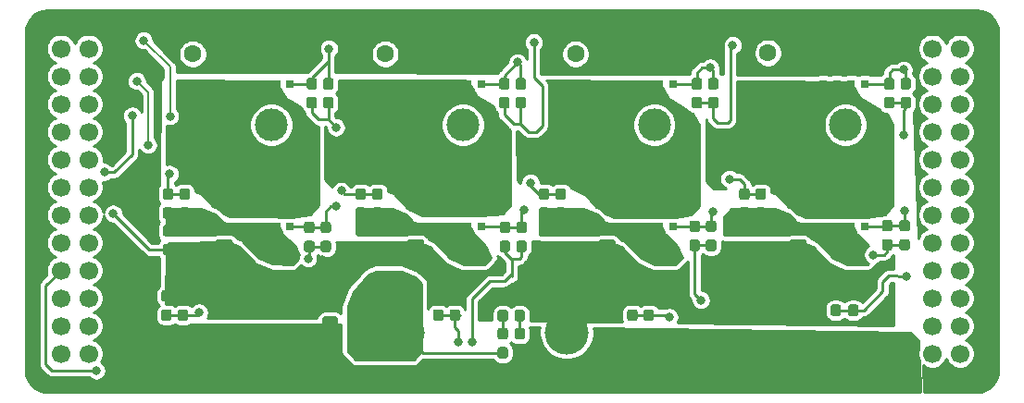
<source format=gbr>
G04 #@! TF.GenerationSoftware,KiCad,Pcbnew,(5.1.5)-3*
G04 #@! TF.CreationDate,2021-07-19T12:04:44+02:00*
G04 #@! TF.ProjectId,4xHalfBridge-VSON8,34784861-6c66-4427-9269-6467652d5653,rev?*
G04 #@! TF.SameCoordinates,Original*
G04 #@! TF.FileFunction,Copper,L1,Top*
G04 #@! TF.FilePolarity,Positive*
%FSLAX46Y46*%
G04 Gerber Fmt 4.6, Leading zero omitted, Abs format (unit mm)*
G04 Created by KiCad (PCBNEW (5.1.5)-3) date 2021-07-19 12:04:44*
%MOMM*%
%LPD*%
G04 APERTURE LIST*
%ADD10C,3.000000*%
%ADD11C,1.700000*%
%ADD12C,4.000000*%
%ADD13C,0.100000*%
%ADD14C,1.600000*%
%ADD15R,1.600000X1.600000*%
%ADD16R,0.675000X0.750000*%
%ADD17R,0.675000X0.655000*%
%ADD18R,4.510000X4.295000*%
%ADD19C,2.000000*%
%ADD20R,2.000000X2.000000*%
%ADD21C,0.800000*%
%ADD22C,0.254000*%
%ADD23C,0.203200*%
%ADD24C,2.540000*%
G04 APERTURE END LIST*
D10*
X75500000Y-11000000D03*
X58000000Y-11000000D03*
X40500000Y-11000000D03*
X23000000Y-11000000D03*
D11*
X3740000Y-4010000D03*
X6280000Y-4010000D03*
X3740000Y-6550000D03*
X6280000Y-6550000D03*
X3740000Y-9090000D03*
X6280000Y-9090000D03*
X3740000Y-11630000D03*
X6280000Y-11630000D03*
X3740000Y-14170000D03*
X6280000Y-14170000D03*
X3740000Y-16710000D03*
X6280000Y-16710000D03*
X3740000Y-19250000D03*
X6280000Y-19250000D03*
X3740000Y-21790000D03*
X6280000Y-21790000D03*
X3740000Y-24330000D03*
X6280000Y-24330000D03*
X3740000Y-26870000D03*
X6280000Y-26870000D03*
X3740000Y-29410000D03*
X6280000Y-29410000D03*
X3740000Y-31950000D03*
X6280000Y-31950000D03*
D12*
X35000000Y-30000000D03*
X50000000Y-30000000D03*
D11*
X85970000Y-29410000D03*
X85970000Y-4010000D03*
X83430000Y-24330000D03*
X83430000Y-26870000D03*
X85970000Y-11630000D03*
X85970000Y-21790000D03*
X83430000Y-21790000D03*
X83430000Y-11630000D03*
X83430000Y-19250000D03*
X85970000Y-16710000D03*
X83430000Y-14170000D03*
X83430000Y-9090000D03*
X83430000Y-6550000D03*
X85970000Y-31950000D03*
X83430000Y-31950000D03*
X83430000Y-29410000D03*
X83430000Y-4010000D03*
X85970000Y-26870000D03*
X85970000Y-9090000D03*
X85970000Y-6550000D03*
X85970000Y-19250000D03*
X83430000Y-16710000D03*
X85970000Y-24330000D03*
X85970000Y-14170000D03*
G04 #@! TA.AperFunction,SMDPad,CuDef*
D13*
G36*
X45960779Y-31346145D02*
G01*
X45983834Y-31349564D01*
X46006443Y-31355228D01*
X46028387Y-31363080D01*
X46049457Y-31373045D01*
X46069448Y-31385027D01*
X46088168Y-31398911D01*
X46105438Y-31414563D01*
X46121090Y-31431833D01*
X46134974Y-31450553D01*
X46146956Y-31470544D01*
X46156921Y-31491614D01*
X46164773Y-31513558D01*
X46170437Y-31536167D01*
X46173856Y-31559222D01*
X46175000Y-31582501D01*
X46175000Y-32157501D01*
X46173856Y-32180780D01*
X46170437Y-32203835D01*
X46164773Y-32226444D01*
X46156921Y-32248388D01*
X46146956Y-32269458D01*
X46134974Y-32289449D01*
X46121090Y-32308169D01*
X46105438Y-32325439D01*
X46088168Y-32341091D01*
X46069448Y-32354975D01*
X46049457Y-32366957D01*
X46028387Y-32376922D01*
X46006443Y-32384774D01*
X45983834Y-32390438D01*
X45960779Y-32393857D01*
X45937500Y-32395001D01*
X45462500Y-32395001D01*
X45439221Y-32393857D01*
X45416166Y-32390438D01*
X45393557Y-32384774D01*
X45371613Y-32376922D01*
X45350543Y-32366957D01*
X45330552Y-32354975D01*
X45311832Y-32341091D01*
X45294562Y-32325439D01*
X45278910Y-32308169D01*
X45265026Y-32289449D01*
X45253044Y-32269458D01*
X45243079Y-32248388D01*
X45235227Y-32226444D01*
X45229563Y-32203835D01*
X45226144Y-32180780D01*
X45225000Y-32157501D01*
X45225000Y-31582501D01*
X45226144Y-31559222D01*
X45229563Y-31536167D01*
X45235227Y-31513558D01*
X45243079Y-31491614D01*
X45253044Y-31470544D01*
X45265026Y-31450553D01*
X45278910Y-31431833D01*
X45294562Y-31414563D01*
X45311832Y-31398911D01*
X45330552Y-31385027D01*
X45350543Y-31373045D01*
X45371613Y-31363080D01*
X45393557Y-31355228D01*
X45416166Y-31349564D01*
X45439221Y-31346145D01*
X45462500Y-31345001D01*
X45937500Y-31345001D01*
X45960779Y-31346145D01*
G37*
G04 #@! TD.AperFunction*
G04 #@! TA.AperFunction,SMDPad,CuDef*
G36*
X45960779Y-29596145D02*
G01*
X45983834Y-29599564D01*
X46006443Y-29605228D01*
X46028387Y-29613080D01*
X46049457Y-29623045D01*
X46069448Y-29635027D01*
X46088168Y-29648911D01*
X46105438Y-29664563D01*
X46121090Y-29681833D01*
X46134974Y-29700553D01*
X46146956Y-29720544D01*
X46156921Y-29741614D01*
X46164773Y-29763558D01*
X46170437Y-29786167D01*
X46173856Y-29809222D01*
X46175000Y-29832501D01*
X46175000Y-30407501D01*
X46173856Y-30430780D01*
X46170437Y-30453835D01*
X46164773Y-30476444D01*
X46156921Y-30498388D01*
X46146956Y-30519458D01*
X46134974Y-30539449D01*
X46121090Y-30558169D01*
X46105438Y-30575439D01*
X46088168Y-30591091D01*
X46069448Y-30604975D01*
X46049457Y-30616957D01*
X46028387Y-30626922D01*
X46006443Y-30634774D01*
X45983834Y-30640438D01*
X45960779Y-30643857D01*
X45937500Y-30645001D01*
X45462500Y-30645001D01*
X45439221Y-30643857D01*
X45416166Y-30640438D01*
X45393557Y-30634774D01*
X45371613Y-30626922D01*
X45350543Y-30616957D01*
X45330552Y-30604975D01*
X45311832Y-30591091D01*
X45294562Y-30575439D01*
X45278910Y-30558169D01*
X45265026Y-30539449D01*
X45253044Y-30519458D01*
X45243079Y-30498388D01*
X45235227Y-30476444D01*
X45229563Y-30453835D01*
X45226144Y-30430780D01*
X45225000Y-30407501D01*
X45225000Y-29832501D01*
X45226144Y-29809222D01*
X45229563Y-29786167D01*
X45235227Y-29763558D01*
X45243079Y-29741614D01*
X45253044Y-29720544D01*
X45265026Y-29700553D01*
X45278910Y-29681833D01*
X45294562Y-29664563D01*
X45311832Y-29648911D01*
X45330552Y-29635027D01*
X45350543Y-29623045D01*
X45371613Y-29613080D01*
X45393557Y-29605228D01*
X45416166Y-29599564D01*
X45439221Y-29596145D01*
X45462500Y-29595001D01*
X45937500Y-29595001D01*
X45960779Y-29596145D01*
G37*
G04 #@! TD.AperFunction*
G04 #@! TA.AperFunction,SMDPad,CuDef*
G36*
X49710779Y-16801144D02*
G01*
X49733834Y-16804563D01*
X49756443Y-16810227D01*
X49778387Y-16818079D01*
X49799457Y-16828044D01*
X49819448Y-16840026D01*
X49838168Y-16853910D01*
X49855438Y-16869562D01*
X49871090Y-16886832D01*
X49884974Y-16905552D01*
X49896956Y-16925543D01*
X49906921Y-16946613D01*
X49914773Y-16968557D01*
X49920437Y-16991166D01*
X49923856Y-17014221D01*
X49925000Y-17037500D01*
X49925000Y-17612500D01*
X49923856Y-17635779D01*
X49920437Y-17658834D01*
X49914773Y-17681443D01*
X49906921Y-17703387D01*
X49896956Y-17724457D01*
X49884974Y-17744448D01*
X49871090Y-17763168D01*
X49855438Y-17780438D01*
X49838168Y-17796090D01*
X49819448Y-17809974D01*
X49799457Y-17821956D01*
X49778387Y-17831921D01*
X49756443Y-17839773D01*
X49733834Y-17845437D01*
X49710779Y-17848856D01*
X49687500Y-17850000D01*
X49212500Y-17850000D01*
X49189221Y-17848856D01*
X49166166Y-17845437D01*
X49143557Y-17839773D01*
X49121613Y-17831921D01*
X49100543Y-17821956D01*
X49080552Y-17809974D01*
X49061832Y-17796090D01*
X49044562Y-17780438D01*
X49028910Y-17763168D01*
X49015026Y-17744448D01*
X49003044Y-17724457D01*
X48993079Y-17703387D01*
X48985227Y-17681443D01*
X48979563Y-17658834D01*
X48976144Y-17635779D01*
X48975000Y-17612500D01*
X48975000Y-17037500D01*
X48976144Y-17014221D01*
X48979563Y-16991166D01*
X48985227Y-16968557D01*
X48993079Y-16946613D01*
X49003044Y-16925543D01*
X49015026Y-16905552D01*
X49028910Y-16886832D01*
X49044562Y-16869562D01*
X49061832Y-16853910D01*
X49080552Y-16840026D01*
X49100543Y-16828044D01*
X49121613Y-16818079D01*
X49143557Y-16810227D01*
X49166166Y-16804563D01*
X49189221Y-16801144D01*
X49212500Y-16800000D01*
X49687500Y-16800000D01*
X49710779Y-16801144D01*
G37*
G04 #@! TD.AperFunction*
G04 #@! TA.AperFunction,SMDPad,CuDef*
G36*
X49710779Y-18551144D02*
G01*
X49733834Y-18554563D01*
X49756443Y-18560227D01*
X49778387Y-18568079D01*
X49799457Y-18578044D01*
X49819448Y-18590026D01*
X49838168Y-18603910D01*
X49855438Y-18619562D01*
X49871090Y-18636832D01*
X49884974Y-18655552D01*
X49896956Y-18675543D01*
X49906921Y-18696613D01*
X49914773Y-18718557D01*
X49920437Y-18741166D01*
X49923856Y-18764221D01*
X49925000Y-18787500D01*
X49925000Y-19362500D01*
X49923856Y-19385779D01*
X49920437Y-19408834D01*
X49914773Y-19431443D01*
X49906921Y-19453387D01*
X49896956Y-19474457D01*
X49884974Y-19494448D01*
X49871090Y-19513168D01*
X49855438Y-19530438D01*
X49838168Y-19546090D01*
X49819448Y-19559974D01*
X49799457Y-19571956D01*
X49778387Y-19581921D01*
X49756443Y-19589773D01*
X49733834Y-19595437D01*
X49710779Y-19598856D01*
X49687500Y-19600000D01*
X49212500Y-19600000D01*
X49189221Y-19598856D01*
X49166166Y-19595437D01*
X49143557Y-19589773D01*
X49121613Y-19581921D01*
X49100543Y-19571956D01*
X49080552Y-19559974D01*
X49061832Y-19546090D01*
X49044562Y-19530438D01*
X49028910Y-19513168D01*
X49015026Y-19494448D01*
X49003044Y-19474457D01*
X48993079Y-19453387D01*
X48985227Y-19431443D01*
X48979563Y-19408834D01*
X48976144Y-19385779D01*
X48975000Y-19362500D01*
X48975000Y-18787500D01*
X48976144Y-18764221D01*
X48979563Y-18741166D01*
X48985227Y-18718557D01*
X48993079Y-18696613D01*
X49003044Y-18675543D01*
X49015026Y-18655552D01*
X49028910Y-18636832D01*
X49044562Y-18619562D01*
X49061832Y-18603910D01*
X49080552Y-18590026D01*
X49100543Y-18578044D01*
X49121613Y-18568079D01*
X49143557Y-18560227D01*
X49166166Y-18554563D01*
X49189221Y-18551144D01*
X49212500Y-18550000D01*
X49687500Y-18550000D01*
X49710779Y-18551144D01*
G37*
G04 #@! TD.AperFunction*
G04 #@! TA.AperFunction,SMDPad,CuDef*
G36*
X31429779Y-16801144D02*
G01*
X31452834Y-16804563D01*
X31475443Y-16810227D01*
X31497387Y-16818079D01*
X31518457Y-16828044D01*
X31538448Y-16840026D01*
X31557168Y-16853910D01*
X31574438Y-16869562D01*
X31590090Y-16886832D01*
X31603974Y-16905552D01*
X31615956Y-16925543D01*
X31625921Y-16946613D01*
X31633773Y-16968557D01*
X31639437Y-16991166D01*
X31642856Y-17014221D01*
X31644000Y-17037500D01*
X31644000Y-17612500D01*
X31642856Y-17635779D01*
X31639437Y-17658834D01*
X31633773Y-17681443D01*
X31625921Y-17703387D01*
X31615956Y-17724457D01*
X31603974Y-17744448D01*
X31590090Y-17763168D01*
X31574438Y-17780438D01*
X31557168Y-17796090D01*
X31538448Y-17809974D01*
X31518457Y-17821956D01*
X31497387Y-17831921D01*
X31475443Y-17839773D01*
X31452834Y-17845437D01*
X31429779Y-17848856D01*
X31406500Y-17850000D01*
X30931500Y-17850000D01*
X30908221Y-17848856D01*
X30885166Y-17845437D01*
X30862557Y-17839773D01*
X30840613Y-17831921D01*
X30819543Y-17821956D01*
X30799552Y-17809974D01*
X30780832Y-17796090D01*
X30763562Y-17780438D01*
X30747910Y-17763168D01*
X30734026Y-17744448D01*
X30722044Y-17724457D01*
X30712079Y-17703387D01*
X30704227Y-17681443D01*
X30698563Y-17658834D01*
X30695144Y-17635779D01*
X30694000Y-17612500D01*
X30694000Y-17037500D01*
X30695144Y-17014221D01*
X30698563Y-16991166D01*
X30704227Y-16968557D01*
X30712079Y-16946613D01*
X30722044Y-16925543D01*
X30734026Y-16905552D01*
X30747910Y-16886832D01*
X30763562Y-16869562D01*
X30780832Y-16853910D01*
X30799552Y-16840026D01*
X30819543Y-16828044D01*
X30840613Y-16818079D01*
X30862557Y-16810227D01*
X30885166Y-16804563D01*
X30908221Y-16801144D01*
X30931500Y-16800000D01*
X31406500Y-16800000D01*
X31429779Y-16801144D01*
G37*
G04 #@! TD.AperFunction*
G04 #@! TA.AperFunction,SMDPad,CuDef*
G36*
X31429779Y-18551144D02*
G01*
X31452834Y-18554563D01*
X31475443Y-18560227D01*
X31497387Y-18568079D01*
X31518457Y-18578044D01*
X31538448Y-18590026D01*
X31557168Y-18603910D01*
X31574438Y-18619562D01*
X31590090Y-18636832D01*
X31603974Y-18655552D01*
X31615956Y-18675543D01*
X31625921Y-18696613D01*
X31633773Y-18718557D01*
X31639437Y-18741166D01*
X31642856Y-18764221D01*
X31644000Y-18787500D01*
X31644000Y-19362500D01*
X31642856Y-19385779D01*
X31639437Y-19408834D01*
X31633773Y-19431443D01*
X31625921Y-19453387D01*
X31615956Y-19474457D01*
X31603974Y-19494448D01*
X31590090Y-19513168D01*
X31574438Y-19530438D01*
X31557168Y-19546090D01*
X31538448Y-19559974D01*
X31518457Y-19571956D01*
X31497387Y-19581921D01*
X31475443Y-19589773D01*
X31452834Y-19595437D01*
X31429779Y-19598856D01*
X31406500Y-19600000D01*
X30931500Y-19600000D01*
X30908221Y-19598856D01*
X30885166Y-19595437D01*
X30862557Y-19589773D01*
X30840613Y-19581921D01*
X30819543Y-19571956D01*
X30799552Y-19559974D01*
X30780832Y-19546090D01*
X30763562Y-19530438D01*
X30747910Y-19513168D01*
X30734026Y-19494448D01*
X30722044Y-19474457D01*
X30712079Y-19453387D01*
X30704227Y-19431443D01*
X30698563Y-19408834D01*
X30695144Y-19385779D01*
X30694000Y-19362500D01*
X30694000Y-18787500D01*
X30695144Y-18764221D01*
X30698563Y-18741166D01*
X30704227Y-18718557D01*
X30712079Y-18696613D01*
X30722044Y-18675543D01*
X30734026Y-18655552D01*
X30747910Y-18636832D01*
X30763562Y-18619562D01*
X30780832Y-18603910D01*
X30799552Y-18590026D01*
X30819543Y-18578044D01*
X30840613Y-18568079D01*
X30862557Y-18560227D01*
X30885166Y-18554563D01*
X30908221Y-18551144D01*
X30931500Y-18550000D01*
X31406500Y-18550000D01*
X31429779Y-18551144D01*
G37*
G04 #@! TD.AperFunction*
G04 #@! TA.AperFunction,SMDPad,CuDef*
G36*
X66510779Y-16801144D02*
G01*
X66533834Y-16804563D01*
X66556443Y-16810227D01*
X66578387Y-16818079D01*
X66599457Y-16828044D01*
X66619448Y-16840026D01*
X66638168Y-16853910D01*
X66655438Y-16869562D01*
X66671090Y-16886832D01*
X66684974Y-16905552D01*
X66696956Y-16925543D01*
X66706921Y-16946613D01*
X66714773Y-16968557D01*
X66720437Y-16991166D01*
X66723856Y-17014221D01*
X66725000Y-17037500D01*
X66725000Y-17612500D01*
X66723856Y-17635779D01*
X66720437Y-17658834D01*
X66714773Y-17681443D01*
X66706921Y-17703387D01*
X66696956Y-17724457D01*
X66684974Y-17744448D01*
X66671090Y-17763168D01*
X66655438Y-17780438D01*
X66638168Y-17796090D01*
X66619448Y-17809974D01*
X66599457Y-17821956D01*
X66578387Y-17831921D01*
X66556443Y-17839773D01*
X66533834Y-17845437D01*
X66510779Y-17848856D01*
X66487500Y-17850000D01*
X66012500Y-17850000D01*
X65989221Y-17848856D01*
X65966166Y-17845437D01*
X65943557Y-17839773D01*
X65921613Y-17831921D01*
X65900543Y-17821956D01*
X65880552Y-17809974D01*
X65861832Y-17796090D01*
X65844562Y-17780438D01*
X65828910Y-17763168D01*
X65815026Y-17744448D01*
X65803044Y-17724457D01*
X65793079Y-17703387D01*
X65785227Y-17681443D01*
X65779563Y-17658834D01*
X65776144Y-17635779D01*
X65775000Y-17612500D01*
X65775000Y-17037500D01*
X65776144Y-17014221D01*
X65779563Y-16991166D01*
X65785227Y-16968557D01*
X65793079Y-16946613D01*
X65803044Y-16925543D01*
X65815026Y-16905552D01*
X65828910Y-16886832D01*
X65844562Y-16869562D01*
X65861832Y-16853910D01*
X65880552Y-16840026D01*
X65900543Y-16828044D01*
X65921613Y-16818079D01*
X65943557Y-16810227D01*
X65966166Y-16804563D01*
X65989221Y-16801144D01*
X66012500Y-16800000D01*
X66487500Y-16800000D01*
X66510779Y-16801144D01*
G37*
G04 #@! TD.AperFunction*
G04 #@! TA.AperFunction,SMDPad,CuDef*
G36*
X66510779Y-18551144D02*
G01*
X66533834Y-18554563D01*
X66556443Y-18560227D01*
X66578387Y-18568079D01*
X66599457Y-18578044D01*
X66619448Y-18590026D01*
X66638168Y-18603910D01*
X66655438Y-18619562D01*
X66671090Y-18636832D01*
X66684974Y-18655552D01*
X66696956Y-18675543D01*
X66706921Y-18696613D01*
X66714773Y-18718557D01*
X66720437Y-18741166D01*
X66723856Y-18764221D01*
X66725000Y-18787500D01*
X66725000Y-19362500D01*
X66723856Y-19385779D01*
X66720437Y-19408834D01*
X66714773Y-19431443D01*
X66706921Y-19453387D01*
X66696956Y-19474457D01*
X66684974Y-19494448D01*
X66671090Y-19513168D01*
X66655438Y-19530438D01*
X66638168Y-19546090D01*
X66619448Y-19559974D01*
X66599457Y-19571956D01*
X66578387Y-19581921D01*
X66556443Y-19589773D01*
X66533834Y-19595437D01*
X66510779Y-19598856D01*
X66487500Y-19600000D01*
X66012500Y-19600000D01*
X65989221Y-19598856D01*
X65966166Y-19595437D01*
X65943557Y-19589773D01*
X65921613Y-19581921D01*
X65900543Y-19571956D01*
X65880552Y-19559974D01*
X65861832Y-19546090D01*
X65844562Y-19530438D01*
X65828910Y-19513168D01*
X65815026Y-19494448D01*
X65803044Y-19474457D01*
X65793079Y-19453387D01*
X65785227Y-19431443D01*
X65779563Y-19408834D01*
X65776144Y-19385779D01*
X65775000Y-19362500D01*
X65775000Y-18787500D01*
X65776144Y-18764221D01*
X65779563Y-18741166D01*
X65785227Y-18718557D01*
X65793079Y-18696613D01*
X65803044Y-18675543D01*
X65815026Y-18655552D01*
X65828910Y-18636832D01*
X65844562Y-18619562D01*
X65861832Y-18603910D01*
X65880552Y-18590026D01*
X65900543Y-18578044D01*
X65921613Y-18568079D01*
X65943557Y-18560227D01*
X65966166Y-18554563D01*
X65989221Y-18551144D01*
X66012500Y-18550000D01*
X66487500Y-18550000D01*
X66510779Y-18551144D01*
G37*
G04 #@! TD.AperFunction*
G04 #@! TA.AperFunction,SMDPad,CuDef*
G36*
X13795779Y-16801144D02*
G01*
X13818834Y-16804563D01*
X13841443Y-16810227D01*
X13863387Y-16818079D01*
X13884457Y-16828044D01*
X13904448Y-16840026D01*
X13923168Y-16853910D01*
X13940438Y-16869562D01*
X13956090Y-16886832D01*
X13969974Y-16905552D01*
X13981956Y-16925543D01*
X13991921Y-16946613D01*
X13999773Y-16968557D01*
X14005437Y-16991166D01*
X14008856Y-17014221D01*
X14010000Y-17037500D01*
X14010000Y-17612500D01*
X14008856Y-17635779D01*
X14005437Y-17658834D01*
X13999773Y-17681443D01*
X13991921Y-17703387D01*
X13981956Y-17724457D01*
X13969974Y-17744448D01*
X13956090Y-17763168D01*
X13940438Y-17780438D01*
X13923168Y-17796090D01*
X13904448Y-17809974D01*
X13884457Y-17821956D01*
X13863387Y-17831921D01*
X13841443Y-17839773D01*
X13818834Y-17845437D01*
X13795779Y-17848856D01*
X13772500Y-17850000D01*
X13297500Y-17850000D01*
X13274221Y-17848856D01*
X13251166Y-17845437D01*
X13228557Y-17839773D01*
X13206613Y-17831921D01*
X13185543Y-17821956D01*
X13165552Y-17809974D01*
X13146832Y-17796090D01*
X13129562Y-17780438D01*
X13113910Y-17763168D01*
X13100026Y-17744448D01*
X13088044Y-17724457D01*
X13078079Y-17703387D01*
X13070227Y-17681443D01*
X13064563Y-17658834D01*
X13061144Y-17635779D01*
X13060000Y-17612500D01*
X13060000Y-17037500D01*
X13061144Y-17014221D01*
X13064563Y-16991166D01*
X13070227Y-16968557D01*
X13078079Y-16946613D01*
X13088044Y-16925543D01*
X13100026Y-16905552D01*
X13113910Y-16886832D01*
X13129562Y-16869562D01*
X13146832Y-16853910D01*
X13165552Y-16840026D01*
X13185543Y-16828044D01*
X13206613Y-16818079D01*
X13228557Y-16810227D01*
X13251166Y-16804563D01*
X13274221Y-16801144D01*
X13297500Y-16800000D01*
X13772500Y-16800000D01*
X13795779Y-16801144D01*
G37*
G04 #@! TD.AperFunction*
G04 #@! TA.AperFunction,SMDPad,CuDef*
G36*
X13795779Y-18551144D02*
G01*
X13818834Y-18554563D01*
X13841443Y-18560227D01*
X13863387Y-18568079D01*
X13884457Y-18578044D01*
X13904448Y-18590026D01*
X13923168Y-18603910D01*
X13940438Y-18619562D01*
X13956090Y-18636832D01*
X13969974Y-18655552D01*
X13981956Y-18675543D01*
X13991921Y-18696613D01*
X13999773Y-18718557D01*
X14005437Y-18741166D01*
X14008856Y-18764221D01*
X14010000Y-18787500D01*
X14010000Y-19362500D01*
X14008856Y-19385779D01*
X14005437Y-19408834D01*
X13999773Y-19431443D01*
X13991921Y-19453387D01*
X13981956Y-19474457D01*
X13969974Y-19494448D01*
X13956090Y-19513168D01*
X13940438Y-19530438D01*
X13923168Y-19546090D01*
X13904448Y-19559974D01*
X13884457Y-19571956D01*
X13863387Y-19581921D01*
X13841443Y-19589773D01*
X13818834Y-19595437D01*
X13795779Y-19598856D01*
X13772500Y-19600000D01*
X13297500Y-19600000D01*
X13274221Y-19598856D01*
X13251166Y-19595437D01*
X13228557Y-19589773D01*
X13206613Y-19581921D01*
X13185543Y-19571956D01*
X13165552Y-19559974D01*
X13146832Y-19546090D01*
X13129562Y-19530438D01*
X13113910Y-19513168D01*
X13100026Y-19494448D01*
X13088044Y-19474457D01*
X13078079Y-19453387D01*
X13070227Y-19431443D01*
X13064563Y-19408834D01*
X13061144Y-19385779D01*
X13060000Y-19362500D01*
X13060000Y-18787500D01*
X13061144Y-18764221D01*
X13064563Y-18741166D01*
X13070227Y-18718557D01*
X13078079Y-18696613D01*
X13088044Y-18675543D01*
X13100026Y-18655552D01*
X13113910Y-18636832D01*
X13129562Y-18619562D01*
X13146832Y-18603910D01*
X13165552Y-18590026D01*
X13185543Y-18578044D01*
X13206613Y-18568079D01*
X13228557Y-18560227D01*
X13251166Y-18554563D01*
X13274221Y-18551144D01*
X13297500Y-18550000D01*
X13772500Y-18550000D01*
X13795779Y-18551144D01*
G37*
G04 #@! TD.AperFunction*
G04 #@! TA.AperFunction,SMDPad,CuDef*
G36*
X15315779Y-16801144D02*
G01*
X15338834Y-16804563D01*
X15361443Y-16810227D01*
X15383387Y-16818079D01*
X15404457Y-16828044D01*
X15424448Y-16840026D01*
X15443168Y-16853910D01*
X15460438Y-16869562D01*
X15476090Y-16886832D01*
X15489974Y-16905552D01*
X15501956Y-16925543D01*
X15511921Y-16946613D01*
X15519773Y-16968557D01*
X15525437Y-16991166D01*
X15528856Y-17014221D01*
X15530000Y-17037500D01*
X15530000Y-17612500D01*
X15528856Y-17635779D01*
X15525437Y-17658834D01*
X15519773Y-17681443D01*
X15511921Y-17703387D01*
X15501956Y-17724457D01*
X15489974Y-17744448D01*
X15476090Y-17763168D01*
X15460438Y-17780438D01*
X15443168Y-17796090D01*
X15424448Y-17809974D01*
X15404457Y-17821956D01*
X15383387Y-17831921D01*
X15361443Y-17839773D01*
X15338834Y-17845437D01*
X15315779Y-17848856D01*
X15292500Y-17850000D01*
X14817500Y-17850000D01*
X14794221Y-17848856D01*
X14771166Y-17845437D01*
X14748557Y-17839773D01*
X14726613Y-17831921D01*
X14705543Y-17821956D01*
X14685552Y-17809974D01*
X14666832Y-17796090D01*
X14649562Y-17780438D01*
X14633910Y-17763168D01*
X14620026Y-17744448D01*
X14608044Y-17724457D01*
X14598079Y-17703387D01*
X14590227Y-17681443D01*
X14584563Y-17658834D01*
X14581144Y-17635779D01*
X14580000Y-17612500D01*
X14580000Y-17037500D01*
X14581144Y-17014221D01*
X14584563Y-16991166D01*
X14590227Y-16968557D01*
X14598079Y-16946613D01*
X14608044Y-16925543D01*
X14620026Y-16905552D01*
X14633910Y-16886832D01*
X14649562Y-16869562D01*
X14666832Y-16853910D01*
X14685552Y-16840026D01*
X14705543Y-16828044D01*
X14726613Y-16818079D01*
X14748557Y-16810227D01*
X14771166Y-16804563D01*
X14794221Y-16801144D01*
X14817500Y-16800000D01*
X15292500Y-16800000D01*
X15315779Y-16801144D01*
G37*
G04 #@! TD.AperFunction*
G04 #@! TA.AperFunction,SMDPad,CuDef*
G36*
X15315779Y-18551144D02*
G01*
X15338834Y-18554563D01*
X15361443Y-18560227D01*
X15383387Y-18568079D01*
X15404457Y-18578044D01*
X15424448Y-18590026D01*
X15443168Y-18603910D01*
X15460438Y-18619562D01*
X15476090Y-18636832D01*
X15489974Y-18655552D01*
X15501956Y-18675543D01*
X15511921Y-18696613D01*
X15519773Y-18718557D01*
X15525437Y-18741166D01*
X15528856Y-18764221D01*
X15530000Y-18787500D01*
X15530000Y-19362500D01*
X15528856Y-19385779D01*
X15525437Y-19408834D01*
X15519773Y-19431443D01*
X15511921Y-19453387D01*
X15501956Y-19474457D01*
X15489974Y-19494448D01*
X15476090Y-19513168D01*
X15460438Y-19530438D01*
X15443168Y-19546090D01*
X15424448Y-19559974D01*
X15404457Y-19571956D01*
X15383387Y-19581921D01*
X15361443Y-19589773D01*
X15338834Y-19595437D01*
X15315779Y-19598856D01*
X15292500Y-19600000D01*
X14817500Y-19600000D01*
X14794221Y-19598856D01*
X14771166Y-19595437D01*
X14748557Y-19589773D01*
X14726613Y-19581921D01*
X14705543Y-19571956D01*
X14685552Y-19559974D01*
X14666832Y-19546090D01*
X14649562Y-19530438D01*
X14633910Y-19513168D01*
X14620026Y-19494448D01*
X14608044Y-19474457D01*
X14598079Y-19453387D01*
X14590227Y-19431443D01*
X14584563Y-19408834D01*
X14581144Y-19385779D01*
X14580000Y-19362500D01*
X14580000Y-18787500D01*
X14581144Y-18764221D01*
X14584563Y-18741166D01*
X14590227Y-18718557D01*
X14598079Y-18696613D01*
X14608044Y-18675543D01*
X14620026Y-18655552D01*
X14633910Y-18636832D01*
X14649562Y-18619562D01*
X14666832Y-18603910D01*
X14685552Y-18590026D01*
X14705543Y-18578044D01*
X14726613Y-18568079D01*
X14748557Y-18560227D01*
X14771166Y-18554563D01*
X14794221Y-18551144D01*
X14817500Y-18550000D01*
X15292500Y-18550000D01*
X15315779Y-18551144D01*
G37*
G04 #@! TD.AperFunction*
G04 #@! TA.AperFunction,SMDPad,CuDef*
G36*
X68010779Y-16801144D02*
G01*
X68033834Y-16804563D01*
X68056443Y-16810227D01*
X68078387Y-16818079D01*
X68099457Y-16828044D01*
X68119448Y-16840026D01*
X68138168Y-16853910D01*
X68155438Y-16869562D01*
X68171090Y-16886832D01*
X68184974Y-16905552D01*
X68196956Y-16925543D01*
X68206921Y-16946613D01*
X68214773Y-16968557D01*
X68220437Y-16991166D01*
X68223856Y-17014221D01*
X68225000Y-17037500D01*
X68225000Y-17612500D01*
X68223856Y-17635779D01*
X68220437Y-17658834D01*
X68214773Y-17681443D01*
X68206921Y-17703387D01*
X68196956Y-17724457D01*
X68184974Y-17744448D01*
X68171090Y-17763168D01*
X68155438Y-17780438D01*
X68138168Y-17796090D01*
X68119448Y-17809974D01*
X68099457Y-17821956D01*
X68078387Y-17831921D01*
X68056443Y-17839773D01*
X68033834Y-17845437D01*
X68010779Y-17848856D01*
X67987500Y-17850000D01*
X67512500Y-17850000D01*
X67489221Y-17848856D01*
X67466166Y-17845437D01*
X67443557Y-17839773D01*
X67421613Y-17831921D01*
X67400543Y-17821956D01*
X67380552Y-17809974D01*
X67361832Y-17796090D01*
X67344562Y-17780438D01*
X67328910Y-17763168D01*
X67315026Y-17744448D01*
X67303044Y-17724457D01*
X67293079Y-17703387D01*
X67285227Y-17681443D01*
X67279563Y-17658834D01*
X67276144Y-17635779D01*
X67275000Y-17612500D01*
X67275000Y-17037500D01*
X67276144Y-17014221D01*
X67279563Y-16991166D01*
X67285227Y-16968557D01*
X67293079Y-16946613D01*
X67303044Y-16925543D01*
X67315026Y-16905552D01*
X67328910Y-16886832D01*
X67344562Y-16869562D01*
X67361832Y-16853910D01*
X67380552Y-16840026D01*
X67400543Y-16828044D01*
X67421613Y-16818079D01*
X67443557Y-16810227D01*
X67466166Y-16804563D01*
X67489221Y-16801144D01*
X67512500Y-16800000D01*
X67987500Y-16800000D01*
X68010779Y-16801144D01*
G37*
G04 #@! TD.AperFunction*
G04 #@! TA.AperFunction,SMDPad,CuDef*
G36*
X68010779Y-18551144D02*
G01*
X68033834Y-18554563D01*
X68056443Y-18560227D01*
X68078387Y-18568079D01*
X68099457Y-18578044D01*
X68119448Y-18590026D01*
X68138168Y-18603910D01*
X68155438Y-18619562D01*
X68171090Y-18636832D01*
X68184974Y-18655552D01*
X68196956Y-18675543D01*
X68206921Y-18696613D01*
X68214773Y-18718557D01*
X68220437Y-18741166D01*
X68223856Y-18764221D01*
X68225000Y-18787500D01*
X68225000Y-19362500D01*
X68223856Y-19385779D01*
X68220437Y-19408834D01*
X68214773Y-19431443D01*
X68206921Y-19453387D01*
X68196956Y-19474457D01*
X68184974Y-19494448D01*
X68171090Y-19513168D01*
X68155438Y-19530438D01*
X68138168Y-19546090D01*
X68119448Y-19559974D01*
X68099457Y-19571956D01*
X68078387Y-19581921D01*
X68056443Y-19589773D01*
X68033834Y-19595437D01*
X68010779Y-19598856D01*
X67987500Y-19600000D01*
X67512500Y-19600000D01*
X67489221Y-19598856D01*
X67466166Y-19595437D01*
X67443557Y-19589773D01*
X67421613Y-19581921D01*
X67400543Y-19571956D01*
X67380552Y-19559974D01*
X67361832Y-19546090D01*
X67344562Y-19530438D01*
X67328910Y-19513168D01*
X67315026Y-19494448D01*
X67303044Y-19474457D01*
X67293079Y-19453387D01*
X67285227Y-19431443D01*
X67279563Y-19408834D01*
X67276144Y-19385779D01*
X67275000Y-19362500D01*
X67275000Y-18787500D01*
X67276144Y-18764221D01*
X67279563Y-18741166D01*
X67285227Y-18718557D01*
X67293079Y-18696613D01*
X67303044Y-18675543D01*
X67315026Y-18655552D01*
X67328910Y-18636832D01*
X67344562Y-18619562D01*
X67361832Y-18603910D01*
X67380552Y-18590026D01*
X67400543Y-18578044D01*
X67421613Y-18568079D01*
X67443557Y-18560227D01*
X67466166Y-18554563D01*
X67489221Y-18551144D01*
X67512500Y-18550000D01*
X67987500Y-18550000D01*
X68010779Y-18551144D01*
G37*
G04 #@! TD.AperFunction*
G04 #@! TA.AperFunction,SMDPad,CuDef*
G36*
X48185779Y-16801144D02*
G01*
X48208834Y-16804563D01*
X48231443Y-16810227D01*
X48253387Y-16818079D01*
X48274457Y-16828044D01*
X48294448Y-16840026D01*
X48313168Y-16853910D01*
X48330438Y-16869562D01*
X48346090Y-16886832D01*
X48359974Y-16905552D01*
X48371956Y-16925543D01*
X48381921Y-16946613D01*
X48389773Y-16968557D01*
X48395437Y-16991166D01*
X48398856Y-17014221D01*
X48400000Y-17037500D01*
X48400000Y-17612500D01*
X48398856Y-17635779D01*
X48395437Y-17658834D01*
X48389773Y-17681443D01*
X48381921Y-17703387D01*
X48371956Y-17724457D01*
X48359974Y-17744448D01*
X48346090Y-17763168D01*
X48330438Y-17780438D01*
X48313168Y-17796090D01*
X48294448Y-17809974D01*
X48274457Y-17821956D01*
X48253387Y-17831921D01*
X48231443Y-17839773D01*
X48208834Y-17845437D01*
X48185779Y-17848856D01*
X48162500Y-17850000D01*
X47687500Y-17850000D01*
X47664221Y-17848856D01*
X47641166Y-17845437D01*
X47618557Y-17839773D01*
X47596613Y-17831921D01*
X47575543Y-17821956D01*
X47555552Y-17809974D01*
X47536832Y-17796090D01*
X47519562Y-17780438D01*
X47503910Y-17763168D01*
X47490026Y-17744448D01*
X47478044Y-17724457D01*
X47468079Y-17703387D01*
X47460227Y-17681443D01*
X47454563Y-17658834D01*
X47451144Y-17635779D01*
X47450000Y-17612500D01*
X47450000Y-17037500D01*
X47451144Y-17014221D01*
X47454563Y-16991166D01*
X47460227Y-16968557D01*
X47468079Y-16946613D01*
X47478044Y-16925543D01*
X47490026Y-16905552D01*
X47503910Y-16886832D01*
X47519562Y-16869562D01*
X47536832Y-16853910D01*
X47555552Y-16840026D01*
X47575543Y-16828044D01*
X47596613Y-16818079D01*
X47618557Y-16810227D01*
X47641166Y-16804563D01*
X47664221Y-16801144D01*
X47687500Y-16800000D01*
X48162500Y-16800000D01*
X48185779Y-16801144D01*
G37*
G04 #@! TD.AperFunction*
G04 #@! TA.AperFunction,SMDPad,CuDef*
G36*
X48185779Y-18551144D02*
G01*
X48208834Y-18554563D01*
X48231443Y-18560227D01*
X48253387Y-18568079D01*
X48274457Y-18578044D01*
X48294448Y-18590026D01*
X48313168Y-18603910D01*
X48330438Y-18619562D01*
X48346090Y-18636832D01*
X48359974Y-18655552D01*
X48371956Y-18675543D01*
X48381921Y-18696613D01*
X48389773Y-18718557D01*
X48395437Y-18741166D01*
X48398856Y-18764221D01*
X48400000Y-18787500D01*
X48400000Y-19362500D01*
X48398856Y-19385779D01*
X48395437Y-19408834D01*
X48389773Y-19431443D01*
X48381921Y-19453387D01*
X48371956Y-19474457D01*
X48359974Y-19494448D01*
X48346090Y-19513168D01*
X48330438Y-19530438D01*
X48313168Y-19546090D01*
X48294448Y-19559974D01*
X48274457Y-19571956D01*
X48253387Y-19581921D01*
X48231443Y-19589773D01*
X48208834Y-19595437D01*
X48185779Y-19598856D01*
X48162500Y-19600000D01*
X47687500Y-19600000D01*
X47664221Y-19598856D01*
X47641166Y-19595437D01*
X47618557Y-19589773D01*
X47596613Y-19581921D01*
X47575543Y-19571956D01*
X47555552Y-19559974D01*
X47536832Y-19546090D01*
X47519562Y-19530438D01*
X47503910Y-19513168D01*
X47490026Y-19494448D01*
X47478044Y-19474457D01*
X47468079Y-19453387D01*
X47460227Y-19431443D01*
X47454563Y-19408834D01*
X47451144Y-19385779D01*
X47450000Y-19362500D01*
X47450000Y-18787500D01*
X47451144Y-18764221D01*
X47454563Y-18741166D01*
X47460227Y-18718557D01*
X47468079Y-18696613D01*
X47478044Y-18675543D01*
X47490026Y-18655552D01*
X47503910Y-18636832D01*
X47519562Y-18619562D01*
X47536832Y-18603910D01*
X47555552Y-18590026D01*
X47575543Y-18578044D01*
X47596613Y-18568079D01*
X47618557Y-18560227D01*
X47641166Y-18554563D01*
X47664221Y-18551144D01*
X47687500Y-18550000D01*
X48162500Y-18550000D01*
X48185779Y-18551144D01*
G37*
G04 #@! TD.AperFunction*
G04 #@! TA.AperFunction,SMDPad,CuDef*
G36*
X32953779Y-16801144D02*
G01*
X32976834Y-16804563D01*
X32999443Y-16810227D01*
X33021387Y-16818079D01*
X33042457Y-16828044D01*
X33062448Y-16840026D01*
X33081168Y-16853910D01*
X33098438Y-16869562D01*
X33114090Y-16886832D01*
X33127974Y-16905552D01*
X33139956Y-16925543D01*
X33149921Y-16946613D01*
X33157773Y-16968557D01*
X33163437Y-16991166D01*
X33166856Y-17014221D01*
X33168000Y-17037500D01*
X33168000Y-17612500D01*
X33166856Y-17635779D01*
X33163437Y-17658834D01*
X33157773Y-17681443D01*
X33149921Y-17703387D01*
X33139956Y-17724457D01*
X33127974Y-17744448D01*
X33114090Y-17763168D01*
X33098438Y-17780438D01*
X33081168Y-17796090D01*
X33062448Y-17809974D01*
X33042457Y-17821956D01*
X33021387Y-17831921D01*
X32999443Y-17839773D01*
X32976834Y-17845437D01*
X32953779Y-17848856D01*
X32930500Y-17850000D01*
X32455500Y-17850000D01*
X32432221Y-17848856D01*
X32409166Y-17845437D01*
X32386557Y-17839773D01*
X32364613Y-17831921D01*
X32343543Y-17821956D01*
X32323552Y-17809974D01*
X32304832Y-17796090D01*
X32287562Y-17780438D01*
X32271910Y-17763168D01*
X32258026Y-17744448D01*
X32246044Y-17724457D01*
X32236079Y-17703387D01*
X32228227Y-17681443D01*
X32222563Y-17658834D01*
X32219144Y-17635779D01*
X32218000Y-17612500D01*
X32218000Y-17037500D01*
X32219144Y-17014221D01*
X32222563Y-16991166D01*
X32228227Y-16968557D01*
X32236079Y-16946613D01*
X32246044Y-16925543D01*
X32258026Y-16905552D01*
X32271910Y-16886832D01*
X32287562Y-16869562D01*
X32304832Y-16853910D01*
X32323552Y-16840026D01*
X32343543Y-16828044D01*
X32364613Y-16818079D01*
X32386557Y-16810227D01*
X32409166Y-16804563D01*
X32432221Y-16801144D01*
X32455500Y-16800000D01*
X32930500Y-16800000D01*
X32953779Y-16801144D01*
G37*
G04 #@! TD.AperFunction*
G04 #@! TA.AperFunction,SMDPad,CuDef*
G36*
X32953779Y-18551144D02*
G01*
X32976834Y-18554563D01*
X32999443Y-18560227D01*
X33021387Y-18568079D01*
X33042457Y-18578044D01*
X33062448Y-18590026D01*
X33081168Y-18603910D01*
X33098438Y-18619562D01*
X33114090Y-18636832D01*
X33127974Y-18655552D01*
X33139956Y-18675543D01*
X33149921Y-18696613D01*
X33157773Y-18718557D01*
X33163437Y-18741166D01*
X33166856Y-18764221D01*
X33168000Y-18787500D01*
X33168000Y-19362500D01*
X33166856Y-19385779D01*
X33163437Y-19408834D01*
X33157773Y-19431443D01*
X33149921Y-19453387D01*
X33139956Y-19474457D01*
X33127974Y-19494448D01*
X33114090Y-19513168D01*
X33098438Y-19530438D01*
X33081168Y-19546090D01*
X33062448Y-19559974D01*
X33042457Y-19571956D01*
X33021387Y-19581921D01*
X32999443Y-19589773D01*
X32976834Y-19595437D01*
X32953779Y-19598856D01*
X32930500Y-19600000D01*
X32455500Y-19600000D01*
X32432221Y-19598856D01*
X32409166Y-19595437D01*
X32386557Y-19589773D01*
X32364613Y-19581921D01*
X32343543Y-19571956D01*
X32323552Y-19559974D01*
X32304832Y-19546090D01*
X32287562Y-19530438D01*
X32271910Y-19513168D01*
X32258026Y-19494448D01*
X32246044Y-19474457D01*
X32236079Y-19453387D01*
X32228227Y-19431443D01*
X32222563Y-19408834D01*
X32219144Y-19385779D01*
X32218000Y-19362500D01*
X32218000Y-18787500D01*
X32219144Y-18764221D01*
X32222563Y-18741166D01*
X32228227Y-18718557D01*
X32236079Y-18696613D01*
X32246044Y-18675543D01*
X32258026Y-18655552D01*
X32271910Y-18636832D01*
X32287562Y-18619562D01*
X32304832Y-18603910D01*
X32323552Y-18590026D01*
X32343543Y-18578044D01*
X32364613Y-18568079D01*
X32386557Y-18560227D01*
X32409166Y-18554563D01*
X32432221Y-18551144D01*
X32455500Y-18550000D01*
X32930500Y-18550000D01*
X32953779Y-18551144D01*
G37*
G04 #@! TD.AperFunction*
D14*
X68400000Y-4400000D03*
D15*
X70900000Y-4400000D03*
D16*
X77267500Y-20302500D03*
D17*
X77267500Y-14750000D03*
D18*
X75350000Y-17225000D03*
D17*
X76010000Y-14750000D03*
X74690000Y-14750000D03*
X73432500Y-14750000D03*
D16*
X76010000Y-20302500D03*
X74690000Y-20302500D03*
X73432500Y-20302500D03*
X77267500Y-7226250D03*
D17*
X77267500Y-1673750D03*
D18*
X75350000Y-4148750D03*
D17*
X76010000Y-1673750D03*
X74690000Y-1673750D03*
X73432500Y-1673750D03*
D16*
X76010000Y-7226250D03*
X74690000Y-7226250D03*
X73432500Y-7226250D03*
X59732500Y-20302500D03*
D17*
X59732500Y-14750000D03*
D18*
X57815000Y-17225000D03*
D17*
X58475000Y-14750000D03*
X57155000Y-14750000D03*
X55897500Y-14750000D03*
D16*
X58475000Y-20302500D03*
X57155000Y-20302500D03*
X55897500Y-20302500D03*
X59732500Y-7226250D03*
D17*
X59732500Y-1673750D03*
D18*
X57815000Y-4148750D03*
D17*
X58475000Y-1673750D03*
X57155000Y-1673750D03*
X55897500Y-1673750D03*
D16*
X58475000Y-7226250D03*
X57155000Y-7226250D03*
X55897500Y-7226250D03*
X42230833Y-20302500D03*
D17*
X42230833Y-14750000D03*
D18*
X40313333Y-17225000D03*
D17*
X40973333Y-14750000D03*
X39653333Y-14750000D03*
X38395833Y-14750000D03*
D16*
X40973333Y-20302500D03*
X39653333Y-20302500D03*
X38395833Y-20302500D03*
X42230833Y-7226250D03*
D17*
X42230833Y-1673750D03*
D18*
X40313333Y-4148750D03*
D17*
X40973333Y-1673750D03*
X39653333Y-1673750D03*
X38395833Y-1673750D03*
D16*
X40973333Y-7226250D03*
X39653333Y-7226250D03*
X38395833Y-7226250D03*
X24712500Y-20302500D03*
D17*
X24712500Y-14750000D03*
D18*
X22795000Y-17225000D03*
D17*
X23455000Y-14750000D03*
X22135000Y-14750000D03*
X20877500Y-14750000D03*
D16*
X23455000Y-20302500D03*
X22135000Y-20302500D03*
X20877500Y-20302500D03*
X24712500Y-7226250D03*
D17*
X24712500Y-1673750D03*
D18*
X22795000Y-4148750D03*
D17*
X23455000Y-1673750D03*
X22135000Y-1673750D03*
X20877500Y-1673750D03*
D16*
X23455000Y-7226250D03*
X22135000Y-7226250D03*
X20877500Y-7226250D03*
G04 #@! TA.AperFunction,SMDPad,CuDef*
D13*
G36*
X71714505Y-21491204D02*
G01*
X71738773Y-21494804D01*
X71762572Y-21500765D01*
X71785671Y-21509030D01*
X71807850Y-21519520D01*
X71828893Y-21532132D01*
X71848599Y-21546747D01*
X71866777Y-21563223D01*
X71883253Y-21581401D01*
X71897868Y-21601107D01*
X71910480Y-21622150D01*
X71920970Y-21644329D01*
X71929235Y-21667428D01*
X71935196Y-21691227D01*
X71938796Y-21715495D01*
X71940000Y-21739999D01*
X71940000Y-23040001D01*
X71938796Y-23064505D01*
X71935196Y-23088773D01*
X71929235Y-23112572D01*
X71920970Y-23135671D01*
X71910480Y-23157850D01*
X71897868Y-23178893D01*
X71883253Y-23198599D01*
X71866777Y-23216777D01*
X71848599Y-23233253D01*
X71828893Y-23247868D01*
X71807850Y-23260480D01*
X71785671Y-23270970D01*
X71762572Y-23279235D01*
X71738773Y-23285196D01*
X71714505Y-23288796D01*
X71690001Y-23290000D01*
X70614999Y-23290000D01*
X70590495Y-23288796D01*
X70566227Y-23285196D01*
X70542428Y-23279235D01*
X70519329Y-23270970D01*
X70497150Y-23260480D01*
X70476107Y-23247868D01*
X70456401Y-23233253D01*
X70438223Y-23216777D01*
X70421747Y-23198599D01*
X70407132Y-23178893D01*
X70394520Y-23157850D01*
X70384030Y-23135671D01*
X70375765Y-23112572D01*
X70369804Y-23088773D01*
X70366204Y-23064505D01*
X70365000Y-23040001D01*
X70365000Y-21739999D01*
X70366204Y-21715495D01*
X70369804Y-21691227D01*
X70375765Y-21667428D01*
X70384030Y-21644329D01*
X70394520Y-21622150D01*
X70407132Y-21601107D01*
X70421747Y-21581401D01*
X70438223Y-21563223D01*
X70456401Y-21546747D01*
X70476107Y-21532132D01*
X70497150Y-21519520D01*
X70519329Y-21509030D01*
X70542428Y-21500765D01*
X70566227Y-21494804D01*
X70590495Y-21491204D01*
X70614999Y-21490000D01*
X71690001Y-21490000D01*
X71714505Y-21491204D01*
G37*
G04 #@! TD.AperFunction*
G04 #@! TA.AperFunction,SMDPad,CuDef*
G36*
X75889505Y-21491204D02*
G01*
X75913773Y-21494804D01*
X75937572Y-21500765D01*
X75960671Y-21509030D01*
X75982850Y-21519520D01*
X76003893Y-21532132D01*
X76023599Y-21546747D01*
X76041777Y-21563223D01*
X76058253Y-21581401D01*
X76072868Y-21601107D01*
X76085480Y-21622150D01*
X76095970Y-21644329D01*
X76104235Y-21667428D01*
X76110196Y-21691227D01*
X76113796Y-21715495D01*
X76115000Y-21739999D01*
X76115000Y-23040001D01*
X76113796Y-23064505D01*
X76110196Y-23088773D01*
X76104235Y-23112572D01*
X76095970Y-23135671D01*
X76085480Y-23157850D01*
X76072868Y-23178893D01*
X76058253Y-23198599D01*
X76041777Y-23216777D01*
X76023599Y-23233253D01*
X76003893Y-23247868D01*
X75982850Y-23260480D01*
X75960671Y-23270970D01*
X75937572Y-23279235D01*
X75913773Y-23285196D01*
X75889505Y-23288796D01*
X75865001Y-23290000D01*
X74789999Y-23290000D01*
X74765495Y-23288796D01*
X74741227Y-23285196D01*
X74717428Y-23279235D01*
X74694329Y-23270970D01*
X74672150Y-23260480D01*
X74651107Y-23247868D01*
X74631401Y-23233253D01*
X74613223Y-23216777D01*
X74596747Y-23198599D01*
X74582132Y-23178893D01*
X74569520Y-23157850D01*
X74559030Y-23135671D01*
X74550765Y-23112572D01*
X74544804Y-23088773D01*
X74541204Y-23064505D01*
X74540000Y-23040001D01*
X74540000Y-21739999D01*
X74541204Y-21715495D01*
X74544804Y-21691227D01*
X74550765Y-21667428D01*
X74559030Y-21644329D01*
X74569520Y-21622150D01*
X74582132Y-21601107D01*
X74596747Y-21581401D01*
X74613223Y-21563223D01*
X74631401Y-21546747D01*
X74651107Y-21532132D01*
X74672150Y-21519520D01*
X74694329Y-21509030D01*
X74717428Y-21500765D01*
X74741227Y-21494804D01*
X74765495Y-21491204D01*
X74789999Y-21490000D01*
X75865001Y-21490000D01*
X75889505Y-21491204D01*
G37*
G04 #@! TD.AperFunction*
G04 #@! TA.AperFunction,SMDPad,CuDef*
G36*
X76460779Y-27451144D02*
G01*
X76483834Y-27454563D01*
X76506443Y-27460227D01*
X76528387Y-27468079D01*
X76549457Y-27478044D01*
X76569448Y-27490026D01*
X76588168Y-27503910D01*
X76605438Y-27519562D01*
X76621090Y-27536832D01*
X76634974Y-27555552D01*
X76646956Y-27575543D01*
X76656921Y-27596613D01*
X76664773Y-27618557D01*
X76670437Y-27641166D01*
X76673856Y-27664221D01*
X76675000Y-27687500D01*
X76675000Y-28262500D01*
X76673856Y-28285779D01*
X76670437Y-28308834D01*
X76664773Y-28331443D01*
X76656921Y-28353387D01*
X76646956Y-28374457D01*
X76634974Y-28394448D01*
X76621090Y-28413168D01*
X76605438Y-28430438D01*
X76588168Y-28446090D01*
X76569448Y-28459974D01*
X76549457Y-28471956D01*
X76528387Y-28481921D01*
X76506443Y-28489773D01*
X76483834Y-28495437D01*
X76460779Y-28498856D01*
X76437500Y-28500000D01*
X75962500Y-28500000D01*
X75939221Y-28498856D01*
X75916166Y-28495437D01*
X75893557Y-28489773D01*
X75871613Y-28481921D01*
X75850543Y-28471956D01*
X75830552Y-28459974D01*
X75811832Y-28446090D01*
X75794562Y-28430438D01*
X75778910Y-28413168D01*
X75765026Y-28394448D01*
X75753044Y-28374457D01*
X75743079Y-28353387D01*
X75735227Y-28331443D01*
X75729563Y-28308834D01*
X75726144Y-28285779D01*
X75725000Y-28262500D01*
X75725000Y-27687500D01*
X75726144Y-27664221D01*
X75729563Y-27641166D01*
X75735227Y-27618557D01*
X75743079Y-27596613D01*
X75753044Y-27575543D01*
X75765026Y-27555552D01*
X75778910Y-27536832D01*
X75794562Y-27519562D01*
X75811832Y-27503910D01*
X75830552Y-27490026D01*
X75850543Y-27478044D01*
X75871613Y-27468079D01*
X75893557Y-27460227D01*
X75916166Y-27454563D01*
X75939221Y-27451144D01*
X75962500Y-27450000D01*
X76437500Y-27450000D01*
X76460779Y-27451144D01*
G37*
G04 #@! TD.AperFunction*
G04 #@! TA.AperFunction,SMDPad,CuDef*
G36*
X76460779Y-25701144D02*
G01*
X76483834Y-25704563D01*
X76506443Y-25710227D01*
X76528387Y-25718079D01*
X76549457Y-25728044D01*
X76569448Y-25740026D01*
X76588168Y-25753910D01*
X76605438Y-25769562D01*
X76621090Y-25786832D01*
X76634974Y-25805552D01*
X76646956Y-25825543D01*
X76656921Y-25846613D01*
X76664773Y-25868557D01*
X76670437Y-25891166D01*
X76673856Y-25914221D01*
X76675000Y-25937500D01*
X76675000Y-26512500D01*
X76673856Y-26535779D01*
X76670437Y-26558834D01*
X76664773Y-26581443D01*
X76656921Y-26603387D01*
X76646956Y-26624457D01*
X76634974Y-26644448D01*
X76621090Y-26663168D01*
X76605438Y-26680438D01*
X76588168Y-26696090D01*
X76569448Y-26709974D01*
X76549457Y-26721956D01*
X76528387Y-26731921D01*
X76506443Y-26739773D01*
X76483834Y-26745437D01*
X76460779Y-26748856D01*
X76437500Y-26750000D01*
X75962500Y-26750000D01*
X75939221Y-26748856D01*
X75916166Y-26745437D01*
X75893557Y-26739773D01*
X75871613Y-26731921D01*
X75850543Y-26721956D01*
X75830552Y-26709974D01*
X75811832Y-26696090D01*
X75794562Y-26680438D01*
X75778910Y-26663168D01*
X75765026Y-26644448D01*
X75753044Y-26624457D01*
X75743079Y-26603387D01*
X75735227Y-26581443D01*
X75729563Y-26558834D01*
X75726144Y-26535779D01*
X75725000Y-26512500D01*
X75725000Y-25937500D01*
X75726144Y-25914221D01*
X75729563Y-25891166D01*
X75735227Y-25868557D01*
X75743079Y-25846613D01*
X75753044Y-25825543D01*
X75765026Y-25805552D01*
X75778910Y-25786832D01*
X75794562Y-25769562D01*
X75811832Y-25753910D01*
X75830552Y-25740026D01*
X75850543Y-25728044D01*
X75871613Y-25718079D01*
X75893557Y-25710227D01*
X75916166Y-25704563D01*
X75939221Y-25701144D01*
X75962500Y-25700000D01*
X76437500Y-25700000D01*
X76460779Y-25701144D01*
G37*
G04 #@! TD.AperFunction*
G04 #@! TA.AperFunction,SMDPad,CuDef*
G36*
X79560779Y-21451144D02*
G01*
X79583834Y-21454563D01*
X79606443Y-21460227D01*
X79628387Y-21468079D01*
X79649457Y-21478044D01*
X79669448Y-21490026D01*
X79688168Y-21503910D01*
X79705438Y-21519562D01*
X79721090Y-21536832D01*
X79734974Y-21555552D01*
X79746956Y-21575543D01*
X79756921Y-21596613D01*
X79764773Y-21618557D01*
X79770437Y-21641166D01*
X79773856Y-21664221D01*
X79775000Y-21687500D01*
X79775000Y-22262500D01*
X79773856Y-22285779D01*
X79770437Y-22308834D01*
X79764773Y-22331443D01*
X79756921Y-22353387D01*
X79746956Y-22374457D01*
X79734974Y-22394448D01*
X79721090Y-22413168D01*
X79705438Y-22430438D01*
X79688168Y-22446090D01*
X79669448Y-22459974D01*
X79649457Y-22471956D01*
X79628387Y-22481921D01*
X79606443Y-22489773D01*
X79583834Y-22495437D01*
X79560779Y-22498856D01*
X79537500Y-22500000D01*
X79062500Y-22500000D01*
X79039221Y-22498856D01*
X79016166Y-22495437D01*
X78993557Y-22489773D01*
X78971613Y-22481921D01*
X78950543Y-22471956D01*
X78930552Y-22459974D01*
X78911832Y-22446090D01*
X78894562Y-22430438D01*
X78878910Y-22413168D01*
X78865026Y-22394448D01*
X78853044Y-22374457D01*
X78843079Y-22353387D01*
X78835227Y-22331443D01*
X78829563Y-22308834D01*
X78826144Y-22285779D01*
X78825000Y-22262500D01*
X78825000Y-21687500D01*
X78826144Y-21664221D01*
X78829563Y-21641166D01*
X78835227Y-21618557D01*
X78843079Y-21596613D01*
X78853044Y-21575543D01*
X78865026Y-21555552D01*
X78878910Y-21536832D01*
X78894562Y-21519562D01*
X78911832Y-21503910D01*
X78930552Y-21490026D01*
X78950543Y-21478044D01*
X78971613Y-21468079D01*
X78993557Y-21460227D01*
X79016166Y-21454563D01*
X79039221Y-21451144D01*
X79062500Y-21450000D01*
X79537500Y-21450000D01*
X79560779Y-21451144D01*
G37*
G04 #@! TD.AperFunction*
G04 #@! TA.AperFunction,SMDPad,CuDef*
G36*
X79560779Y-19701144D02*
G01*
X79583834Y-19704563D01*
X79606443Y-19710227D01*
X79628387Y-19718079D01*
X79649457Y-19728044D01*
X79669448Y-19740026D01*
X79688168Y-19753910D01*
X79705438Y-19769562D01*
X79721090Y-19786832D01*
X79734974Y-19805552D01*
X79746956Y-19825543D01*
X79756921Y-19846613D01*
X79764773Y-19868557D01*
X79770437Y-19891166D01*
X79773856Y-19914221D01*
X79775000Y-19937500D01*
X79775000Y-20512500D01*
X79773856Y-20535779D01*
X79770437Y-20558834D01*
X79764773Y-20581443D01*
X79756921Y-20603387D01*
X79746956Y-20624457D01*
X79734974Y-20644448D01*
X79721090Y-20663168D01*
X79705438Y-20680438D01*
X79688168Y-20696090D01*
X79669448Y-20709974D01*
X79649457Y-20721956D01*
X79628387Y-20731921D01*
X79606443Y-20739773D01*
X79583834Y-20745437D01*
X79560779Y-20748856D01*
X79537500Y-20750000D01*
X79062500Y-20750000D01*
X79039221Y-20748856D01*
X79016166Y-20745437D01*
X78993557Y-20739773D01*
X78971613Y-20731921D01*
X78950543Y-20721956D01*
X78930552Y-20709974D01*
X78911832Y-20696090D01*
X78894562Y-20680438D01*
X78878910Y-20663168D01*
X78865026Y-20644448D01*
X78853044Y-20624457D01*
X78843079Y-20603387D01*
X78835227Y-20581443D01*
X78829563Y-20558834D01*
X78826144Y-20535779D01*
X78825000Y-20512500D01*
X78825000Y-19937500D01*
X78826144Y-19914221D01*
X78829563Y-19891166D01*
X78835227Y-19868557D01*
X78843079Y-19846613D01*
X78853044Y-19825543D01*
X78865026Y-19805552D01*
X78878910Y-19786832D01*
X78894562Y-19769562D01*
X78911832Y-19753910D01*
X78930552Y-19740026D01*
X78950543Y-19728044D01*
X78971613Y-19718079D01*
X78993557Y-19710227D01*
X79016166Y-19704563D01*
X79039221Y-19701144D01*
X79062500Y-19700000D01*
X79537500Y-19700000D01*
X79560779Y-19701144D01*
G37*
G04 #@! TD.AperFunction*
G04 #@! TA.AperFunction,SMDPad,CuDef*
G36*
X79760779Y-8451144D02*
G01*
X79783834Y-8454563D01*
X79806443Y-8460227D01*
X79828387Y-8468079D01*
X79849457Y-8478044D01*
X79869448Y-8490026D01*
X79888168Y-8503910D01*
X79905438Y-8519562D01*
X79921090Y-8536832D01*
X79934974Y-8555552D01*
X79946956Y-8575543D01*
X79956921Y-8596613D01*
X79964773Y-8618557D01*
X79970437Y-8641166D01*
X79973856Y-8664221D01*
X79975000Y-8687500D01*
X79975000Y-9262500D01*
X79973856Y-9285779D01*
X79970437Y-9308834D01*
X79964773Y-9331443D01*
X79956921Y-9353387D01*
X79946956Y-9374457D01*
X79934974Y-9394448D01*
X79921090Y-9413168D01*
X79905438Y-9430438D01*
X79888168Y-9446090D01*
X79869448Y-9459974D01*
X79849457Y-9471956D01*
X79828387Y-9481921D01*
X79806443Y-9489773D01*
X79783834Y-9495437D01*
X79760779Y-9498856D01*
X79737500Y-9500000D01*
X79262500Y-9500000D01*
X79239221Y-9498856D01*
X79216166Y-9495437D01*
X79193557Y-9489773D01*
X79171613Y-9481921D01*
X79150543Y-9471956D01*
X79130552Y-9459974D01*
X79111832Y-9446090D01*
X79094562Y-9430438D01*
X79078910Y-9413168D01*
X79065026Y-9394448D01*
X79053044Y-9374457D01*
X79043079Y-9353387D01*
X79035227Y-9331443D01*
X79029563Y-9308834D01*
X79026144Y-9285779D01*
X79025000Y-9262500D01*
X79025000Y-8687500D01*
X79026144Y-8664221D01*
X79029563Y-8641166D01*
X79035227Y-8618557D01*
X79043079Y-8596613D01*
X79053044Y-8575543D01*
X79065026Y-8555552D01*
X79078910Y-8536832D01*
X79094562Y-8519562D01*
X79111832Y-8503910D01*
X79130552Y-8490026D01*
X79150543Y-8478044D01*
X79171613Y-8468079D01*
X79193557Y-8460227D01*
X79216166Y-8454563D01*
X79239221Y-8451144D01*
X79262500Y-8450000D01*
X79737500Y-8450000D01*
X79760779Y-8451144D01*
G37*
G04 #@! TD.AperFunction*
G04 #@! TA.AperFunction,SMDPad,CuDef*
G36*
X79760779Y-6701144D02*
G01*
X79783834Y-6704563D01*
X79806443Y-6710227D01*
X79828387Y-6718079D01*
X79849457Y-6728044D01*
X79869448Y-6740026D01*
X79888168Y-6753910D01*
X79905438Y-6769562D01*
X79921090Y-6786832D01*
X79934974Y-6805552D01*
X79946956Y-6825543D01*
X79956921Y-6846613D01*
X79964773Y-6868557D01*
X79970437Y-6891166D01*
X79973856Y-6914221D01*
X79975000Y-6937500D01*
X79975000Y-7512500D01*
X79973856Y-7535779D01*
X79970437Y-7558834D01*
X79964773Y-7581443D01*
X79956921Y-7603387D01*
X79946956Y-7624457D01*
X79934974Y-7644448D01*
X79921090Y-7663168D01*
X79905438Y-7680438D01*
X79888168Y-7696090D01*
X79869448Y-7709974D01*
X79849457Y-7721956D01*
X79828387Y-7731921D01*
X79806443Y-7739773D01*
X79783834Y-7745437D01*
X79760779Y-7748856D01*
X79737500Y-7750000D01*
X79262500Y-7750000D01*
X79239221Y-7748856D01*
X79216166Y-7745437D01*
X79193557Y-7739773D01*
X79171613Y-7731921D01*
X79150543Y-7721956D01*
X79130552Y-7709974D01*
X79111832Y-7696090D01*
X79094562Y-7680438D01*
X79078910Y-7663168D01*
X79065026Y-7644448D01*
X79053044Y-7624457D01*
X79043079Y-7603387D01*
X79035227Y-7581443D01*
X79029563Y-7558834D01*
X79026144Y-7535779D01*
X79025000Y-7512500D01*
X79025000Y-6937500D01*
X79026144Y-6914221D01*
X79029563Y-6891166D01*
X79035227Y-6868557D01*
X79043079Y-6846613D01*
X79053044Y-6825543D01*
X79065026Y-6805552D01*
X79078910Y-6786832D01*
X79094562Y-6769562D01*
X79111832Y-6753910D01*
X79130552Y-6740026D01*
X79150543Y-6728044D01*
X79171613Y-6718079D01*
X79193557Y-6710227D01*
X79216166Y-6704563D01*
X79239221Y-6701144D01*
X79262500Y-6700000D01*
X79737500Y-6700000D01*
X79760779Y-6701144D01*
G37*
G04 #@! TD.AperFunction*
G04 #@! TA.AperFunction,SMDPad,CuDef*
G36*
X54224505Y-21491204D02*
G01*
X54248773Y-21494804D01*
X54272572Y-21500765D01*
X54295671Y-21509030D01*
X54317850Y-21519520D01*
X54338893Y-21532132D01*
X54358599Y-21546747D01*
X54376777Y-21563223D01*
X54393253Y-21581401D01*
X54407868Y-21601107D01*
X54420480Y-21622150D01*
X54430970Y-21644329D01*
X54439235Y-21667428D01*
X54445196Y-21691227D01*
X54448796Y-21715495D01*
X54450000Y-21739999D01*
X54450000Y-23040001D01*
X54448796Y-23064505D01*
X54445196Y-23088773D01*
X54439235Y-23112572D01*
X54430970Y-23135671D01*
X54420480Y-23157850D01*
X54407868Y-23178893D01*
X54393253Y-23198599D01*
X54376777Y-23216777D01*
X54358599Y-23233253D01*
X54338893Y-23247868D01*
X54317850Y-23260480D01*
X54295671Y-23270970D01*
X54272572Y-23279235D01*
X54248773Y-23285196D01*
X54224505Y-23288796D01*
X54200001Y-23290000D01*
X53124999Y-23290000D01*
X53100495Y-23288796D01*
X53076227Y-23285196D01*
X53052428Y-23279235D01*
X53029329Y-23270970D01*
X53007150Y-23260480D01*
X52986107Y-23247868D01*
X52966401Y-23233253D01*
X52948223Y-23216777D01*
X52931747Y-23198599D01*
X52917132Y-23178893D01*
X52904520Y-23157850D01*
X52894030Y-23135671D01*
X52885765Y-23112572D01*
X52879804Y-23088773D01*
X52876204Y-23064505D01*
X52875000Y-23040001D01*
X52875000Y-21739999D01*
X52876204Y-21715495D01*
X52879804Y-21691227D01*
X52885765Y-21667428D01*
X52894030Y-21644329D01*
X52904520Y-21622150D01*
X52917132Y-21601107D01*
X52931747Y-21581401D01*
X52948223Y-21563223D01*
X52966401Y-21546747D01*
X52986107Y-21532132D01*
X53007150Y-21519520D01*
X53029329Y-21509030D01*
X53052428Y-21500765D01*
X53076227Y-21494804D01*
X53100495Y-21491204D01*
X53124999Y-21490000D01*
X54200001Y-21490000D01*
X54224505Y-21491204D01*
G37*
G04 #@! TD.AperFunction*
G04 #@! TA.AperFunction,SMDPad,CuDef*
G36*
X58399505Y-21491204D02*
G01*
X58423773Y-21494804D01*
X58447572Y-21500765D01*
X58470671Y-21509030D01*
X58492850Y-21519520D01*
X58513893Y-21532132D01*
X58533599Y-21546747D01*
X58551777Y-21563223D01*
X58568253Y-21581401D01*
X58582868Y-21601107D01*
X58595480Y-21622150D01*
X58605970Y-21644329D01*
X58614235Y-21667428D01*
X58620196Y-21691227D01*
X58623796Y-21715495D01*
X58625000Y-21739999D01*
X58625000Y-23040001D01*
X58623796Y-23064505D01*
X58620196Y-23088773D01*
X58614235Y-23112572D01*
X58605970Y-23135671D01*
X58595480Y-23157850D01*
X58582868Y-23178893D01*
X58568253Y-23198599D01*
X58551777Y-23216777D01*
X58533599Y-23233253D01*
X58513893Y-23247868D01*
X58492850Y-23260480D01*
X58470671Y-23270970D01*
X58447572Y-23279235D01*
X58423773Y-23285196D01*
X58399505Y-23288796D01*
X58375001Y-23290000D01*
X57299999Y-23290000D01*
X57275495Y-23288796D01*
X57251227Y-23285196D01*
X57227428Y-23279235D01*
X57204329Y-23270970D01*
X57182150Y-23260480D01*
X57161107Y-23247868D01*
X57141401Y-23233253D01*
X57123223Y-23216777D01*
X57106747Y-23198599D01*
X57092132Y-23178893D01*
X57079520Y-23157850D01*
X57069030Y-23135671D01*
X57060765Y-23112572D01*
X57054804Y-23088773D01*
X57051204Y-23064505D01*
X57050000Y-23040001D01*
X57050000Y-21739999D01*
X57051204Y-21715495D01*
X57054804Y-21691227D01*
X57060765Y-21667428D01*
X57069030Y-21644329D01*
X57079520Y-21622150D01*
X57092132Y-21601107D01*
X57106747Y-21581401D01*
X57123223Y-21563223D01*
X57141401Y-21546747D01*
X57161107Y-21532132D01*
X57182150Y-21519520D01*
X57204329Y-21509030D01*
X57227428Y-21500765D01*
X57251227Y-21494804D01*
X57275495Y-21491204D01*
X57299999Y-21490000D01*
X58375001Y-21490000D01*
X58399505Y-21491204D01*
G37*
G04 #@! TD.AperFunction*
G04 #@! TA.AperFunction,SMDPad,CuDef*
G36*
X56260779Y-27896144D02*
G01*
X56283834Y-27899563D01*
X56306443Y-27905227D01*
X56328387Y-27913079D01*
X56349457Y-27923044D01*
X56369448Y-27935026D01*
X56388168Y-27948910D01*
X56405438Y-27964562D01*
X56421090Y-27981832D01*
X56434974Y-28000552D01*
X56446956Y-28020543D01*
X56456921Y-28041613D01*
X56464773Y-28063557D01*
X56470437Y-28086166D01*
X56473856Y-28109221D01*
X56475000Y-28132500D01*
X56475000Y-28707500D01*
X56473856Y-28730779D01*
X56470437Y-28753834D01*
X56464773Y-28776443D01*
X56456921Y-28798387D01*
X56446956Y-28819457D01*
X56434974Y-28839448D01*
X56421090Y-28858168D01*
X56405438Y-28875438D01*
X56388168Y-28891090D01*
X56369448Y-28904974D01*
X56349457Y-28916956D01*
X56328387Y-28926921D01*
X56306443Y-28934773D01*
X56283834Y-28940437D01*
X56260779Y-28943856D01*
X56237500Y-28945000D01*
X55762500Y-28945000D01*
X55739221Y-28943856D01*
X55716166Y-28940437D01*
X55693557Y-28934773D01*
X55671613Y-28926921D01*
X55650543Y-28916956D01*
X55630552Y-28904974D01*
X55611832Y-28891090D01*
X55594562Y-28875438D01*
X55578910Y-28858168D01*
X55565026Y-28839448D01*
X55553044Y-28819457D01*
X55543079Y-28798387D01*
X55535227Y-28776443D01*
X55529563Y-28753834D01*
X55526144Y-28730779D01*
X55525000Y-28707500D01*
X55525000Y-28132500D01*
X55526144Y-28109221D01*
X55529563Y-28086166D01*
X55535227Y-28063557D01*
X55543079Y-28041613D01*
X55553044Y-28020543D01*
X55565026Y-28000552D01*
X55578910Y-27981832D01*
X55594562Y-27964562D01*
X55611832Y-27948910D01*
X55630552Y-27935026D01*
X55650543Y-27923044D01*
X55671613Y-27913079D01*
X55693557Y-27905227D01*
X55716166Y-27899563D01*
X55739221Y-27896144D01*
X55762500Y-27895000D01*
X56237500Y-27895000D01*
X56260779Y-27896144D01*
G37*
G04 #@! TD.AperFunction*
G04 #@! TA.AperFunction,SMDPad,CuDef*
G36*
X56260779Y-26146144D02*
G01*
X56283834Y-26149563D01*
X56306443Y-26155227D01*
X56328387Y-26163079D01*
X56349457Y-26173044D01*
X56369448Y-26185026D01*
X56388168Y-26198910D01*
X56405438Y-26214562D01*
X56421090Y-26231832D01*
X56434974Y-26250552D01*
X56446956Y-26270543D01*
X56456921Y-26291613D01*
X56464773Y-26313557D01*
X56470437Y-26336166D01*
X56473856Y-26359221D01*
X56475000Y-26382500D01*
X56475000Y-26957500D01*
X56473856Y-26980779D01*
X56470437Y-27003834D01*
X56464773Y-27026443D01*
X56456921Y-27048387D01*
X56446956Y-27069457D01*
X56434974Y-27089448D01*
X56421090Y-27108168D01*
X56405438Y-27125438D01*
X56388168Y-27141090D01*
X56369448Y-27154974D01*
X56349457Y-27166956D01*
X56328387Y-27176921D01*
X56306443Y-27184773D01*
X56283834Y-27190437D01*
X56260779Y-27193856D01*
X56237500Y-27195000D01*
X55762500Y-27195000D01*
X55739221Y-27193856D01*
X55716166Y-27190437D01*
X55693557Y-27184773D01*
X55671613Y-27176921D01*
X55650543Y-27166956D01*
X55630552Y-27154974D01*
X55611832Y-27141090D01*
X55594562Y-27125438D01*
X55578910Y-27108168D01*
X55565026Y-27089448D01*
X55553044Y-27069457D01*
X55543079Y-27048387D01*
X55535227Y-27026443D01*
X55529563Y-27003834D01*
X55526144Y-26980779D01*
X55525000Y-26957500D01*
X55525000Y-26382500D01*
X55526144Y-26359221D01*
X55529563Y-26336166D01*
X55535227Y-26313557D01*
X55543079Y-26291613D01*
X55553044Y-26270543D01*
X55565026Y-26250552D01*
X55578910Y-26231832D01*
X55594562Y-26214562D01*
X55611832Y-26198910D01*
X55630552Y-26185026D01*
X55650543Y-26173044D01*
X55671613Y-26163079D01*
X55693557Y-26155227D01*
X55716166Y-26149563D01*
X55739221Y-26146144D01*
X55762500Y-26145000D01*
X56237500Y-26145000D01*
X56260779Y-26146144D01*
G37*
G04 #@! TD.AperFunction*
G04 #@! TA.AperFunction,SMDPad,CuDef*
G36*
X61960779Y-21507144D02*
G01*
X61983834Y-21510563D01*
X62006443Y-21516227D01*
X62028387Y-21524079D01*
X62049457Y-21534044D01*
X62069448Y-21546026D01*
X62088168Y-21559910D01*
X62105438Y-21575562D01*
X62121090Y-21592832D01*
X62134974Y-21611552D01*
X62146956Y-21631543D01*
X62156921Y-21652613D01*
X62164773Y-21674557D01*
X62170437Y-21697166D01*
X62173856Y-21720221D01*
X62175000Y-21743500D01*
X62175000Y-22318500D01*
X62173856Y-22341779D01*
X62170437Y-22364834D01*
X62164773Y-22387443D01*
X62156921Y-22409387D01*
X62146956Y-22430457D01*
X62134974Y-22450448D01*
X62121090Y-22469168D01*
X62105438Y-22486438D01*
X62088168Y-22502090D01*
X62069448Y-22515974D01*
X62049457Y-22527956D01*
X62028387Y-22537921D01*
X62006443Y-22545773D01*
X61983834Y-22551437D01*
X61960779Y-22554856D01*
X61937500Y-22556000D01*
X61462500Y-22556000D01*
X61439221Y-22554856D01*
X61416166Y-22551437D01*
X61393557Y-22545773D01*
X61371613Y-22537921D01*
X61350543Y-22527956D01*
X61330552Y-22515974D01*
X61311832Y-22502090D01*
X61294562Y-22486438D01*
X61278910Y-22469168D01*
X61265026Y-22450448D01*
X61253044Y-22430457D01*
X61243079Y-22409387D01*
X61235227Y-22387443D01*
X61229563Y-22364834D01*
X61226144Y-22341779D01*
X61225000Y-22318500D01*
X61225000Y-21743500D01*
X61226144Y-21720221D01*
X61229563Y-21697166D01*
X61235227Y-21674557D01*
X61243079Y-21652613D01*
X61253044Y-21631543D01*
X61265026Y-21611552D01*
X61278910Y-21592832D01*
X61294562Y-21575562D01*
X61311832Y-21559910D01*
X61330552Y-21546026D01*
X61350543Y-21534044D01*
X61371613Y-21524079D01*
X61393557Y-21516227D01*
X61416166Y-21510563D01*
X61439221Y-21507144D01*
X61462500Y-21506000D01*
X61937500Y-21506000D01*
X61960779Y-21507144D01*
G37*
G04 #@! TD.AperFunction*
G04 #@! TA.AperFunction,SMDPad,CuDef*
G36*
X61960779Y-19757144D02*
G01*
X61983834Y-19760563D01*
X62006443Y-19766227D01*
X62028387Y-19774079D01*
X62049457Y-19784044D01*
X62069448Y-19796026D01*
X62088168Y-19809910D01*
X62105438Y-19825562D01*
X62121090Y-19842832D01*
X62134974Y-19861552D01*
X62146956Y-19881543D01*
X62156921Y-19902613D01*
X62164773Y-19924557D01*
X62170437Y-19947166D01*
X62173856Y-19970221D01*
X62175000Y-19993500D01*
X62175000Y-20568500D01*
X62173856Y-20591779D01*
X62170437Y-20614834D01*
X62164773Y-20637443D01*
X62156921Y-20659387D01*
X62146956Y-20680457D01*
X62134974Y-20700448D01*
X62121090Y-20719168D01*
X62105438Y-20736438D01*
X62088168Y-20752090D01*
X62069448Y-20765974D01*
X62049457Y-20777956D01*
X62028387Y-20787921D01*
X62006443Y-20795773D01*
X61983834Y-20801437D01*
X61960779Y-20804856D01*
X61937500Y-20806000D01*
X61462500Y-20806000D01*
X61439221Y-20804856D01*
X61416166Y-20801437D01*
X61393557Y-20795773D01*
X61371613Y-20787921D01*
X61350543Y-20777956D01*
X61330552Y-20765974D01*
X61311832Y-20752090D01*
X61294562Y-20736438D01*
X61278910Y-20719168D01*
X61265026Y-20700448D01*
X61253044Y-20680457D01*
X61243079Y-20659387D01*
X61235227Y-20637443D01*
X61229563Y-20614834D01*
X61226144Y-20591779D01*
X61225000Y-20568500D01*
X61225000Y-19993500D01*
X61226144Y-19970221D01*
X61229563Y-19947166D01*
X61235227Y-19924557D01*
X61243079Y-19902613D01*
X61253044Y-19881543D01*
X61265026Y-19861552D01*
X61278910Y-19842832D01*
X61294562Y-19825562D01*
X61311832Y-19809910D01*
X61330552Y-19796026D01*
X61350543Y-19784044D01*
X61371613Y-19774079D01*
X61393557Y-19766227D01*
X61416166Y-19760563D01*
X61439221Y-19757144D01*
X61462500Y-19756000D01*
X61937500Y-19756000D01*
X61960779Y-19757144D01*
G37*
G04 #@! TD.AperFunction*
G04 #@! TA.AperFunction,SMDPad,CuDef*
G36*
X62154779Y-8451144D02*
G01*
X62177834Y-8454563D01*
X62200443Y-8460227D01*
X62222387Y-8468079D01*
X62243457Y-8478044D01*
X62263448Y-8490026D01*
X62282168Y-8503910D01*
X62299438Y-8519562D01*
X62315090Y-8536832D01*
X62328974Y-8555552D01*
X62340956Y-8575543D01*
X62350921Y-8596613D01*
X62358773Y-8618557D01*
X62364437Y-8641166D01*
X62367856Y-8664221D01*
X62369000Y-8687500D01*
X62369000Y-9262500D01*
X62367856Y-9285779D01*
X62364437Y-9308834D01*
X62358773Y-9331443D01*
X62350921Y-9353387D01*
X62340956Y-9374457D01*
X62328974Y-9394448D01*
X62315090Y-9413168D01*
X62299438Y-9430438D01*
X62282168Y-9446090D01*
X62263448Y-9459974D01*
X62243457Y-9471956D01*
X62222387Y-9481921D01*
X62200443Y-9489773D01*
X62177834Y-9495437D01*
X62154779Y-9498856D01*
X62131500Y-9500000D01*
X61656500Y-9500000D01*
X61633221Y-9498856D01*
X61610166Y-9495437D01*
X61587557Y-9489773D01*
X61565613Y-9481921D01*
X61544543Y-9471956D01*
X61524552Y-9459974D01*
X61505832Y-9446090D01*
X61488562Y-9430438D01*
X61472910Y-9413168D01*
X61459026Y-9394448D01*
X61447044Y-9374457D01*
X61437079Y-9353387D01*
X61429227Y-9331443D01*
X61423563Y-9308834D01*
X61420144Y-9285779D01*
X61419000Y-9262500D01*
X61419000Y-8687500D01*
X61420144Y-8664221D01*
X61423563Y-8641166D01*
X61429227Y-8618557D01*
X61437079Y-8596613D01*
X61447044Y-8575543D01*
X61459026Y-8555552D01*
X61472910Y-8536832D01*
X61488562Y-8519562D01*
X61505832Y-8503910D01*
X61524552Y-8490026D01*
X61544543Y-8478044D01*
X61565613Y-8468079D01*
X61587557Y-8460227D01*
X61610166Y-8454563D01*
X61633221Y-8451144D01*
X61656500Y-8450000D01*
X62131500Y-8450000D01*
X62154779Y-8451144D01*
G37*
G04 #@! TD.AperFunction*
G04 #@! TA.AperFunction,SMDPad,CuDef*
G36*
X62154779Y-6701144D02*
G01*
X62177834Y-6704563D01*
X62200443Y-6710227D01*
X62222387Y-6718079D01*
X62243457Y-6728044D01*
X62263448Y-6740026D01*
X62282168Y-6753910D01*
X62299438Y-6769562D01*
X62315090Y-6786832D01*
X62328974Y-6805552D01*
X62340956Y-6825543D01*
X62350921Y-6846613D01*
X62358773Y-6868557D01*
X62364437Y-6891166D01*
X62367856Y-6914221D01*
X62369000Y-6937500D01*
X62369000Y-7512500D01*
X62367856Y-7535779D01*
X62364437Y-7558834D01*
X62358773Y-7581443D01*
X62350921Y-7603387D01*
X62340956Y-7624457D01*
X62328974Y-7644448D01*
X62315090Y-7663168D01*
X62299438Y-7680438D01*
X62282168Y-7696090D01*
X62263448Y-7709974D01*
X62243457Y-7721956D01*
X62222387Y-7731921D01*
X62200443Y-7739773D01*
X62177834Y-7745437D01*
X62154779Y-7748856D01*
X62131500Y-7750000D01*
X61656500Y-7750000D01*
X61633221Y-7748856D01*
X61610166Y-7745437D01*
X61587557Y-7739773D01*
X61565613Y-7731921D01*
X61544543Y-7721956D01*
X61524552Y-7709974D01*
X61505832Y-7696090D01*
X61488562Y-7680438D01*
X61472910Y-7663168D01*
X61459026Y-7644448D01*
X61447044Y-7624457D01*
X61437079Y-7603387D01*
X61429227Y-7581443D01*
X61423563Y-7558834D01*
X61420144Y-7535779D01*
X61419000Y-7512500D01*
X61419000Y-6937500D01*
X61420144Y-6914221D01*
X61423563Y-6891166D01*
X61429227Y-6868557D01*
X61437079Y-6846613D01*
X61447044Y-6825543D01*
X61459026Y-6805552D01*
X61472910Y-6786832D01*
X61488562Y-6769562D01*
X61505832Y-6753910D01*
X61524552Y-6740026D01*
X61544543Y-6728044D01*
X61565613Y-6718079D01*
X61587557Y-6710227D01*
X61610166Y-6704563D01*
X61633221Y-6701144D01*
X61656500Y-6700000D01*
X62131500Y-6700000D01*
X62154779Y-6701144D01*
G37*
G04 #@! TD.AperFunction*
G04 #@! TA.AperFunction,SMDPad,CuDef*
G36*
X36734505Y-21491204D02*
G01*
X36758773Y-21494804D01*
X36782572Y-21500765D01*
X36805671Y-21509030D01*
X36827850Y-21519520D01*
X36848893Y-21532132D01*
X36868599Y-21546747D01*
X36886777Y-21563223D01*
X36903253Y-21581401D01*
X36917868Y-21601107D01*
X36930480Y-21622150D01*
X36940970Y-21644329D01*
X36949235Y-21667428D01*
X36955196Y-21691227D01*
X36958796Y-21715495D01*
X36960000Y-21739999D01*
X36960000Y-23040001D01*
X36958796Y-23064505D01*
X36955196Y-23088773D01*
X36949235Y-23112572D01*
X36940970Y-23135671D01*
X36930480Y-23157850D01*
X36917868Y-23178893D01*
X36903253Y-23198599D01*
X36886777Y-23216777D01*
X36868599Y-23233253D01*
X36848893Y-23247868D01*
X36827850Y-23260480D01*
X36805671Y-23270970D01*
X36782572Y-23279235D01*
X36758773Y-23285196D01*
X36734505Y-23288796D01*
X36710001Y-23290000D01*
X35634999Y-23290000D01*
X35610495Y-23288796D01*
X35586227Y-23285196D01*
X35562428Y-23279235D01*
X35539329Y-23270970D01*
X35517150Y-23260480D01*
X35496107Y-23247868D01*
X35476401Y-23233253D01*
X35458223Y-23216777D01*
X35441747Y-23198599D01*
X35427132Y-23178893D01*
X35414520Y-23157850D01*
X35404030Y-23135671D01*
X35395765Y-23112572D01*
X35389804Y-23088773D01*
X35386204Y-23064505D01*
X35385000Y-23040001D01*
X35385000Y-21739999D01*
X35386204Y-21715495D01*
X35389804Y-21691227D01*
X35395765Y-21667428D01*
X35404030Y-21644329D01*
X35414520Y-21622150D01*
X35427132Y-21601107D01*
X35441747Y-21581401D01*
X35458223Y-21563223D01*
X35476401Y-21546747D01*
X35496107Y-21532132D01*
X35517150Y-21519520D01*
X35539329Y-21509030D01*
X35562428Y-21500765D01*
X35586227Y-21494804D01*
X35610495Y-21491204D01*
X35634999Y-21490000D01*
X36710001Y-21490000D01*
X36734505Y-21491204D01*
G37*
G04 #@! TD.AperFunction*
G04 #@! TA.AperFunction,SMDPad,CuDef*
G36*
X40909505Y-21491204D02*
G01*
X40933773Y-21494804D01*
X40957572Y-21500765D01*
X40980671Y-21509030D01*
X41002850Y-21519520D01*
X41023893Y-21532132D01*
X41043599Y-21546747D01*
X41061777Y-21563223D01*
X41078253Y-21581401D01*
X41092868Y-21601107D01*
X41105480Y-21622150D01*
X41115970Y-21644329D01*
X41124235Y-21667428D01*
X41130196Y-21691227D01*
X41133796Y-21715495D01*
X41135000Y-21739999D01*
X41135000Y-23040001D01*
X41133796Y-23064505D01*
X41130196Y-23088773D01*
X41124235Y-23112572D01*
X41115970Y-23135671D01*
X41105480Y-23157850D01*
X41092868Y-23178893D01*
X41078253Y-23198599D01*
X41061777Y-23216777D01*
X41043599Y-23233253D01*
X41023893Y-23247868D01*
X41002850Y-23260480D01*
X40980671Y-23270970D01*
X40957572Y-23279235D01*
X40933773Y-23285196D01*
X40909505Y-23288796D01*
X40885001Y-23290000D01*
X39809999Y-23290000D01*
X39785495Y-23288796D01*
X39761227Y-23285196D01*
X39737428Y-23279235D01*
X39714329Y-23270970D01*
X39692150Y-23260480D01*
X39671107Y-23247868D01*
X39651401Y-23233253D01*
X39633223Y-23216777D01*
X39616747Y-23198599D01*
X39602132Y-23178893D01*
X39589520Y-23157850D01*
X39579030Y-23135671D01*
X39570765Y-23112572D01*
X39564804Y-23088773D01*
X39561204Y-23064505D01*
X39560000Y-23040001D01*
X39560000Y-21739999D01*
X39561204Y-21715495D01*
X39564804Y-21691227D01*
X39570765Y-21667428D01*
X39579030Y-21644329D01*
X39589520Y-21622150D01*
X39602132Y-21601107D01*
X39616747Y-21581401D01*
X39633223Y-21563223D01*
X39651401Y-21546747D01*
X39671107Y-21532132D01*
X39692150Y-21519520D01*
X39714329Y-21509030D01*
X39737428Y-21500765D01*
X39761227Y-21494804D01*
X39785495Y-21491204D01*
X39809999Y-21490000D01*
X40885001Y-21490000D01*
X40909505Y-21491204D01*
G37*
G04 #@! TD.AperFunction*
G04 #@! TA.AperFunction,SMDPad,CuDef*
G36*
X40023779Y-27896144D02*
G01*
X40046834Y-27899563D01*
X40069443Y-27905227D01*
X40091387Y-27913079D01*
X40112457Y-27923044D01*
X40132448Y-27935026D01*
X40151168Y-27948910D01*
X40168438Y-27964562D01*
X40184090Y-27981832D01*
X40197974Y-28000552D01*
X40209956Y-28020543D01*
X40219921Y-28041613D01*
X40227773Y-28063557D01*
X40233437Y-28086166D01*
X40236856Y-28109221D01*
X40238000Y-28132500D01*
X40238000Y-28707500D01*
X40236856Y-28730779D01*
X40233437Y-28753834D01*
X40227773Y-28776443D01*
X40219921Y-28798387D01*
X40209956Y-28819457D01*
X40197974Y-28839448D01*
X40184090Y-28858168D01*
X40168438Y-28875438D01*
X40151168Y-28891090D01*
X40132448Y-28904974D01*
X40112457Y-28916956D01*
X40091387Y-28926921D01*
X40069443Y-28934773D01*
X40046834Y-28940437D01*
X40023779Y-28943856D01*
X40000500Y-28945000D01*
X39525500Y-28945000D01*
X39502221Y-28943856D01*
X39479166Y-28940437D01*
X39456557Y-28934773D01*
X39434613Y-28926921D01*
X39413543Y-28916956D01*
X39393552Y-28904974D01*
X39374832Y-28891090D01*
X39357562Y-28875438D01*
X39341910Y-28858168D01*
X39328026Y-28839448D01*
X39316044Y-28819457D01*
X39306079Y-28798387D01*
X39298227Y-28776443D01*
X39292563Y-28753834D01*
X39289144Y-28730779D01*
X39288000Y-28707500D01*
X39288000Y-28132500D01*
X39289144Y-28109221D01*
X39292563Y-28086166D01*
X39298227Y-28063557D01*
X39306079Y-28041613D01*
X39316044Y-28020543D01*
X39328026Y-28000552D01*
X39341910Y-27981832D01*
X39357562Y-27964562D01*
X39374832Y-27948910D01*
X39393552Y-27935026D01*
X39413543Y-27923044D01*
X39434613Y-27913079D01*
X39456557Y-27905227D01*
X39479166Y-27899563D01*
X39502221Y-27896144D01*
X39525500Y-27895000D01*
X40000500Y-27895000D01*
X40023779Y-27896144D01*
G37*
G04 #@! TD.AperFunction*
G04 #@! TA.AperFunction,SMDPad,CuDef*
G36*
X40023779Y-26146144D02*
G01*
X40046834Y-26149563D01*
X40069443Y-26155227D01*
X40091387Y-26163079D01*
X40112457Y-26173044D01*
X40132448Y-26185026D01*
X40151168Y-26198910D01*
X40168438Y-26214562D01*
X40184090Y-26231832D01*
X40197974Y-26250552D01*
X40209956Y-26270543D01*
X40219921Y-26291613D01*
X40227773Y-26313557D01*
X40233437Y-26336166D01*
X40236856Y-26359221D01*
X40238000Y-26382500D01*
X40238000Y-26957500D01*
X40236856Y-26980779D01*
X40233437Y-27003834D01*
X40227773Y-27026443D01*
X40219921Y-27048387D01*
X40209956Y-27069457D01*
X40197974Y-27089448D01*
X40184090Y-27108168D01*
X40168438Y-27125438D01*
X40151168Y-27141090D01*
X40132448Y-27154974D01*
X40112457Y-27166956D01*
X40091387Y-27176921D01*
X40069443Y-27184773D01*
X40046834Y-27190437D01*
X40023779Y-27193856D01*
X40000500Y-27195000D01*
X39525500Y-27195000D01*
X39502221Y-27193856D01*
X39479166Y-27190437D01*
X39456557Y-27184773D01*
X39434613Y-27176921D01*
X39413543Y-27166956D01*
X39393552Y-27154974D01*
X39374832Y-27141090D01*
X39357562Y-27125438D01*
X39341910Y-27108168D01*
X39328026Y-27089448D01*
X39316044Y-27069457D01*
X39306079Y-27048387D01*
X39298227Y-27026443D01*
X39292563Y-27003834D01*
X39289144Y-26980779D01*
X39288000Y-26957500D01*
X39288000Y-26382500D01*
X39289144Y-26359221D01*
X39292563Y-26336166D01*
X39298227Y-26313557D01*
X39306079Y-26291613D01*
X39316044Y-26270543D01*
X39328026Y-26250552D01*
X39341910Y-26231832D01*
X39357562Y-26214562D01*
X39374832Y-26198910D01*
X39393552Y-26185026D01*
X39413543Y-26173044D01*
X39434613Y-26163079D01*
X39456557Y-26155227D01*
X39479166Y-26149563D01*
X39502221Y-26146144D01*
X39525500Y-26145000D01*
X40000500Y-26145000D01*
X40023779Y-26146144D01*
G37*
G04 #@! TD.AperFunction*
G04 #@! TA.AperFunction,SMDPad,CuDef*
G36*
X44410778Y-31346145D02*
G01*
X44433833Y-31349564D01*
X44456442Y-31355228D01*
X44478386Y-31363080D01*
X44499456Y-31373045D01*
X44519447Y-31385027D01*
X44538167Y-31398911D01*
X44555437Y-31414563D01*
X44571089Y-31431833D01*
X44584973Y-31450553D01*
X44596955Y-31470544D01*
X44606920Y-31491614D01*
X44614772Y-31513558D01*
X44620436Y-31536167D01*
X44623855Y-31559222D01*
X44624999Y-31582501D01*
X44624999Y-32157501D01*
X44623855Y-32180780D01*
X44620436Y-32203835D01*
X44614772Y-32226444D01*
X44606920Y-32248388D01*
X44596955Y-32269458D01*
X44584973Y-32289449D01*
X44571089Y-32308169D01*
X44555437Y-32325439D01*
X44538167Y-32341091D01*
X44519447Y-32354975D01*
X44499456Y-32366957D01*
X44478386Y-32376922D01*
X44456442Y-32384774D01*
X44433833Y-32390438D01*
X44410778Y-32393857D01*
X44387499Y-32395001D01*
X43912499Y-32395001D01*
X43889220Y-32393857D01*
X43866165Y-32390438D01*
X43843556Y-32384774D01*
X43821612Y-32376922D01*
X43800542Y-32366957D01*
X43780551Y-32354975D01*
X43761831Y-32341091D01*
X43744561Y-32325439D01*
X43728909Y-32308169D01*
X43715025Y-32289449D01*
X43703043Y-32269458D01*
X43693078Y-32248388D01*
X43685226Y-32226444D01*
X43679562Y-32203835D01*
X43676143Y-32180780D01*
X43674999Y-32157501D01*
X43674999Y-31582501D01*
X43676143Y-31559222D01*
X43679562Y-31536167D01*
X43685226Y-31513558D01*
X43693078Y-31491614D01*
X43703043Y-31470544D01*
X43715025Y-31450553D01*
X43728909Y-31431833D01*
X43744561Y-31414563D01*
X43761831Y-31398911D01*
X43780551Y-31385027D01*
X43800542Y-31373045D01*
X43821612Y-31363080D01*
X43843556Y-31355228D01*
X43866165Y-31349564D01*
X43889220Y-31346145D01*
X43912499Y-31345001D01*
X44387499Y-31345001D01*
X44410778Y-31346145D01*
G37*
G04 #@! TD.AperFunction*
G04 #@! TA.AperFunction,SMDPad,CuDef*
G36*
X44410778Y-29596145D02*
G01*
X44433833Y-29599564D01*
X44456442Y-29605228D01*
X44478386Y-29613080D01*
X44499456Y-29623045D01*
X44519447Y-29635027D01*
X44538167Y-29648911D01*
X44555437Y-29664563D01*
X44571089Y-29681833D01*
X44584973Y-29700553D01*
X44596955Y-29720544D01*
X44606920Y-29741614D01*
X44614772Y-29763558D01*
X44620436Y-29786167D01*
X44623855Y-29809222D01*
X44624999Y-29832501D01*
X44624999Y-30407501D01*
X44623855Y-30430780D01*
X44620436Y-30453835D01*
X44614772Y-30476444D01*
X44606920Y-30498388D01*
X44596955Y-30519458D01*
X44584973Y-30539449D01*
X44571089Y-30558169D01*
X44555437Y-30575439D01*
X44538167Y-30591091D01*
X44519447Y-30604975D01*
X44499456Y-30616957D01*
X44478386Y-30626922D01*
X44456442Y-30634774D01*
X44433833Y-30640438D01*
X44410778Y-30643857D01*
X44387499Y-30645001D01*
X43912499Y-30645001D01*
X43889220Y-30643857D01*
X43866165Y-30640438D01*
X43843556Y-30634774D01*
X43821612Y-30626922D01*
X43800542Y-30616957D01*
X43780551Y-30604975D01*
X43761831Y-30591091D01*
X43744561Y-30575439D01*
X43728909Y-30558169D01*
X43715025Y-30539449D01*
X43703043Y-30519458D01*
X43693078Y-30498388D01*
X43685226Y-30476444D01*
X43679562Y-30453835D01*
X43676143Y-30430780D01*
X43674999Y-30407501D01*
X43674999Y-29832501D01*
X43676143Y-29809222D01*
X43679562Y-29786167D01*
X43685226Y-29763558D01*
X43693078Y-29741614D01*
X43703043Y-29720544D01*
X43715025Y-29700553D01*
X43728909Y-29681833D01*
X43744561Y-29664563D01*
X43761831Y-29648911D01*
X43780551Y-29635027D01*
X43800542Y-29623045D01*
X43821612Y-29613080D01*
X43843556Y-29605228D01*
X43866165Y-29599564D01*
X43889220Y-29596145D01*
X43912499Y-29595001D01*
X44387499Y-29595001D01*
X44410778Y-29596145D01*
G37*
G04 #@! TD.AperFunction*
G04 #@! TA.AperFunction,SMDPad,CuDef*
G36*
X44596779Y-21607144D02*
G01*
X44619834Y-21610563D01*
X44642443Y-21616227D01*
X44664387Y-21624079D01*
X44685457Y-21634044D01*
X44705448Y-21646026D01*
X44724168Y-21659910D01*
X44741438Y-21675562D01*
X44757090Y-21692832D01*
X44770974Y-21711552D01*
X44782956Y-21731543D01*
X44792921Y-21752613D01*
X44800773Y-21774557D01*
X44806437Y-21797166D01*
X44809856Y-21820221D01*
X44811000Y-21843500D01*
X44811000Y-22418500D01*
X44809856Y-22441779D01*
X44806437Y-22464834D01*
X44800773Y-22487443D01*
X44792921Y-22509387D01*
X44782956Y-22530457D01*
X44770974Y-22550448D01*
X44757090Y-22569168D01*
X44741438Y-22586438D01*
X44724168Y-22602090D01*
X44705448Y-22615974D01*
X44685457Y-22627956D01*
X44664387Y-22637921D01*
X44642443Y-22645773D01*
X44619834Y-22651437D01*
X44596779Y-22654856D01*
X44573500Y-22656000D01*
X44098500Y-22656000D01*
X44075221Y-22654856D01*
X44052166Y-22651437D01*
X44029557Y-22645773D01*
X44007613Y-22637921D01*
X43986543Y-22627956D01*
X43966552Y-22615974D01*
X43947832Y-22602090D01*
X43930562Y-22586438D01*
X43914910Y-22569168D01*
X43901026Y-22550448D01*
X43889044Y-22530457D01*
X43879079Y-22509387D01*
X43871227Y-22487443D01*
X43865563Y-22464834D01*
X43862144Y-22441779D01*
X43861000Y-22418500D01*
X43861000Y-21843500D01*
X43862144Y-21820221D01*
X43865563Y-21797166D01*
X43871227Y-21774557D01*
X43879079Y-21752613D01*
X43889044Y-21731543D01*
X43901026Y-21711552D01*
X43914910Y-21692832D01*
X43930562Y-21675562D01*
X43947832Y-21659910D01*
X43966552Y-21646026D01*
X43986543Y-21634044D01*
X44007613Y-21624079D01*
X44029557Y-21616227D01*
X44052166Y-21610563D01*
X44075221Y-21607144D01*
X44098500Y-21606000D01*
X44573500Y-21606000D01*
X44596779Y-21607144D01*
G37*
G04 #@! TD.AperFunction*
G04 #@! TA.AperFunction,SMDPad,CuDef*
G36*
X44596779Y-19857144D02*
G01*
X44619834Y-19860563D01*
X44642443Y-19866227D01*
X44664387Y-19874079D01*
X44685457Y-19884044D01*
X44705448Y-19896026D01*
X44724168Y-19909910D01*
X44741438Y-19925562D01*
X44757090Y-19942832D01*
X44770974Y-19961552D01*
X44782956Y-19981543D01*
X44792921Y-20002613D01*
X44800773Y-20024557D01*
X44806437Y-20047166D01*
X44809856Y-20070221D01*
X44811000Y-20093500D01*
X44811000Y-20668500D01*
X44809856Y-20691779D01*
X44806437Y-20714834D01*
X44800773Y-20737443D01*
X44792921Y-20759387D01*
X44782956Y-20780457D01*
X44770974Y-20800448D01*
X44757090Y-20819168D01*
X44741438Y-20836438D01*
X44724168Y-20852090D01*
X44705448Y-20865974D01*
X44685457Y-20877956D01*
X44664387Y-20887921D01*
X44642443Y-20895773D01*
X44619834Y-20901437D01*
X44596779Y-20904856D01*
X44573500Y-20906000D01*
X44098500Y-20906000D01*
X44075221Y-20904856D01*
X44052166Y-20901437D01*
X44029557Y-20895773D01*
X44007613Y-20887921D01*
X43986543Y-20877956D01*
X43966552Y-20865974D01*
X43947832Y-20852090D01*
X43930562Y-20836438D01*
X43914910Y-20819168D01*
X43901026Y-20800448D01*
X43889044Y-20780457D01*
X43879079Y-20759387D01*
X43871227Y-20737443D01*
X43865563Y-20714834D01*
X43862144Y-20691779D01*
X43861000Y-20668500D01*
X43861000Y-20093500D01*
X43862144Y-20070221D01*
X43865563Y-20047166D01*
X43871227Y-20024557D01*
X43879079Y-20002613D01*
X43889044Y-19981543D01*
X43901026Y-19961552D01*
X43914910Y-19942832D01*
X43930562Y-19925562D01*
X43947832Y-19909910D01*
X43966552Y-19896026D01*
X43986543Y-19884044D01*
X44007613Y-19874079D01*
X44029557Y-19866227D01*
X44052166Y-19860563D01*
X44075221Y-19857144D01*
X44098500Y-19856000D01*
X44573500Y-19856000D01*
X44596779Y-19857144D01*
G37*
G04 #@! TD.AperFunction*
G04 #@! TA.AperFunction,SMDPad,CuDef*
G36*
X44548779Y-8451144D02*
G01*
X44571834Y-8454563D01*
X44594443Y-8460227D01*
X44616387Y-8468079D01*
X44637457Y-8478044D01*
X44657448Y-8490026D01*
X44676168Y-8503910D01*
X44693438Y-8519562D01*
X44709090Y-8536832D01*
X44722974Y-8555552D01*
X44734956Y-8575543D01*
X44744921Y-8596613D01*
X44752773Y-8618557D01*
X44758437Y-8641166D01*
X44761856Y-8664221D01*
X44763000Y-8687500D01*
X44763000Y-9262500D01*
X44761856Y-9285779D01*
X44758437Y-9308834D01*
X44752773Y-9331443D01*
X44744921Y-9353387D01*
X44734956Y-9374457D01*
X44722974Y-9394448D01*
X44709090Y-9413168D01*
X44693438Y-9430438D01*
X44676168Y-9446090D01*
X44657448Y-9459974D01*
X44637457Y-9471956D01*
X44616387Y-9481921D01*
X44594443Y-9489773D01*
X44571834Y-9495437D01*
X44548779Y-9498856D01*
X44525500Y-9500000D01*
X44050500Y-9500000D01*
X44027221Y-9498856D01*
X44004166Y-9495437D01*
X43981557Y-9489773D01*
X43959613Y-9481921D01*
X43938543Y-9471956D01*
X43918552Y-9459974D01*
X43899832Y-9446090D01*
X43882562Y-9430438D01*
X43866910Y-9413168D01*
X43853026Y-9394448D01*
X43841044Y-9374457D01*
X43831079Y-9353387D01*
X43823227Y-9331443D01*
X43817563Y-9308834D01*
X43814144Y-9285779D01*
X43813000Y-9262500D01*
X43813000Y-8687500D01*
X43814144Y-8664221D01*
X43817563Y-8641166D01*
X43823227Y-8618557D01*
X43831079Y-8596613D01*
X43841044Y-8575543D01*
X43853026Y-8555552D01*
X43866910Y-8536832D01*
X43882562Y-8519562D01*
X43899832Y-8503910D01*
X43918552Y-8490026D01*
X43938543Y-8478044D01*
X43959613Y-8468079D01*
X43981557Y-8460227D01*
X44004166Y-8454563D01*
X44027221Y-8451144D01*
X44050500Y-8450000D01*
X44525500Y-8450000D01*
X44548779Y-8451144D01*
G37*
G04 #@! TD.AperFunction*
G04 #@! TA.AperFunction,SMDPad,CuDef*
G36*
X44548779Y-6701144D02*
G01*
X44571834Y-6704563D01*
X44594443Y-6710227D01*
X44616387Y-6718079D01*
X44637457Y-6728044D01*
X44657448Y-6740026D01*
X44676168Y-6753910D01*
X44693438Y-6769562D01*
X44709090Y-6786832D01*
X44722974Y-6805552D01*
X44734956Y-6825543D01*
X44744921Y-6846613D01*
X44752773Y-6868557D01*
X44758437Y-6891166D01*
X44761856Y-6914221D01*
X44763000Y-6937500D01*
X44763000Y-7512500D01*
X44761856Y-7535779D01*
X44758437Y-7558834D01*
X44752773Y-7581443D01*
X44744921Y-7603387D01*
X44734956Y-7624457D01*
X44722974Y-7644448D01*
X44709090Y-7663168D01*
X44693438Y-7680438D01*
X44676168Y-7696090D01*
X44657448Y-7709974D01*
X44637457Y-7721956D01*
X44616387Y-7731921D01*
X44594443Y-7739773D01*
X44571834Y-7745437D01*
X44548779Y-7748856D01*
X44525500Y-7750000D01*
X44050500Y-7750000D01*
X44027221Y-7748856D01*
X44004166Y-7745437D01*
X43981557Y-7739773D01*
X43959613Y-7731921D01*
X43938543Y-7721956D01*
X43918552Y-7709974D01*
X43899832Y-7696090D01*
X43882562Y-7680438D01*
X43866910Y-7663168D01*
X43853026Y-7644448D01*
X43841044Y-7624457D01*
X43831079Y-7603387D01*
X43823227Y-7581443D01*
X43817563Y-7558834D01*
X43814144Y-7535779D01*
X43813000Y-7512500D01*
X43813000Y-6937500D01*
X43814144Y-6914221D01*
X43817563Y-6891166D01*
X43823227Y-6868557D01*
X43831079Y-6846613D01*
X43841044Y-6825543D01*
X43853026Y-6805552D01*
X43866910Y-6786832D01*
X43882562Y-6769562D01*
X43899832Y-6753910D01*
X43918552Y-6740026D01*
X43938543Y-6728044D01*
X43959613Y-6718079D01*
X43981557Y-6710227D01*
X44004166Y-6704563D01*
X44027221Y-6701144D01*
X44050500Y-6700000D01*
X44525500Y-6700000D01*
X44548779Y-6701144D01*
G37*
G04 #@! TD.AperFunction*
G04 #@! TA.AperFunction,SMDPad,CuDef*
G36*
X19244505Y-21491204D02*
G01*
X19268773Y-21494804D01*
X19292572Y-21500765D01*
X19315671Y-21509030D01*
X19337850Y-21519520D01*
X19358893Y-21532132D01*
X19378599Y-21546747D01*
X19396777Y-21563223D01*
X19413253Y-21581401D01*
X19427868Y-21601107D01*
X19440480Y-21622150D01*
X19450970Y-21644329D01*
X19459235Y-21667428D01*
X19465196Y-21691227D01*
X19468796Y-21715495D01*
X19470000Y-21739999D01*
X19470000Y-23040001D01*
X19468796Y-23064505D01*
X19465196Y-23088773D01*
X19459235Y-23112572D01*
X19450970Y-23135671D01*
X19440480Y-23157850D01*
X19427868Y-23178893D01*
X19413253Y-23198599D01*
X19396777Y-23216777D01*
X19378599Y-23233253D01*
X19358893Y-23247868D01*
X19337850Y-23260480D01*
X19315671Y-23270970D01*
X19292572Y-23279235D01*
X19268773Y-23285196D01*
X19244505Y-23288796D01*
X19220001Y-23290000D01*
X18144999Y-23290000D01*
X18120495Y-23288796D01*
X18096227Y-23285196D01*
X18072428Y-23279235D01*
X18049329Y-23270970D01*
X18027150Y-23260480D01*
X18006107Y-23247868D01*
X17986401Y-23233253D01*
X17968223Y-23216777D01*
X17951747Y-23198599D01*
X17937132Y-23178893D01*
X17924520Y-23157850D01*
X17914030Y-23135671D01*
X17905765Y-23112572D01*
X17899804Y-23088773D01*
X17896204Y-23064505D01*
X17895000Y-23040001D01*
X17895000Y-21739999D01*
X17896204Y-21715495D01*
X17899804Y-21691227D01*
X17905765Y-21667428D01*
X17914030Y-21644329D01*
X17924520Y-21622150D01*
X17937132Y-21601107D01*
X17951747Y-21581401D01*
X17968223Y-21563223D01*
X17986401Y-21546747D01*
X18006107Y-21532132D01*
X18027150Y-21519520D01*
X18049329Y-21509030D01*
X18072428Y-21500765D01*
X18096227Y-21494804D01*
X18120495Y-21491204D01*
X18144999Y-21490000D01*
X19220001Y-21490000D01*
X19244505Y-21491204D01*
G37*
G04 #@! TD.AperFunction*
G04 #@! TA.AperFunction,SMDPad,CuDef*
G36*
X23419505Y-21491204D02*
G01*
X23443773Y-21494804D01*
X23467572Y-21500765D01*
X23490671Y-21509030D01*
X23512850Y-21519520D01*
X23533893Y-21532132D01*
X23553599Y-21546747D01*
X23571777Y-21563223D01*
X23588253Y-21581401D01*
X23602868Y-21601107D01*
X23615480Y-21622150D01*
X23625970Y-21644329D01*
X23634235Y-21667428D01*
X23640196Y-21691227D01*
X23643796Y-21715495D01*
X23645000Y-21739999D01*
X23645000Y-23040001D01*
X23643796Y-23064505D01*
X23640196Y-23088773D01*
X23634235Y-23112572D01*
X23625970Y-23135671D01*
X23615480Y-23157850D01*
X23602868Y-23178893D01*
X23588253Y-23198599D01*
X23571777Y-23216777D01*
X23553599Y-23233253D01*
X23533893Y-23247868D01*
X23512850Y-23260480D01*
X23490671Y-23270970D01*
X23467572Y-23279235D01*
X23443773Y-23285196D01*
X23419505Y-23288796D01*
X23395001Y-23290000D01*
X22319999Y-23290000D01*
X22295495Y-23288796D01*
X22271227Y-23285196D01*
X22247428Y-23279235D01*
X22224329Y-23270970D01*
X22202150Y-23260480D01*
X22181107Y-23247868D01*
X22161401Y-23233253D01*
X22143223Y-23216777D01*
X22126747Y-23198599D01*
X22112132Y-23178893D01*
X22099520Y-23157850D01*
X22089030Y-23135671D01*
X22080765Y-23112572D01*
X22074804Y-23088773D01*
X22071204Y-23064505D01*
X22070000Y-23040001D01*
X22070000Y-21739999D01*
X22071204Y-21715495D01*
X22074804Y-21691227D01*
X22080765Y-21667428D01*
X22089030Y-21644329D01*
X22099520Y-21622150D01*
X22112132Y-21601107D01*
X22126747Y-21581401D01*
X22143223Y-21563223D01*
X22161401Y-21546747D01*
X22181107Y-21532132D01*
X22202150Y-21519520D01*
X22224329Y-21509030D01*
X22247428Y-21500765D01*
X22271227Y-21494804D01*
X22295495Y-21491204D01*
X22319999Y-21490000D01*
X23395001Y-21490000D01*
X23419505Y-21491204D01*
G37*
G04 #@! TD.AperFunction*
G04 #@! TA.AperFunction,SMDPad,CuDef*
G36*
X15170779Y-27896144D02*
G01*
X15193834Y-27899563D01*
X15216443Y-27905227D01*
X15238387Y-27913079D01*
X15259457Y-27923044D01*
X15279448Y-27935026D01*
X15298168Y-27948910D01*
X15315438Y-27964562D01*
X15331090Y-27981832D01*
X15344974Y-28000552D01*
X15356956Y-28020543D01*
X15366921Y-28041613D01*
X15374773Y-28063557D01*
X15380437Y-28086166D01*
X15383856Y-28109221D01*
X15385000Y-28132500D01*
X15385000Y-28707500D01*
X15383856Y-28730779D01*
X15380437Y-28753834D01*
X15374773Y-28776443D01*
X15366921Y-28798387D01*
X15356956Y-28819457D01*
X15344974Y-28839448D01*
X15331090Y-28858168D01*
X15315438Y-28875438D01*
X15298168Y-28891090D01*
X15279448Y-28904974D01*
X15259457Y-28916956D01*
X15238387Y-28926921D01*
X15216443Y-28934773D01*
X15193834Y-28940437D01*
X15170779Y-28943856D01*
X15147500Y-28945000D01*
X14672500Y-28945000D01*
X14649221Y-28943856D01*
X14626166Y-28940437D01*
X14603557Y-28934773D01*
X14581613Y-28926921D01*
X14560543Y-28916956D01*
X14540552Y-28904974D01*
X14521832Y-28891090D01*
X14504562Y-28875438D01*
X14488910Y-28858168D01*
X14475026Y-28839448D01*
X14463044Y-28819457D01*
X14453079Y-28798387D01*
X14445227Y-28776443D01*
X14439563Y-28753834D01*
X14436144Y-28730779D01*
X14435000Y-28707500D01*
X14435000Y-28132500D01*
X14436144Y-28109221D01*
X14439563Y-28086166D01*
X14445227Y-28063557D01*
X14453079Y-28041613D01*
X14463044Y-28020543D01*
X14475026Y-28000552D01*
X14488910Y-27981832D01*
X14504562Y-27964562D01*
X14521832Y-27948910D01*
X14540552Y-27935026D01*
X14560543Y-27923044D01*
X14581613Y-27913079D01*
X14603557Y-27905227D01*
X14626166Y-27899563D01*
X14649221Y-27896144D01*
X14672500Y-27895000D01*
X15147500Y-27895000D01*
X15170779Y-27896144D01*
G37*
G04 #@! TD.AperFunction*
G04 #@! TA.AperFunction,SMDPad,CuDef*
G36*
X15170779Y-26146144D02*
G01*
X15193834Y-26149563D01*
X15216443Y-26155227D01*
X15238387Y-26163079D01*
X15259457Y-26173044D01*
X15279448Y-26185026D01*
X15298168Y-26198910D01*
X15315438Y-26214562D01*
X15331090Y-26231832D01*
X15344974Y-26250552D01*
X15356956Y-26270543D01*
X15366921Y-26291613D01*
X15374773Y-26313557D01*
X15380437Y-26336166D01*
X15383856Y-26359221D01*
X15385000Y-26382500D01*
X15385000Y-26957500D01*
X15383856Y-26980779D01*
X15380437Y-27003834D01*
X15374773Y-27026443D01*
X15366921Y-27048387D01*
X15356956Y-27069457D01*
X15344974Y-27089448D01*
X15331090Y-27108168D01*
X15315438Y-27125438D01*
X15298168Y-27141090D01*
X15279448Y-27154974D01*
X15259457Y-27166956D01*
X15238387Y-27176921D01*
X15216443Y-27184773D01*
X15193834Y-27190437D01*
X15170779Y-27193856D01*
X15147500Y-27195000D01*
X14672500Y-27195000D01*
X14649221Y-27193856D01*
X14626166Y-27190437D01*
X14603557Y-27184773D01*
X14581613Y-27176921D01*
X14560543Y-27166956D01*
X14540552Y-27154974D01*
X14521832Y-27141090D01*
X14504562Y-27125438D01*
X14488910Y-27108168D01*
X14475026Y-27089448D01*
X14463044Y-27069457D01*
X14453079Y-27048387D01*
X14445227Y-27026443D01*
X14439563Y-27003834D01*
X14436144Y-26980779D01*
X14435000Y-26957500D01*
X14435000Y-26382500D01*
X14436144Y-26359221D01*
X14439563Y-26336166D01*
X14445227Y-26313557D01*
X14453079Y-26291613D01*
X14463044Y-26270543D01*
X14475026Y-26250552D01*
X14488910Y-26231832D01*
X14504562Y-26214562D01*
X14521832Y-26198910D01*
X14540552Y-26185026D01*
X14560543Y-26173044D01*
X14581613Y-26163079D01*
X14603557Y-26155227D01*
X14626166Y-26149563D01*
X14649221Y-26146144D01*
X14672500Y-26145000D01*
X15147500Y-26145000D01*
X15170779Y-26146144D01*
G37*
G04 #@! TD.AperFunction*
G04 #@! TA.AperFunction,SMDPad,CuDef*
G36*
X26720779Y-21607144D02*
G01*
X26743834Y-21610563D01*
X26766443Y-21616227D01*
X26788387Y-21624079D01*
X26809457Y-21634044D01*
X26829448Y-21646026D01*
X26848168Y-21659910D01*
X26865438Y-21675562D01*
X26881090Y-21692832D01*
X26894974Y-21711552D01*
X26906956Y-21731543D01*
X26916921Y-21752613D01*
X26924773Y-21774557D01*
X26930437Y-21797166D01*
X26933856Y-21820221D01*
X26935000Y-21843500D01*
X26935000Y-22418500D01*
X26933856Y-22441779D01*
X26930437Y-22464834D01*
X26924773Y-22487443D01*
X26916921Y-22509387D01*
X26906956Y-22530457D01*
X26894974Y-22550448D01*
X26881090Y-22569168D01*
X26865438Y-22586438D01*
X26848168Y-22602090D01*
X26829448Y-22615974D01*
X26809457Y-22627956D01*
X26788387Y-22637921D01*
X26766443Y-22645773D01*
X26743834Y-22651437D01*
X26720779Y-22654856D01*
X26697500Y-22656000D01*
X26222500Y-22656000D01*
X26199221Y-22654856D01*
X26176166Y-22651437D01*
X26153557Y-22645773D01*
X26131613Y-22637921D01*
X26110543Y-22627956D01*
X26090552Y-22615974D01*
X26071832Y-22602090D01*
X26054562Y-22586438D01*
X26038910Y-22569168D01*
X26025026Y-22550448D01*
X26013044Y-22530457D01*
X26003079Y-22509387D01*
X25995227Y-22487443D01*
X25989563Y-22464834D01*
X25986144Y-22441779D01*
X25985000Y-22418500D01*
X25985000Y-21843500D01*
X25986144Y-21820221D01*
X25989563Y-21797166D01*
X25995227Y-21774557D01*
X26003079Y-21752613D01*
X26013044Y-21731543D01*
X26025026Y-21711552D01*
X26038910Y-21692832D01*
X26054562Y-21675562D01*
X26071832Y-21659910D01*
X26090552Y-21646026D01*
X26110543Y-21634044D01*
X26131613Y-21624079D01*
X26153557Y-21616227D01*
X26176166Y-21610563D01*
X26199221Y-21607144D01*
X26222500Y-21606000D01*
X26697500Y-21606000D01*
X26720779Y-21607144D01*
G37*
G04 #@! TD.AperFunction*
G04 #@! TA.AperFunction,SMDPad,CuDef*
G36*
X26720779Y-19857144D02*
G01*
X26743834Y-19860563D01*
X26766443Y-19866227D01*
X26788387Y-19874079D01*
X26809457Y-19884044D01*
X26829448Y-19896026D01*
X26848168Y-19909910D01*
X26865438Y-19925562D01*
X26881090Y-19942832D01*
X26894974Y-19961552D01*
X26906956Y-19981543D01*
X26916921Y-20002613D01*
X26924773Y-20024557D01*
X26930437Y-20047166D01*
X26933856Y-20070221D01*
X26935000Y-20093500D01*
X26935000Y-20668500D01*
X26933856Y-20691779D01*
X26930437Y-20714834D01*
X26924773Y-20737443D01*
X26916921Y-20759387D01*
X26906956Y-20780457D01*
X26894974Y-20800448D01*
X26881090Y-20819168D01*
X26865438Y-20836438D01*
X26848168Y-20852090D01*
X26829448Y-20865974D01*
X26809457Y-20877956D01*
X26788387Y-20887921D01*
X26766443Y-20895773D01*
X26743834Y-20901437D01*
X26720779Y-20904856D01*
X26697500Y-20906000D01*
X26222500Y-20906000D01*
X26199221Y-20904856D01*
X26176166Y-20901437D01*
X26153557Y-20895773D01*
X26131613Y-20887921D01*
X26110543Y-20877956D01*
X26090552Y-20865974D01*
X26071832Y-20852090D01*
X26054562Y-20836438D01*
X26038910Y-20819168D01*
X26025026Y-20800448D01*
X26013044Y-20780457D01*
X26003079Y-20759387D01*
X25995227Y-20737443D01*
X25989563Y-20714834D01*
X25986144Y-20691779D01*
X25985000Y-20668500D01*
X25985000Y-20093500D01*
X25986144Y-20070221D01*
X25989563Y-20047166D01*
X25995227Y-20024557D01*
X26003079Y-20002613D01*
X26013044Y-19981543D01*
X26025026Y-19961552D01*
X26038910Y-19942832D01*
X26054562Y-19925562D01*
X26071832Y-19909910D01*
X26090552Y-19896026D01*
X26110543Y-19884044D01*
X26131613Y-19874079D01*
X26153557Y-19866227D01*
X26176166Y-19860563D01*
X26199221Y-19857144D01*
X26222500Y-19856000D01*
X26697500Y-19856000D01*
X26720779Y-19857144D01*
G37*
G04 #@! TD.AperFunction*
G04 #@! TA.AperFunction,SMDPad,CuDef*
G36*
X28460779Y-8451144D02*
G01*
X28483834Y-8454563D01*
X28506443Y-8460227D01*
X28528387Y-8468079D01*
X28549457Y-8478044D01*
X28569448Y-8490026D01*
X28588168Y-8503910D01*
X28605438Y-8519562D01*
X28621090Y-8536832D01*
X28634974Y-8555552D01*
X28646956Y-8575543D01*
X28656921Y-8596613D01*
X28664773Y-8618557D01*
X28670437Y-8641166D01*
X28673856Y-8664221D01*
X28675000Y-8687500D01*
X28675000Y-9262500D01*
X28673856Y-9285779D01*
X28670437Y-9308834D01*
X28664773Y-9331443D01*
X28656921Y-9353387D01*
X28646956Y-9374457D01*
X28634974Y-9394448D01*
X28621090Y-9413168D01*
X28605438Y-9430438D01*
X28588168Y-9446090D01*
X28569448Y-9459974D01*
X28549457Y-9471956D01*
X28528387Y-9481921D01*
X28506443Y-9489773D01*
X28483834Y-9495437D01*
X28460779Y-9498856D01*
X28437500Y-9500000D01*
X27962500Y-9500000D01*
X27939221Y-9498856D01*
X27916166Y-9495437D01*
X27893557Y-9489773D01*
X27871613Y-9481921D01*
X27850543Y-9471956D01*
X27830552Y-9459974D01*
X27811832Y-9446090D01*
X27794562Y-9430438D01*
X27778910Y-9413168D01*
X27765026Y-9394448D01*
X27753044Y-9374457D01*
X27743079Y-9353387D01*
X27735227Y-9331443D01*
X27729563Y-9308834D01*
X27726144Y-9285779D01*
X27725000Y-9262500D01*
X27725000Y-8687500D01*
X27726144Y-8664221D01*
X27729563Y-8641166D01*
X27735227Y-8618557D01*
X27743079Y-8596613D01*
X27753044Y-8575543D01*
X27765026Y-8555552D01*
X27778910Y-8536832D01*
X27794562Y-8519562D01*
X27811832Y-8503910D01*
X27830552Y-8490026D01*
X27850543Y-8478044D01*
X27871613Y-8468079D01*
X27893557Y-8460227D01*
X27916166Y-8454563D01*
X27939221Y-8451144D01*
X27962500Y-8450000D01*
X28437500Y-8450000D01*
X28460779Y-8451144D01*
G37*
G04 #@! TD.AperFunction*
G04 #@! TA.AperFunction,SMDPad,CuDef*
G36*
X28460779Y-6701144D02*
G01*
X28483834Y-6704563D01*
X28506443Y-6710227D01*
X28528387Y-6718079D01*
X28549457Y-6728044D01*
X28569448Y-6740026D01*
X28588168Y-6753910D01*
X28605438Y-6769562D01*
X28621090Y-6786832D01*
X28634974Y-6805552D01*
X28646956Y-6825543D01*
X28656921Y-6846613D01*
X28664773Y-6868557D01*
X28670437Y-6891166D01*
X28673856Y-6914221D01*
X28675000Y-6937500D01*
X28675000Y-7512500D01*
X28673856Y-7535779D01*
X28670437Y-7558834D01*
X28664773Y-7581443D01*
X28656921Y-7603387D01*
X28646956Y-7624457D01*
X28634974Y-7644448D01*
X28621090Y-7663168D01*
X28605438Y-7680438D01*
X28588168Y-7696090D01*
X28569448Y-7709974D01*
X28549457Y-7721956D01*
X28528387Y-7731921D01*
X28506443Y-7739773D01*
X28483834Y-7745437D01*
X28460779Y-7748856D01*
X28437500Y-7750000D01*
X27962500Y-7750000D01*
X27939221Y-7748856D01*
X27916166Y-7745437D01*
X27893557Y-7739773D01*
X27871613Y-7731921D01*
X27850543Y-7721956D01*
X27830552Y-7709974D01*
X27811832Y-7696090D01*
X27794562Y-7680438D01*
X27778910Y-7663168D01*
X27765026Y-7644448D01*
X27753044Y-7624457D01*
X27743079Y-7603387D01*
X27735227Y-7581443D01*
X27729563Y-7558834D01*
X27726144Y-7535779D01*
X27725000Y-7512500D01*
X27725000Y-6937500D01*
X27726144Y-6914221D01*
X27729563Y-6891166D01*
X27735227Y-6868557D01*
X27743079Y-6846613D01*
X27753044Y-6825543D01*
X27765026Y-6805552D01*
X27778910Y-6786832D01*
X27794562Y-6769562D01*
X27811832Y-6753910D01*
X27830552Y-6740026D01*
X27850543Y-6728044D01*
X27871613Y-6718079D01*
X27893557Y-6710227D01*
X27916166Y-6704563D01*
X27939221Y-6701144D01*
X27962500Y-6700000D01*
X28437500Y-6700000D01*
X28460779Y-6701144D01*
G37*
G04 #@! TD.AperFunction*
G04 #@! TA.AperFunction,SMDPad,CuDef*
G36*
X31819504Y-28521204D02*
G01*
X31843773Y-28524804D01*
X31867571Y-28530765D01*
X31890671Y-28539030D01*
X31912849Y-28549520D01*
X31933893Y-28562133D01*
X31953598Y-28576747D01*
X31971777Y-28593223D01*
X31988253Y-28611402D01*
X32002867Y-28631107D01*
X32015480Y-28652151D01*
X32025970Y-28674329D01*
X32034235Y-28697429D01*
X32040196Y-28721227D01*
X32043796Y-28745496D01*
X32045000Y-28770000D01*
X32045000Y-30920000D01*
X32043796Y-30944504D01*
X32040196Y-30968773D01*
X32034235Y-30992571D01*
X32025970Y-31015671D01*
X32015480Y-31037849D01*
X32002867Y-31058893D01*
X31988253Y-31078598D01*
X31971777Y-31096777D01*
X31953598Y-31113253D01*
X31933893Y-31127867D01*
X31912849Y-31140480D01*
X31890671Y-31150970D01*
X31867571Y-31159235D01*
X31843773Y-31165196D01*
X31819504Y-31168796D01*
X31795000Y-31170000D01*
X30870000Y-31170000D01*
X30845496Y-31168796D01*
X30821227Y-31165196D01*
X30797429Y-31159235D01*
X30774329Y-31150970D01*
X30752151Y-31140480D01*
X30731107Y-31127867D01*
X30711402Y-31113253D01*
X30693223Y-31096777D01*
X30676747Y-31078598D01*
X30662133Y-31058893D01*
X30649520Y-31037849D01*
X30639030Y-31015671D01*
X30630765Y-30992571D01*
X30624804Y-30968773D01*
X30621204Y-30944504D01*
X30620000Y-30920000D01*
X30620000Y-28770000D01*
X30621204Y-28745496D01*
X30624804Y-28721227D01*
X30630765Y-28697429D01*
X30639030Y-28674329D01*
X30649520Y-28652151D01*
X30662133Y-28631107D01*
X30676747Y-28611402D01*
X30693223Y-28593223D01*
X30711402Y-28576747D01*
X30731107Y-28562133D01*
X30752151Y-28549520D01*
X30774329Y-28539030D01*
X30797429Y-28530765D01*
X30821227Y-28524804D01*
X30845496Y-28521204D01*
X30870000Y-28520000D01*
X31795000Y-28520000D01*
X31819504Y-28521204D01*
G37*
G04 #@! TD.AperFunction*
G04 #@! TA.AperFunction,SMDPad,CuDef*
G36*
X28844504Y-28521204D02*
G01*
X28868773Y-28524804D01*
X28892571Y-28530765D01*
X28915671Y-28539030D01*
X28937849Y-28549520D01*
X28958893Y-28562133D01*
X28978598Y-28576747D01*
X28996777Y-28593223D01*
X29013253Y-28611402D01*
X29027867Y-28631107D01*
X29040480Y-28652151D01*
X29050970Y-28674329D01*
X29059235Y-28697429D01*
X29065196Y-28721227D01*
X29068796Y-28745496D01*
X29070000Y-28770000D01*
X29070000Y-30920000D01*
X29068796Y-30944504D01*
X29065196Y-30968773D01*
X29059235Y-30992571D01*
X29050970Y-31015671D01*
X29040480Y-31037849D01*
X29027867Y-31058893D01*
X29013253Y-31078598D01*
X28996777Y-31096777D01*
X28978598Y-31113253D01*
X28958893Y-31127867D01*
X28937849Y-31140480D01*
X28915671Y-31150970D01*
X28892571Y-31159235D01*
X28868773Y-31165196D01*
X28844504Y-31168796D01*
X28820000Y-31170000D01*
X27895000Y-31170000D01*
X27870496Y-31168796D01*
X27846227Y-31165196D01*
X27822429Y-31159235D01*
X27799329Y-31150970D01*
X27777151Y-31140480D01*
X27756107Y-31127867D01*
X27736402Y-31113253D01*
X27718223Y-31096777D01*
X27701747Y-31078598D01*
X27687133Y-31058893D01*
X27674520Y-31037849D01*
X27664030Y-31015671D01*
X27655765Y-30992571D01*
X27649804Y-30968773D01*
X27646204Y-30944504D01*
X27645000Y-30920000D01*
X27645000Y-28770000D01*
X27646204Y-28745496D01*
X27649804Y-28721227D01*
X27655765Y-28697429D01*
X27664030Y-28674329D01*
X27674520Y-28652151D01*
X27687133Y-28631107D01*
X27701747Y-28611402D01*
X27718223Y-28593223D01*
X27736402Y-28576747D01*
X27756107Y-28562133D01*
X27777151Y-28549520D01*
X27799329Y-28539030D01*
X27822429Y-28530765D01*
X27846227Y-28524804D01*
X27870496Y-28521204D01*
X27895000Y-28520000D01*
X28820000Y-28520000D01*
X28844504Y-28521204D01*
G37*
G04 #@! TD.AperFunction*
G04 #@! TA.AperFunction,SMDPad,CuDef*
G36*
X45960779Y-27941144D02*
G01*
X45983834Y-27944563D01*
X46006443Y-27950227D01*
X46028387Y-27958079D01*
X46049457Y-27968044D01*
X46069448Y-27980026D01*
X46088168Y-27993910D01*
X46105438Y-28009562D01*
X46121090Y-28026832D01*
X46134974Y-28045552D01*
X46146956Y-28065543D01*
X46156921Y-28086613D01*
X46164773Y-28108557D01*
X46170437Y-28131166D01*
X46173856Y-28154221D01*
X46175000Y-28177500D01*
X46175000Y-28752500D01*
X46173856Y-28775779D01*
X46170437Y-28798834D01*
X46164773Y-28821443D01*
X46156921Y-28843387D01*
X46146956Y-28864457D01*
X46134974Y-28884448D01*
X46121090Y-28903168D01*
X46105438Y-28920438D01*
X46088168Y-28936090D01*
X46069448Y-28949974D01*
X46049457Y-28961956D01*
X46028387Y-28971921D01*
X46006443Y-28979773D01*
X45983834Y-28985437D01*
X45960779Y-28988856D01*
X45937500Y-28990000D01*
X45462500Y-28990000D01*
X45439221Y-28988856D01*
X45416166Y-28985437D01*
X45393557Y-28979773D01*
X45371613Y-28971921D01*
X45350543Y-28961956D01*
X45330552Y-28949974D01*
X45311832Y-28936090D01*
X45294562Y-28920438D01*
X45278910Y-28903168D01*
X45265026Y-28884448D01*
X45253044Y-28864457D01*
X45243079Y-28843387D01*
X45235227Y-28821443D01*
X45229563Y-28798834D01*
X45226144Y-28775779D01*
X45225000Y-28752500D01*
X45225000Y-28177500D01*
X45226144Y-28154221D01*
X45229563Y-28131166D01*
X45235227Y-28108557D01*
X45243079Y-28086613D01*
X45253044Y-28065543D01*
X45265026Y-28045552D01*
X45278910Y-28026832D01*
X45294562Y-28009562D01*
X45311832Y-27993910D01*
X45330552Y-27980026D01*
X45350543Y-27968044D01*
X45371613Y-27958079D01*
X45393557Y-27950227D01*
X45416166Y-27944563D01*
X45439221Y-27941144D01*
X45462500Y-27940000D01*
X45937500Y-27940000D01*
X45960779Y-27941144D01*
G37*
G04 #@! TD.AperFunction*
G04 #@! TA.AperFunction,SMDPad,CuDef*
G36*
X45960779Y-26191144D02*
G01*
X45983834Y-26194563D01*
X46006443Y-26200227D01*
X46028387Y-26208079D01*
X46049457Y-26218044D01*
X46069448Y-26230026D01*
X46088168Y-26243910D01*
X46105438Y-26259562D01*
X46121090Y-26276832D01*
X46134974Y-26295552D01*
X46146956Y-26315543D01*
X46156921Y-26336613D01*
X46164773Y-26358557D01*
X46170437Y-26381166D01*
X46173856Y-26404221D01*
X46175000Y-26427500D01*
X46175000Y-27002500D01*
X46173856Y-27025779D01*
X46170437Y-27048834D01*
X46164773Y-27071443D01*
X46156921Y-27093387D01*
X46146956Y-27114457D01*
X46134974Y-27134448D01*
X46121090Y-27153168D01*
X46105438Y-27170438D01*
X46088168Y-27186090D01*
X46069448Y-27199974D01*
X46049457Y-27211956D01*
X46028387Y-27221921D01*
X46006443Y-27229773D01*
X45983834Y-27235437D01*
X45960779Y-27238856D01*
X45937500Y-27240000D01*
X45462500Y-27240000D01*
X45439221Y-27238856D01*
X45416166Y-27235437D01*
X45393557Y-27229773D01*
X45371613Y-27221921D01*
X45350543Y-27211956D01*
X45330552Y-27199974D01*
X45311832Y-27186090D01*
X45294562Y-27170438D01*
X45278910Y-27153168D01*
X45265026Y-27134448D01*
X45253044Y-27114457D01*
X45243079Y-27093387D01*
X45235227Y-27071443D01*
X45229563Y-27048834D01*
X45226144Y-27025779D01*
X45225000Y-27002500D01*
X45225000Y-26427500D01*
X45226144Y-26404221D01*
X45229563Y-26381166D01*
X45235227Y-26358557D01*
X45243079Y-26336613D01*
X45253044Y-26315543D01*
X45265026Y-26295552D01*
X45278910Y-26276832D01*
X45294562Y-26259562D01*
X45311832Y-26243910D01*
X45330552Y-26230026D01*
X45350543Y-26218044D01*
X45371613Y-26208079D01*
X45393557Y-26200227D01*
X45416166Y-26194563D01*
X45439221Y-26191144D01*
X45462500Y-26190000D01*
X45937500Y-26190000D01*
X45960779Y-26191144D01*
G37*
G04 #@! TD.AperFunction*
G04 #@! TA.AperFunction,SMDPad,CuDef*
G36*
X44410779Y-27941144D02*
G01*
X44433834Y-27944563D01*
X44456443Y-27950227D01*
X44478387Y-27958079D01*
X44499457Y-27968044D01*
X44519448Y-27980026D01*
X44538168Y-27993910D01*
X44555438Y-28009562D01*
X44571090Y-28026832D01*
X44584974Y-28045552D01*
X44596956Y-28065543D01*
X44606921Y-28086613D01*
X44614773Y-28108557D01*
X44620437Y-28131166D01*
X44623856Y-28154221D01*
X44625000Y-28177500D01*
X44625000Y-28752500D01*
X44623856Y-28775779D01*
X44620437Y-28798834D01*
X44614773Y-28821443D01*
X44606921Y-28843387D01*
X44596956Y-28864457D01*
X44584974Y-28884448D01*
X44571090Y-28903168D01*
X44555438Y-28920438D01*
X44538168Y-28936090D01*
X44519448Y-28949974D01*
X44499457Y-28961956D01*
X44478387Y-28971921D01*
X44456443Y-28979773D01*
X44433834Y-28985437D01*
X44410779Y-28988856D01*
X44387500Y-28990000D01*
X43912500Y-28990000D01*
X43889221Y-28988856D01*
X43866166Y-28985437D01*
X43843557Y-28979773D01*
X43821613Y-28971921D01*
X43800543Y-28961956D01*
X43780552Y-28949974D01*
X43761832Y-28936090D01*
X43744562Y-28920438D01*
X43728910Y-28903168D01*
X43715026Y-28884448D01*
X43703044Y-28864457D01*
X43693079Y-28843387D01*
X43685227Y-28821443D01*
X43679563Y-28798834D01*
X43676144Y-28775779D01*
X43675000Y-28752500D01*
X43675000Y-28177500D01*
X43676144Y-28154221D01*
X43679563Y-28131166D01*
X43685227Y-28108557D01*
X43693079Y-28086613D01*
X43703044Y-28065543D01*
X43715026Y-28045552D01*
X43728910Y-28026832D01*
X43744562Y-28009562D01*
X43761832Y-27993910D01*
X43780552Y-27980026D01*
X43800543Y-27968044D01*
X43821613Y-27958079D01*
X43843557Y-27950227D01*
X43866166Y-27944563D01*
X43889221Y-27941144D01*
X43912500Y-27940000D01*
X44387500Y-27940000D01*
X44410779Y-27941144D01*
G37*
G04 #@! TD.AperFunction*
G04 #@! TA.AperFunction,SMDPad,CuDef*
G36*
X44410779Y-26191144D02*
G01*
X44433834Y-26194563D01*
X44456443Y-26200227D01*
X44478387Y-26208079D01*
X44499457Y-26218044D01*
X44519448Y-26230026D01*
X44538168Y-26243910D01*
X44555438Y-26259562D01*
X44571090Y-26276832D01*
X44584974Y-26295552D01*
X44596956Y-26315543D01*
X44606921Y-26336613D01*
X44614773Y-26358557D01*
X44620437Y-26381166D01*
X44623856Y-26404221D01*
X44625000Y-26427500D01*
X44625000Y-27002500D01*
X44623856Y-27025779D01*
X44620437Y-27048834D01*
X44614773Y-27071443D01*
X44606921Y-27093387D01*
X44596956Y-27114457D01*
X44584974Y-27134448D01*
X44571090Y-27153168D01*
X44555438Y-27170438D01*
X44538168Y-27186090D01*
X44519448Y-27199974D01*
X44499457Y-27211956D01*
X44478387Y-27221921D01*
X44456443Y-27229773D01*
X44433834Y-27235437D01*
X44410779Y-27238856D01*
X44387500Y-27240000D01*
X43912500Y-27240000D01*
X43889221Y-27238856D01*
X43866166Y-27235437D01*
X43843557Y-27229773D01*
X43821613Y-27221921D01*
X43800543Y-27211956D01*
X43780552Y-27199974D01*
X43761832Y-27186090D01*
X43744562Y-27170438D01*
X43728910Y-27153168D01*
X43715026Y-27134448D01*
X43703044Y-27114457D01*
X43693079Y-27093387D01*
X43685227Y-27071443D01*
X43679563Y-27048834D01*
X43676144Y-27025779D01*
X43675000Y-27002500D01*
X43675000Y-26427500D01*
X43676144Y-26404221D01*
X43679563Y-26381166D01*
X43685227Y-26358557D01*
X43693079Y-26336613D01*
X43703044Y-26315543D01*
X43715026Y-26295552D01*
X43728910Y-26276832D01*
X43744562Y-26259562D01*
X43761832Y-26243910D01*
X43780552Y-26230026D01*
X43800543Y-26218044D01*
X43821613Y-26208079D01*
X43843557Y-26200227D01*
X43866166Y-26194563D01*
X43889221Y-26191144D01*
X43912500Y-26190000D01*
X44387500Y-26190000D01*
X44410779Y-26191144D01*
G37*
G04 #@! TD.AperFunction*
G04 #@! TA.AperFunction,SMDPad,CuDef*
G36*
X66510779Y-20157144D02*
G01*
X66533834Y-20160563D01*
X66556443Y-20166227D01*
X66578387Y-20174079D01*
X66599457Y-20184044D01*
X66619448Y-20196026D01*
X66638168Y-20209910D01*
X66655438Y-20225562D01*
X66671090Y-20242832D01*
X66684974Y-20261552D01*
X66696956Y-20281543D01*
X66706921Y-20302613D01*
X66714773Y-20324557D01*
X66720437Y-20347166D01*
X66723856Y-20370221D01*
X66725000Y-20393500D01*
X66725000Y-20968500D01*
X66723856Y-20991779D01*
X66720437Y-21014834D01*
X66714773Y-21037443D01*
X66706921Y-21059387D01*
X66696956Y-21080457D01*
X66684974Y-21100448D01*
X66671090Y-21119168D01*
X66655438Y-21136438D01*
X66638168Y-21152090D01*
X66619448Y-21165974D01*
X66599457Y-21177956D01*
X66578387Y-21187921D01*
X66556443Y-21195773D01*
X66533834Y-21201437D01*
X66510779Y-21204856D01*
X66487500Y-21206000D01*
X66012500Y-21206000D01*
X65989221Y-21204856D01*
X65966166Y-21201437D01*
X65943557Y-21195773D01*
X65921613Y-21187921D01*
X65900543Y-21177956D01*
X65880552Y-21165974D01*
X65861832Y-21152090D01*
X65844562Y-21136438D01*
X65828910Y-21119168D01*
X65815026Y-21100448D01*
X65803044Y-21080457D01*
X65793079Y-21059387D01*
X65785227Y-21037443D01*
X65779563Y-21014834D01*
X65776144Y-20991779D01*
X65775000Y-20968500D01*
X65775000Y-20393500D01*
X65776144Y-20370221D01*
X65779563Y-20347166D01*
X65785227Y-20324557D01*
X65793079Y-20302613D01*
X65803044Y-20281543D01*
X65815026Y-20261552D01*
X65828910Y-20242832D01*
X65844562Y-20225562D01*
X65861832Y-20209910D01*
X65880552Y-20196026D01*
X65900543Y-20184044D01*
X65921613Y-20174079D01*
X65943557Y-20166227D01*
X65966166Y-20160563D01*
X65989221Y-20157144D01*
X66012500Y-20156000D01*
X66487500Y-20156000D01*
X66510779Y-20157144D01*
G37*
G04 #@! TD.AperFunction*
G04 #@! TA.AperFunction,SMDPad,CuDef*
G36*
X66510779Y-21907144D02*
G01*
X66533834Y-21910563D01*
X66556443Y-21916227D01*
X66578387Y-21924079D01*
X66599457Y-21934044D01*
X66619448Y-21946026D01*
X66638168Y-21959910D01*
X66655438Y-21975562D01*
X66671090Y-21992832D01*
X66684974Y-22011552D01*
X66696956Y-22031543D01*
X66706921Y-22052613D01*
X66714773Y-22074557D01*
X66720437Y-22097166D01*
X66723856Y-22120221D01*
X66725000Y-22143500D01*
X66725000Y-22718500D01*
X66723856Y-22741779D01*
X66720437Y-22764834D01*
X66714773Y-22787443D01*
X66706921Y-22809387D01*
X66696956Y-22830457D01*
X66684974Y-22850448D01*
X66671090Y-22869168D01*
X66655438Y-22886438D01*
X66638168Y-22902090D01*
X66619448Y-22915974D01*
X66599457Y-22927956D01*
X66578387Y-22937921D01*
X66556443Y-22945773D01*
X66533834Y-22951437D01*
X66510779Y-22954856D01*
X66487500Y-22956000D01*
X66012500Y-22956000D01*
X65989221Y-22954856D01*
X65966166Y-22951437D01*
X65943557Y-22945773D01*
X65921613Y-22937921D01*
X65900543Y-22927956D01*
X65880552Y-22915974D01*
X65861832Y-22902090D01*
X65844562Y-22886438D01*
X65828910Y-22869168D01*
X65815026Y-22850448D01*
X65803044Y-22830457D01*
X65793079Y-22809387D01*
X65785227Y-22787443D01*
X65779563Y-22764834D01*
X65776144Y-22741779D01*
X65775000Y-22718500D01*
X65775000Y-22143500D01*
X65776144Y-22120221D01*
X65779563Y-22097166D01*
X65785227Y-22074557D01*
X65793079Y-22052613D01*
X65803044Y-22031543D01*
X65815026Y-22011552D01*
X65828910Y-21992832D01*
X65844562Y-21975562D01*
X65861832Y-21959910D01*
X65880552Y-21946026D01*
X65900543Y-21934044D01*
X65921613Y-21924079D01*
X65943557Y-21916227D01*
X65966166Y-21910563D01*
X65989221Y-21907144D01*
X66012500Y-21906000D01*
X66487500Y-21906000D01*
X66510779Y-21907144D01*
G37*
G04 #@! TD.AperFunction*
G04 #@! TA.AperFunction,SMDPad,CuDef*
G36*
X68010779Y-20157144D02*
G01*
X68033834Y-20160563D01*
X68056443Y-20166227D01*
X68078387Y-20174079D01*
X68099457Y-20184044D01*
X68119448Y-20196026D01*
X68138168Y-20209910D01*
X68155438Y-20225562D01*
X68171090Y-20242832D01*
X68184974Y-20261552D01*
X68196956Y-20281543D01*
X68206921Y-20302613D01*
X68214773Y-20324557D01*
X68220437Y-20347166D01*
X68223856Y-20370221D01*
X68225000Y-20393500D01*
X68225000Y-20968500D01*
X68223856Y-20991779D01*
X68220437Y-21014834D01*
X68214773Y-21037443D01*
X68206921Y-21059387D01*
X68196956Y-21080457D01*
X68184974Y-21100448D01*
X68171090Y-21119168D01*
X68155438Y-21136438D01*
X68138168Y-21152090D01*
X68119448Y-21165974D01*
X68099457Y-21177956D01*
X68078387Y-21187921D01*
X68056443Y-21195773D01*
X68033834Y-21201437D01*
X68010779Y-21204856D01*
X67987500Y-21206000D01*
X67512500Y-21206000D01*
X67489221Y-21204856D01*
X67466166Y-21201437D01*
X67443557Y-21195773D01*
X67421613Y-21187921D01*
X67400543Y-21177956D01*
X67380552Y-21165974D01*
X67361832Y-21152090D01*
X67344562Y-21136438D01*
X67328910Y-21119168D01*
X67315026Y-21100448D01*
X67303044Y-21080457D01*
X67293079Y-21059387D01*
X67285227Y-21037443D01*
X67279563Y-21014834D01*
X67276144Y-20991779D01*
X67275000Y-20968500D01*
X67275000Y-20393500D01*
X67276144Y-20370221D01*
X67279563Y-20347166D01*
X67285227Y-20324557D01*
X67293079Y-20302613D01*
X67303044Y-20281543D01*
X67315026Y-20261552D01*
X67328910Y-20242832D01*
X67344562Y-20225562D01*
X67361832Y-20209910D01*
X67380552Y-20196026D01*
X67400543Y-20184044D01*
X67421613Y-20174079D01*
X67443557Y-20166227D01*
X67466166Y-20160563D01*
X67489221Y-20157144D01*
X67512500Y-20156000D01*
X67987500Y-20156000D01*
X68010779Y-20157144D01*
G37*
G04 #@! TD.AperFunction*
G04 #@! TA.AperFunction,SMDPad,CuDef*
G36*
X68010779Y-21907144D02*
G01*
X68033834Y-21910563D01*
X68056443Y-21916227D01*
X68078387Y-21924079D01*
X68099457Y-21934044D01*
X68119448Y-21946026D01*
X68138168Y-21959910D01*
X68155438Y-21975562D01*
X68171090Y-21992832D01*
X68184974Y-22011552D01*
X68196956Y-22031543D01*
X68206921Y-22052613D01*
X68214773Y-22074557D01*
X68220437Y-22097166D01*
X68223856Y-22120221D01*
X68225000Y-22143500D01*
X68225000Y-22718500D01*
X68223856Y-22741779D01*
X68220437Y-22764834D01*
X68214773Y-22787443D01*
X68206921Y-22809387D01*
X68196956Y-22830457D01*
X68184974Y-22850448D01*
X68171090Y-22869168D01*
X68155438Y-22886438D01*
X68138168Y-22902090D01*
X68119448Y-22915974D01*
X68099457Y-22927956D01*
X68078387Y-22937921D01*
X68056443Y-22945773D01*
X68033834Y-22951437D01*
X68010779Y-22954856D01*
X67987500Y-22956000D01*
X67512500Y-22956000D01*
X67489221Y-22954856D01*
X67466166Y-22951437D01*
X67443557Y-22945773D01*
X67421613Y-22937921D01*
X67400543Y-22927956D01*
X67380552Y-22915974D01*
X67361832Y-22902090D01*
X67344562Y-22886438D01*
X67328910Y-22869168D01*
X67315026Y-22850448D01*
X67303044Y-22830457D01*
X67293079Y-22809387D01*
X67285227Y-22787443D01*
X67279563Y-22764834D01*
X67276144Y-22741779D01*
X67275000Y-22718500D01*
X67275000Y-22143500D01*
X67276144Y-22120221D01*
X67279563Y-22097166D01*
X67285227Y-22074557D01*
X67293079Y-22052613D01*
X67303044Y-22031543D01*
X67315026Y-22011552D01*
X67328910Y-21992832D01*
X67344562Y-21975562D01*
X67361832Y-21959910D01*
X67380552Y-21946026D01*
X67400543Y-21934044D01*
X67421613Y-21924079D01*
X67443557Y-21916227D01*
X67466166Y-21910563D01*
X67489221Y-21907144D01*
X67512500Y-21906000D01*
X67987500Y-21906000D01*
X68010779Y-21907144D01*
G37*
G04 #@! TD.AperFunction*
G04 #@! TA.AperFunction,SMDPad,CuDef*
G36*
X65010779Y-20157144D02*
G01*
X65033834Y-20160563D01*
X65056443Y-20166227D01*
X65078387Y-20174079D01*
X65099457Y-20184044D01*
X65119448Y-20196026D01*
X65138168Y-20209910D01*
X65155438Y-20225562D01*
X65171090Y-20242832D01*
X65184974Y-20261552D01*
X65196956Y-20281543D01*
X65206921Y-20302613D01*
X65214773Y-20324557D01*
X65220437Y-20347166D01*
X65223856Y-20370221D01*
X65225000Y-20393500D01*
X65225000Y-20968500D01*
X65223856Y-20991779D01*
X65220437Y-21014834D01*
X65214773Y-21037443D01*
X65206921Y-21059387D01*
X65196956Y-21080457D01*
X65184974Y-21100448D01*
X65171090Y-21119168D01*
X65155438Y-21136438D01*
X65138168Y-21152090D01*
X65119448Y-21165974D01*
X65099457Y-21177956D01*
X65078387Y-21187921D01*
X65056443Y-21195773D01*
X65033834Y-21201437D01*
X65010779Y-21204856D01*
X64987500Y-21206000D01*
X64512500Y-21206000D01*
X64489221Y-21204856D01*
X64466166Y-21201437D01*
X64443557Y-21195773D01*
X64421613Y-21187921D01*
X64400543Y-21177956D01*
X64380552Y-21165974D01*
X64361832Y-21152090D01*
X64344562Y-21136438D01*
X64328910Y-21119168D01*
X64315026Y-21100448D01*
X64303044Y-21080457D01*
X64293079Y-21059387D01*
X64285227Y-21037443D01*
X64279563Y-21014834D01*
X64276144Y-20991779D01*
X64275000Y-20968500D01*
X64275000Y-20393500D01*
X64276144Y-20370221D01*
X64279563Y-20347166D01*
X64285227Y-20324557D01*
X64293079Y-20302613D01*
X64303044Y-20281543D01*
X64315026Y-20261552D01*
X64328910Y-20242832D01*
X64344562Y-20225562D01*
X64361832Y-20209910D01*
X64380552Y-20196026D01*
X64400543Y-20184044D01*
X64421613Y-20174079D01*
X64443557Y-20166227D01*
X64466166Y-20160563D01*
X64489221Y-20157144D01*
X64512500Y-20156000D01*
X64987500Y-20156000D01*
X65010779Y-20157144D01*
G37*
G04 #@! TD.AperFunction*
G04 #@! TA.AperFunction,SMDPad,CuDef*
G36*
X65010779Y-21907144D02*
G01*
X65033834Y-21910563D01*
X65056443Y-21916227D01*
X65078387Y-21924079D01*
X65099457Y-21934044D01*
X65119448Y-21946026D01*
X65138168Y-21959910D01*
X65155438Y-21975562D01*
X65171090Y-21992832D01*
X65184974Y-22011552D01*
X65196956Y-22031543D01*
X65206921Y-22052613D01*
X65214773Y-22074557D01*
X65220437Y-22097166D01*
X65223856Y-22120221D01*
X65225000Y-22143500D01*
X65225000Y-22718500D01*
X65223856Y-22741779D01*
X65220437Y-22764834D01*
X65214773Y-22787443D01*
X65206921Y-22809387D01*
X65196956Y-22830457D01*
X65184974Y-22850448D01*
X65171090Y-22869168D01*
X65155438Y-22886438D01*
X65138168Y-22902090D01*
X65119448Y-22915974D01*
X65099457Y-22927956D01*
X65078387Y-22937921D01*
X65056443Y-22945773D01*
X65033834Y-22951437D01*
X65010779Y-22954856D01*
X64987500Y-22956000D01*
X64512500Y-22956000D01*
X64489221Y-22954856D01*
X64466166Y-22951437D01*
X64443557Y-22945773D01*
X64421613Y-22937921D01*
X64400543Y-22927956D01*
X64380552Y-22915974D01*
X64361832Y-22902090D01*
X64344562Y-22886438D01*
X64328910Y-22869168D01*
X64315026Y-22850448D01*
X64303044Y-22830457D01*
X64293079Y-22809387D01*
X64285227Y-22787443D01*
X64279563Y-22764834D01*
X64276144Y-22741779D01*
X64275000Y-22718500D01*
X64275000Y-22143500D01*
X64276144Y-22120221D01*
X64279563Y-22097166D01*
X64285227Y-22074557D01*
X64293079Y-22052613D01*
X64303044Y-22031543D01*
X64315026Y-22011552D01*
X64328910Y-21992832D01*
X64344562Y-21975562D01*
X64361832Y-21959910D01*
X64380552Y-21946026D01*
X64400543Y-21934044D01*
X64421613Y-21924079D01*
X64443557Y-21916227D01*
X64466166Y-21910563D01*
X64489221Y-21907144D01*
X64512500Y-21906000D01*
X64987500Y-21906000D01*
X65010779Y-21907144D01*
G37*
G04 #@! TD.AperFunction*
G04 #@! TA.AperFunction,SMDPad,CuDef*
G36*
X74860779Y-27451144D02*
G01*
X74883834Y-27454563D01*
X74906443Y-27460227D01*
X74928387Y-27468079D01*
X74949457Y-27478044D01*
X74969448Y-27490026D01*
X74988168Y-27503910D01*
X75005438Y-27519562D01*
X75021090Y-27536832D01*
X75034974Y-27555552D01*
X75046956Y-27575543D01*
X75056921Y-27596613D01*
X75064773Y-27618557D01*
X75070437Y-27641166D01*
X75073856Y-27664221D01*
X75075000Y-27687500D01*
X75075000Y-28262500D01*
X75073856Y-28285779D01*
X75070437Y-28308834D01*
X75064773Y-28331443D01*
X75056921Y-28353387D01*
X75046956Y-28374457D01*
X75034974Y-28394448D01*
X75021090Y-28413168D01*
X75005438Y-28430438D01*
X74988168Y-28446090D01*
X74969448Y-28459974D01*
X74949457Y-28471956D01*
X74928387Y-28481921D01*
X74906443Y-28489773D01*
X74883834Y-28495437D01*
X74860779Y-28498856D01*
X74837500Y-28500000D01*
X74362500Y-28500000D01*
X74339221Y-28498856D01*
X74316166Y-28495437D01*
X74293557Y-28489773D01*
X74271613Y-28481921D01*
X74250543Y-28471956D01*
X74230552Y-28459974D01*
X74211832Y-28446090D01*
X74194562Y-28430438D01*
X74178910Y-28413168D01*
X74165026Y-28394448D01*
X74153044Y-28374457D01*
X74143079Y-28353387D01*
X74135227Y-28331443D01*
X74129563Y-28308834D01*
X74126144Y-28285779D01*
X74125000Y-28262500D01*
X74125000Y-27687500D01*
X74126144Y-27664221D01*
X74129563Y-27641166D01*
X74135227Y-27618557D01*
X74143079Y-27596613D01*
X74153044Y-27575543D01*
X74165026Y-27555552D01*
X74178910Y-27536832D01*
X74194562Y-27519562D01*
X74211832Y-27503910D01*
X74230552Y-27490026D01*
X74250543Y-27478044D01*
X74271613Y-27468079D01*
X74293557Y-27460227D01*
X74316166Y-27454563D01*
X74339221Y-27451144D01*
X74362500Y-27450000D01*
X74837500Y-27450000D01*
X74860779Y-27451144D01*
G37*
G04 #@! TD.AperFunction*
G04 #@! TA.AperFunction,SMDPad,CuDef*
G36*
X74860779Y-25701144D02*
G01*
X74883834Y-25704563D01*
X74906443Y-25710227D01*
X74928387Y-25718079D01*
X74949457Y-25728044D01*
X74969448Y-25740026D01*
X74988168Y-25753910D01*
X75005438Y-25769562D01*
X75021090Y-25786832D01*
X75034974Y-25805552D01*
X75046956Y-25825543D01*
X75056921Y-25846613D01*
X75064773Y-25868557D01*
X75070437Y-25891166D01*
X75073856Y-25914221D01*
X75075000Y-25937500D01*
X75075000Y-26512500D01*
X75073856Y-26535779D01*
X75070437Y-26558834D01*
X75064773Y-26581443D01*
X75056921Y-26603387D01*
X75046956Y-26624457D01*
X75034974Y-26644448D01*
X75021090Y-26663168D01*
X75005438Y-26680438D01*
X74988168Y-26696090D01*
X74969448Y-26709974D01*
X74949457Y-26721956D01*
X74928387Y-26731921D01*
X74906443Y-26739773D01*
X74883834Y-26745437D01*
X74860779Y-26748856D01*
X74837500Y-26750000D01*
X74362500Y-26750000D01*
X74339221Y-26748856D01*
X74316166Y-26745437D01*
X74293557Y-26739773D01*
X74271613Y-26731921D01*
X74250543Y-26721956D01*
X74230552Y-26709974D01*
X74211832Y-26696090D01*
X74194562Y-26680438D01*
X74178910Y-26663168D01*
X74165026Y-26644448D01*
X74153044Y-26624457D01*
X74143079Y-26603387D01*
X74135227Y-26581443D01*
X74129563Y-26558834D01*
X74126144Y-26535779D01*
X74125000Y-26512500D01*
X74125000Y-25937500D01*
X74126144Y-25914221D01*
X74129563Y-25891166D01*
X74135227Y-25868557D01*
X74143079Y-25846613D01*
X74153044Y-25825543D01*
X74165026Y-25805552D01*
X74178910Y-25786832D01*
X74194562Y-25769562D01*
X74211832Y-25753910D01*
X74230552Y-25740026D01*
X74250543Y-25728044D01*
X74271613Y-25718079D01*
X74293557Y-25710227D01*
X74316166Y-25704563D01*
X74339221Y-25701144D01*
X74362500Y-25700000D01*
X74837500Y-25700000D01*
X74860779Y-25701144D01*
G37*
G04 #@! TD.AperFunction*
G04 #@! TA.AperFunction,SMDPad,CuDef*
G36*
X81160779Y-21451144D02*
G01*
X81183834Y-21454563D01*
X81206443Y-21460227D01*
X81228387Y-21468079D01*
X81249457Y-21478044D01*
X81269448Y-21490026D01*
X81288168Y-21503910D01*
X81305438Y-21519562D01*
X81321090Y-21536832D01*
X81334974Y-21555552D01*
X81346956Y-21575543D01*
X81356921Y-21596613D01*
X81364773Y-21618557D01*
X81370437Y-21641166D01*
X81373856Y-21664221D01*
X81375000Y-21687500D01*
X81375000Y-22262500D01*
X81373856Y-22285779D01*
X81370437Y-22308834D01*
X81364773Y-22331443D01*
X81356921Y-22353387D01*
X81346956Y-22374457D01*
X81334974Y-22394448D01*
X81321090Y-22413168D01*
X81305438Y-22430438D01*
X81288168Y-22446090D01*
X81269448Y-22459974D01*
X81249457Y-22471956D01*
X81228387Y-22481921D01*
X81206443Y-22489773D01*
X81183834Y-22495437D01*
X81160779Y-22498856D01*
X81137500Y-22500000D01*
X80662500Y-22500000D01*
X80639221Y-22498856D01*
X80616166Y-22495437D01*
X80593557Y-22489773D01*
X80571613Y-22481921D01*
X80550543Y-22471956D01*
X80530552Y-22459974D01*
X80511832Y-22446090D01*
X80494562Y-22430438D01*
X80478910Y-22413168D01*
X80465026Y-22394448D01*
X80453044Y-22374457D01*
X80443079Y-22353387D01*
X80435227Y-22331443D01*
X80429563Y-22308834D01*
X80426144Y-22285779D01*
X80425000Y-22262500D01*
X80425000Y-21687500D01*
X80426144Y-21664221D01*
X80429563Y-21641166D01*
X80435227Y-21618557D01*
X80443079Y-21596613D01*
X80453044Y-21575543D01*
X80465026Y-21555552D01*
X80478910Y-21536832D01*
X80494562Y-21519562D01*
X80511832Y-21503910D01*
X80530552Y-21490026D01*
X80550543Y-21478044D01*
X80571613Y-21468079D01*
X80593557Y-21460227D01*
X80616166Y-21454563D01*
X80639221Y-21451144D01*
X80662500Y-21450000D01*
X81137500Y-21450000D01*
X81160779Y-21451144D01*
G37*
G04 #@! TD.AperFunction*
G04 #@! TA.AperFunction,SMDPad,CuDef*
G36*
X81160779Y-19701144D02*
G01*
X81183834Y-19704563D01*
X81206443Y-19710227D01*
X81228387Y-19718079D01*
X81249457Y-19728044D01*
X81269448Y-19740026D01*
X81288168Y-19753910D01*
X81305438Y-19769562D01*
X81321090Y-19786832D01*
X81334974Y-19805552D01*
X81346956Y-19825543D01*
X81356921Y-19846613D01*
X81364773Y-19868557D01*
X81370437Y-19891166D01*
X81373856Y-19914221D01*
X81375000Y-19937500D01*
X81375000Y-20512500D01*
X81373856Y-20535779D01*
X81370437Y-20558834D01*
X81364773Y-20581443D01*
X81356921Y-20603387D01*
X81346956Y-20624457D01*
X81334974Y-20644448D01*
X81321090Y-20663168D01*
X81305438Y-20680438D01*
X81288168Y-20696090D01*
X81269448Y-20709974D01*
X81249457Y-20721956D01*
X81228387Y-20731921D01*
X81206443Y-20739773D01*
X81183834Y-20745437D01*
X81160779Y-20748856D01*
X81137500Y-20750000D01*
X80662500Y-20750000D01*
X80639221Y-20748856D01*
X80616166Y-20745437D01*
X80593557Y-20739773D01*
X80571613Y-20731921D01*
X80550543Y-20721956D01*
X80530552Y-20709974D01*
X80511832Y-20696090D01*
X80494562Y-20680438D01*
X80478910Y-20663168D01*
X80465026Y-20644448D01*
X80453044Y-20624457D01*
X80443079Y-20603387D01*
X80435227Y-20581443D01*
X80429563Y-20558834D01*
X80426144Y-20535779D01*
X80425000Y-20512500D01*
X80425000Y-19937500D01*
X80426144Y-19914221D01*
X80429563Y-19891166D01*
X80435227Y-19868557D01*
X80443079Y-19846613D01*
X80453044Y-19825543D01*
X80465026Y-19805552D01*
X80478910Y-19786832D01*
X80494562Y-19769562D01*
X80511832Y-19753910D01*
X80530552Y-19740026D01*
X80550543Y-19728044D01*
X80571613Y-19718079D01*
X80593557Y-19710227D01*
X80616166Y-19704563D01*
X80639221Y-19701144D01*
X80662500Y-19700000D01*
X81137500Y-19700000D01*
X81160779Y-19701144D01*
G37*
G04 #@! TD.AperFunction*
G04 #@! TA.AperFunction,SMDPad,CuDef*
G36*
X81260779Y-8451144D02*
G01*
X81283834Y-8454563D01*
X81306443Y-8460227D01*
X81328387Y-8468079D01*
X81349457Y-8478044D01*
X81369448Y-8490026D01*
X81388168Y-8503910D01*
X81405438Y-8519562D01*
X81421090Y-8536832D01*
X81434974Y-8555552D01*
X81446956Y-8575543D01*
X81456921Y-8596613D01*
X81464773Y-8618557D01*
X81470437Y-8641166D01*
X81473856Y-8664221D01*
X81475000Y-8687500D01*
X81475000Y-9262500D01*
X81473856Y-9285779D01*
X81470437Y-9308834D01*
X81464773Y-9331443D01*
X81456921Y-9353387D01*
X81446956Y-9374457D01*
X81434974Y-9394448D01*
X81421090Y-9413168D01*
X81405438Y-9430438D01*
X81388168Y-9446090D01*
X81369448Y-9459974D01*
X81349457Y-9471956D01*
X81328387Y-9481921D01*
X81306443Y-9489773D01*
X81283834Y-9495437D01*
X81260779Y-9498856D01*
X81237500Y-9500000D01*
X80762500Y-9500000D01*
X80739221Y-9498856D01*
X80716166Y-9495437D01*
X80693557Y-9489773D01*
X80671613Y-9481921D01*
X80650543Y-9471956D01*
X80630552Y-9459974D01*
X80611832Y-9446090D01*
X80594562Y-9430438D01*
X80578910Y-9413168D01*
X80565026Y-9394448D01*
X80553044Y-9374457D01*
X80543079Y-9353387D01*
X80535227Y-9331443D01*
X80529563Y-9308834D01*
X80526144Y-9285779D01*
X80525000Y-9262500D01*
X80525000Y-8687500D01*
X80526144Y-8664221D01*
X80529563Y-8641166D01*
X80535227Y-8618557D01*
X80543079Y-8596613D01*
X80553044Y-8575543D01*
X80565026Y-8555552D01*
X80578910Y-8536832D01*
X80594562Y-8519562D01*
X80611832Y-8503910D01*
X80630552Y-8490026D01*
X80650543Y-8478044D01*
X80671613Y-8468079D01*
X80693557Y-8460227D01*
X80716166Y-8454563D01*
X80739221Y-8451144D01*
X80762500Y-8450000D01*
X81237500Y-8450000D01*
X81260779Y-8451144D01*
G37*
G04 #@! TD.AperFunction*
G04 #@! TA.AperFunction,SMDPad,CuDef*
G36*
X81260779Y-6701144D02*
G01*
X81283834Y-6704563D01*
X81306443Y-6710227D01*
X81328387Y-6718079D01*
X81349457Y-6728044D01*
X81369448Y-6740026D01*
X81388168Y-6753910D01*
X81405438Y-6769562D01*
X81421090Y-6786832D01*
X81434974Y-6805552D01*
X81446956Y-6825543D01*
X81456921Y-6846613D01*
X81464773Y-6868557D01*
X81470437Y-6891166D01*
X81473856Y-6914221D01*
X81475000Y-6937500D01*
X81475000Y-7512500D01*
X81473856Y-7535779D01*
X81470437Y-7558834D01*
X81464773Y-7581443D01*
X81456921Y-7603387D01*
X81446956Y-7624457D01*
X81434974Y-7644448D01*
X81421090Y-7663168D01*
X81405438Y-7680438D01*
X81388168Y-7696090D01*
X81369448Y-7709974D01*
X81349457Y-7721956D01*
X81328387Y-7731921D01*
X81306443Y-7739773D01*
X81283834Y-7745437D01*
X81260779Y-7748856D01*
X81237500Y-7750000D01*
X80762500Y-7750000D01*
X80739221Y-7748856D01*
X80716166Y-7745437D01*
X80693557Y-7739773D01*
X80671613Y-7731921D01*
X80650543Y-7721956D01*
X80630552Y-7709974D01*
X80611832Y-7696090D01*
X80594562Y-7680438D01*
X80578910Y-7663168D01*
X80565026Y-7644448D01*
X80553044Y-7624457D01*
X80543079Y-7603387D01*
X80535227Y-7581443D01*
X80529563Y-7558834D01*
X80526144Y-7535779D01*
X80525000Y-7512500D01*
X80525000Y-6937500D01*
X80526144Y-6914221D01*
X80529563Y-6891166D01*
X80535227Y-6868557D01*
X80543079Y-6846613D01*
X80553044Y-6825543D01*
X80565026Y-6805552D01*
X80578910Y-6786832D01*
X80594562Y-6769562D01*
X80611832Y-6753910D01*
X80630552Y-6740026D01*
X80650543Y-6728044D01*
X80671613Y-6718079D01*
X80693557Y-6710227D01*
X80716166Y-6704563D01*
X80739221Y-6701144D01*
X80762500Y-6700000D01*
X81237500Y-6700000D01*
X81260779Y-6701144D01*
G37*
G04 #@! TD.AperFunction*
G04 #@! TA.AperFunction,SMDPad,CuDef*
G36*
X49685779Y-20157144D02*
G01*
X49708834Y-20160563D01*
X49731443Y-20166227D01*
X49753387Y-20174079D01*
X49774457Y-20184044D01*
X49794448Y-20196026D01*
X49813168Y-20209910D01*
X49830438Y-20225562D01*
X49846090Y-20242832D01*
X49859974Y-20261552D01*
X49871956Y-20281543D01*
X49881921Y-20302613D01*
X49889773Y-20324557D01*
X49895437Y-20347166D01*
X49898856Y-20370221D01*
X49900000Y-20393500D01*
X49900000Y-20968500D01*
X49898856Y-20991779D01*
X49895437Y-21014834D01*
X49889773Y-21037443D01*
X49881921Y-21059387D01*
X49871956Y-21080457D01*
X49859974Y-21100448D01*
X49846090Y-21119168D01*
X49830438Y-21136438D01*
X49813168Y-21152090D01*
X49794448Y-21165974D01*
X49774457Y-21177956D01*
X49753387Y-21187921D01*
X49731443Y-21195773D01*
X49708834Y-21201437D01*
X49685779Y-21204856D01*
X49662500Y-21206000D01*
X49187500Y-21206000D01*
X49164221Y-21204856D01*
X49141166Y-21201437D01*
X49118557Y-21195773D01*
X49096613Y-21187921D01*
X49075543Y-21177956D01*
X49055552Y-21165974D01*
X49036832Y-21152090D01*
X49019562Y-21136438D01*
X49003910Y-21119168D01*
X48990026Y-21100448D01*
X48978044Y-21080457D01*
X48968079Y-21059387D01*
X48960227Y-21037443D01*
X48954563Y-21014834D01*
X48951144Y-20991779D01*
X48950000Y-20968500D01*
X48950000Y-20393500D01*
X48951144Y-20370221D01*
X48954563Y-20347166D01*
X48960227Y-20324557D01*
X48968079Y-20302613D01*
X48978044Y-20281543D01*
X48990026Y-20261552D01*
X49003910Y-20242832D01*
X49019562Y-20225562D01*
X49036832Y-20209910D01*
X49055552Y-20196026D01*
X49075543Y-20184044D01*
X49096613Y-20174079D01*
X49118557Y-20166227D01*
X49141166Y-20160563D01*
X49164221Y-20157144D01*
X49187500Y-20156000D01*
X49662500Y-20156000D01*
X49685779Y-20157144D01*
G37*
G04 #@! TD.AperFunction*
G04 #@! TA.AperFunction,SMDPad,CuDef*
G36*
X49685779Y-21907144D02*
G01*
X49708834Y-21910563D01*
X49731443Y-21916227D01*
X49753387Y-21924079D01*
X49774457Y-21934044D01*
X49794448Y-21946026D01*
X49813168Y-21959910D01*
X49830438Y-21975562D01*
X49846090Y-21992832D01*
X49859974Y-22011552D01*
X49871956Y-22031543D01*
X49881921Y-22052613D01*
X49889773Y-22074557D01*
X49895437Y-22097166D01*
X49898856Y-22120221D01*
X49900000Y-22143500D01*
X49900000Y-22718500D01*
X49898856Y-22741779D01*
X49895437Y-22764834D01*
X49889773Y-22787443D01*
X49881921Y-22809387D01*
X49871956Y-22830457D01*
X49859974Y-22850448D01*
X49846090Y-22869168D01*
X49830438Y-22886438D01*
X49813168Y-22902090D01*
X49794448Y-22915974D01*
X49774457Y-22927956D01*
X49753387Y-22937921D01*
X49731443Y-22945773D01*
X49708834Y-22951437D01*
X49685779Y-22954856D01*
X49662500Y-22956000D01*
X49187500Y-22956000D01*
X49164221Y-22954856D01*
X49141166Y-22951437D01*
X49118557Y-22945773D01*
X49096613Y-22937921D01*
X49075543Y-22927956D01*
X49055552Y-22915974D01*
X49036832Y-22902090D01*
X49019562Y-22886438D01*
X49003910Y-22869168D01*
X48990026Y-22850448D01*
X48978044Y-22830457D01*
X48968079Y-22809387D01*
X48960227Y-22787443D01*
X48954563Y-22764834D01*
X48951144Y-22741779D01*
X48950000Y-22718500D01*
X48950000Y-22143500D01*
X48951144Y-22120221D01*
X48954563Y-22097166D01*
X48960227Y-22074557D01*
X48968079Y-22052613D01*
X48978044Y-22031543D01*
X48990026Y-22011552D01*
X49003910Y-21992832D01*
X49019562Y-21975562D01*
X49036832Y-21959910D01*
X49055552Y-21946026D01*
X49075543Y-21934044D01*
X49096613Y-21924079D01*
X49118557Y-21916227D01*
X49141166Y-21910563D01*
X49164221Y-21907144D01*
X49187500Y-21906000D01*
X49662500Y-21906000D01*
X49685779Y-21907144D01*
G37*
G04 #@! TD.AperFunction*
G04 #@! TA.AperFunction,SMDPad,CuDef*
G36*
X51185779Y-20157144D02*
G01*
X51208834Y-20160563D01*
X51231443Y-20166227D01*
X51253387Y-20174079D01*
X51274457Y-20184044D01*
X51294448Y-20196026D01*
X51313168Y-20209910D01*
X51330438Y-20225562D01*
X51346090Y-20242832D01*
X51359974Y-20261552D01*
X51371956Y-20281543D01*
X51381921Y-20302613D01*
X51389773Y-20324557D01*
X51395437Y-20347166D01*
X51398856Y-20370221D01*
X51400000Y-20393500D01*
X51400000Y-20968500D01*
X51398856Y-20991779D01*
X51395437Y-21014834D01*
X51389773Y-21037443D01*
X51381921Y-21059387D01*
X51371956Y-21080457D01*
X51359974Y-21100448D01*
X51346090Y-21119168D01*
X51330438Y-21136438D01*
X51313168Y-21152090D01*
X51294448Y-21165974D01*
X51274457Y-21177956D01*
X51253387Y-21187921D01*
X51231443Y-21195773D01*
X51208834Y-21201437D01*
X51185779Y-21204856D01*
X51162500Y-21206000D01*
X50687500Y-21206000D01*
X50664221Y-21204856D01*
X50641166Y-21201437D01*
X50618557Y-21195773D01*
X50596613Y-21187921D01*
X50575543Y-21177956D01*
X50555552Y-21165974D01*
X50536832Y-21152090D01*
X50519562Y-21136438D01*
X50503910Y-21119168D01*
X50490026Y-21100448D01*
X50478044Y-21080457D01*
X50468079Y-21059387D01*
X50460227Y-21037443D01*
X50454563Y-21014834D01*
X50451144Y-20991779D01*
X50450000Y-20968500D01*
X50450000Y-20393500D01*
X50451144Y-20370221D01*
X50454563Y-20347166D01*
X50460227Y-20324557D01*
X50468079Y-20302613D01*
X50478044Y-20281543D01*
X50490026Y-20261552D01*
X50503910Y-20242832D01*
X50519562Y-20225562D01*
X50536832Y-20209910D01*
X50555552Y-20196026D01*
X50575543Y-20184044D01*
X50596613Y-20174079D01*
X50618557Y-20166227D01*
X50641166Y-20160563D01*
X50664221Y-20157144D01*
X50687500Y-20156000D01*
X51162500Y-20156000D01*
X51185779Y-20157144D01*
G37*
G04 #@! TD.AperFunction*
G04 #@! TA.AperFunction,SMDPad,CuDef*
G36*
X51185779Y-21907144D02*
G01*
X51208834Y-21910563D01*
X51231443Y-21916227D01*
X51253387Y-21924079D01*
X51274457Y-21934044D01*
X51294448Y-21946026D01*
X51313168Y-21959910D01*
X51330438Y-21975562D01*
X51346090Y-21992832D01*
X51359974Y-22011552D01*
X51371956Y-22031543D01*
X51381921Y-22052613D01*
X51389773Y-22074557D01*
X51395437Y-22097166D01*
X51398856Y-22120221D01*
X51400000Y-22143500D01*
X51400000Y-22718500D01*
X51398856Y-22741779D01*
X51395437Y-22764834D01*
X51389773Y-22787443D01*
X51381921Y-22809387D01*
X51371956Y-22830457D01*
X51359974Y-22850448D01*
X51346090Y-22869168D01*
X51330438Y-22886438D01*
X51313168Y-22902090D01*
X51294448Y-22915974D01*
X51274457Y-22927956D01*
X51253387Y-22937921D01*
X51231443Y-22945773D01*
X51208834Y-22951437D01*
X51185779Y-22954856D01*
X51162500Y-22956000D01*
X50687500Y-22956000D01*
X50664221Y-22954856D01*
X50641166Y-22951437D01*
X50618557Y-22945773D01*
X50596613Y-22937921D01*
X50575543Y-22927956D01*
X50555552Y-22915974D01*
X50536832Y-22902090D01*
X50519562Y-22886438D01*
X50503910Y-22869168D01*
X50490026Y-22850448D01*
X50478044Y-22830457D01*
X50468079Y-22809387D01*
X50460227Y-22787443D01*
X50454563Y-22764834D01*
X50451144Y-22741779D01*
X50450000Y-22718500D01*
X50450000Y-22143500D01*
X50451144Y-22120221D01*
X50454563Y-22097166D01*
X50460227Y-22074557D01*
X50468079Y-22052613D01*
X50478044Y-22031543D01*
X50490026Y-22011552D01*
X50503910Y-21992832D01*
X50519562Y-21975562D01*
X50536832Y-21959910D01*
X50555552Y-21946026D01*
X50575543Y-21934044D01*
X50596613Y-21924079D01*
X50618557Y-21916227D01*
X50641166Y-21910563D01*
X50664221Y-21907144D01*
X50687500Y-21906000D01*
X51162500Y-21906000D01*
X51185779Y-21907144D01*
G37*
G04 #@! TD.AperFunction*
G04 #@! TA.AperFunction,SMDPad,CuDef*
G36*
X48160779Y-20157144D02*
G01*
X48183834Y-20160563D01*
X48206443Y-20166227D01*
X48228387Y-20174079D01*
X48249457Y-20184044D01*
X48269448Y-20196026D01*
X48288168Y-20209910D01*
X48305438Y-20225562D01*
X48321090Y-20242832D01*
X48334974Y-20261552D01*
X48346956Y-20281543D01*
X48356921Y-20302613D01*
X48364773Y-20324557D01*
X48370437Y-20347166D01*
X48373856Y-20370221D01*
X48375000Y-20393500D01*
X48375000Y-20968500D01*
X48373856Y-20991779D01*
X48370437Y-21014834D01*
X48364773Y-21037443D01*
X48356921Y-21059387D01*
X48346956Y-21080457D01*
X48334974Y-21100448D01*
X48321090Y-21119168D01*
X48305438Y-21136438D01*
X48288168Y-21152090D01*
X48269448Y-21165974D01*
X48249457Y-21177956D01*
X48228387Y-21187921D01*
X48206443Y-21195773D01*
X48183834Y-21201437D01*
X48160779Y-21204856D01*
X48137500Y-21206000D01*
X47662500Y-21206000D01*
X47639221Y-21204856D01*
X47616166Y-21201437D01*
X47593557Y-21195773D01*
X47571613Y-21187921D01*
X47550543Y-21177956D01*
X47530552Y-21165974D01*
X47511832Y-21152090D01*
X47494562Y-21136438D01*
X47478910Y-21119168D01*
X47465026Y-21100448D01*
X47453044Y-21080457D01*
X47443079Y-21059387D01*
X47435227Y-21037443D01*
X47429563Y-21014834D01*
X47426144Y-20991779D01*
X47425000Y-20968500D01*
X47425000Y-20393500D01*
X47426144Y-20370221D01*
X47429563Y-20347166D01*
X47435227Y-20324557D01*
X47443079Y-20302613D01*
X47453044Y-20281543D01*
X47465026Y-20261552D01*
X47478910Y-20242832D01*
X47494562Y-20225562D01*
X47511832Y-20209910D01*
X47530552Y-20196026D01*
X47550543Y-20184044D01*
X47571613Y-20174079D01*
X47593557Y-20166227D01*
X47616166Y-20160563D01*
X47639221Y-20157144D01*
X47662500Y-20156000D01*
X48137500Y-20156000D01*
X48160779Y-20157144D01*
G37*
G04 #@! TD.AperFunction*
G04 #@! TA.AperFunction,SMDPad,CuDef*
G36*
X48160779Y-21907144D02*
G01*
X48183834Y-21910563D01*
X48206443Y-21916227D01*
X48228387Y-21924079D01*
X48249457Y-21934044D01*
X48269448Y-21946026D01*
X48288168Y-21959910D01*
X48305438Y-21975562D01*
X48321090Y-21992832D01*
X48334974Y-22011552D01*
X48346956Y-22031543D01*
X48356921Y-22052613D01*
X48364773Y-22074557D01*
X48370437Y-22097166D01*
X48373856Y-22120221D01*
X48375000Y-22143500D01*
X48375000Y-22718500D01*
X48373856Y-22741779D01*
X48370437Y-22764834D01*
X48364773Y-22787443D01*
X48356921Y-22809387D01*
X48346956Y-22830457D01*
X48334974Y-22850448D01*
X48321090Y-22869168D01*
X48305438Y-22886438D01*
X48288168Y-22902090D01*
X48269448Y-22915974D01*
X48249457Y-22927956D01*
X48228387Y-22937921D01*
X48206443Y-22945773D01*
X48183834Y-22951437D01*
X48160779Y-22954856D01*
X48137500Y-22956000D01*
X47662500Y-22956000D01*
X47639221Y-22954856D01*
X47616166Y-22951437D01*
X47593557Y-22945773D01*
X47571613Y-22937921D01*
X47550543Y-22927956D01*
X47530552Y-22915974D01*
X47511832Y-22902090D01*
X47494562Y-22886438D01*
X47478910Y-22869168D01*
X47465026Y-22850448D01*
X47453044Y-22830457D01*
X47443079Y-22809387D01*
X47435227Y-22787443D01*
X47429563Y-22764834D01*
X47426144Y-22741779D01*
X47425000Y-22718500D01*
X47425000Y-22143500D01*
X47426144Y-22120221D01*
X47429563Y-22097166D01*
X47435227Y-22074557D01*
X47443079Y-22052613D01*
X47453044Y-22031543D01*
X47465026Y-22011552D01*
X47478910Y-21992832D01*
X47494562Y-21975562D01*
X47511832Y-21959910D01*
X47530552Y-21946026D01*
X47550543Y-21934044D01*
X47571613Y-21924079D01*
X47593557Y-21916227D01*
X47616166Y-21910563D01*
X47639221Y-21907144D01*
X47662500Y-21906000D01*
X48137500Y-21906000D01*
X48160779Y-21907144D01*
G37*
G04 #@! TD.AperFunction*
D14*
X50800000Y-4500000D03*
D15*
X53300000Y-4500000D03*
G04 #@! TA.AperFunction,SMDPad,CuDef*
D13*
G36*
X57760779Y-27896144D02*
G01*
X57783834Y-27899563D01*
X57806443Y-27905227D01*
X57828387Y-27913079D01*
X57849457Y-27923044D01*
X57869448Y-27935026D01*
X57888168Y-27948910D01*
X57905438Y-27964562D01*
X57921090Y-27981832D01*
X57934974Y-28000552D01*
X57946956Y-28020543D01*
X57956921Y-28041613D01*
X57964773Y-28063557D01*
X57970437Y-28086166D01*
X57973856Y-28109221D01*
X57975000Y-28132500D01*
X57975000Y-28707500D01*
X57973856Y-28730779D01*
X57970437Y-28753834D01*
X57964773Y-28776443D01*
X57956921Y-28798387D01*
X57946956Y-28819457D01*
X57934974Y-28839448D01*
X57921090Y-28858168D01*
X57905438Y-28875438D01*
X57888168Y-28891090D01*
X57869448Y-28904974D01*
X57849457Y-28916956D01*
X57828387Y-28926921D01*
X57806443Y-28934773D01*
X57783834Y-28940437D01*
X57760779Y-28943856D01*
X57737500Y-28945000D01*
X57262500Y-28945000D01*
X57239221Y-28943856D01*
X57216166Y-28940437D01*
X57193557Y-28934773D01*
X57171613Y-28926921D01*
X57150543Y-28916956D01*
X57130552Y-28904974D01*
X57111832Y-28891090D01*
X57094562Y-28875438D01*
X57078910Y-28858168D01*
X57065026Y-28839448D01*
X57053044Y-28819457D01*
X57043079Y-28798387D01*
X57035227Y-28776443D01*
X57029563Y-28753834D01*
X57026144Y-28730779D01*
X57025000Y-28707500D01*
X57025000Y-28132500D01*
X57026144Y-28109221D01*
X57029563Y-28086166D01*
X57035227Y-28063557D01*
X57043079Y-28041613D01*
X57053044Y-28020543D01*
X57065026Y-28000552D01*
X57078910Y-27981832D01*
X57094562Y-27964562D01*
X57111832Y-27948910D01*
X57130552Y-27935026D01*
X57150543Y-27923044D01*
X57171613Y-27913079D01*
X57193557Y-27905227D01*
X57216166Y-27899563D01*
X57239221Y-27896144D01*
X57262500Y-27895000D01*
X57737500Y-27895000D01*
X57760779Y-27896144D01*
G37*
G04 #@! TD.AperFunction*
G04 #@! TA.AperFunction,SMDPad,CuDef*
G36*
X57760779Y-26146144D02*
G01*
X57783834Y-26149563D01*
X57806443Y-26155227D01*
X57828387Y-26163079D01*
X57849457Y-26173044D01*
X57869448Y-26185026D01*
X57888168Y-26198910D01*
X57905438Y-26214562D01*
X57921090Y-26231832D01*
X57934974Y-26250552D01*
X57946956Y-26270543D01*
X57956921Y-26291613D01*
X57964773Y-26313557D01*
X57970437Y-26336166D01*
X57973856Y-26359221D01*
X57975000Y-26382500D01*
X57975000Y-26957500D01*
X57973856Y-26980779D01*
X57970437Y-27003834D01*
X57964773Y-27026443D01*
X57956921Y-27048387D01*
X57946956Y-27069457D01*
X57934974Y-27089448D01*
X57921090Y-27108168D01*
X57905438Y-27125438D01*
X57888168Y-27141090D01*
X57869448Y-27154974D01*
X57849457Y-27166956D01*
X57828387Y-27176921D01*
X57806443Y-27184773D01*
X57783834Y-27190437D01*
X57760779Y-27193856D01*
X57737500Y-27195000D01*
X57262500Y-27195000D01*
X57239221Y-27193856D01*
X57216166Y-27190437D01*
X57193557Y-27184773D01*
X57171613Y-27176921D01*
X57150543Y-27166956D01*
X57130552Y-27154974D01*
X57111832Y-27141090D01*
X57094562Y-27125438D01*
X57078910Y-27108168D01*
X57065026Y-27089448D01*
X57053044Y-27069457D01*
X57043079Y-27048387D01*
X57035227Y-27026443D01*
X57029563Y-27003834D01*
X57026144Y-26980779D01*
X57025000Y-26957500D01*
X57025000Y-26382500D01*
X57026144Y-26359221D01*
X57029563Y-26336166D01*
X57035227Y-26313557D01*
X57043079Y-26291613D01*
X57053044Y-26270543D01*
X57065026Y-26250552D01*
X57078910Y-26231832D01*
X57094562Y-26214562D01*
X57111832Y-26198910D01*
X57130552Y-26185026D01*
X57150543Y-26173044D01*
X57171613Y-26163079D01*
X57193557Y-26155227D01*
X57216166Y-26149563D01*
X57239221Y-26146144D01*
X57262500Y-26145000D01*
X57737500Y-26145000D01*
X57760779Y-26146144D01*
G37*
G04 #@! TD.AperFunction*
D14*
X33400000Y-4500000D03*
D15*
X35900000Y-4500000D03*
G04 #@! TA.AperFunction,SMDPad,CuDef*
D13*
G36*
X63460779Y-21507144D02*
G01*
X63483834Y-21510563D01*
X63506443Y-21516227D01*
X63528387Y-21524079D01*
X63549457Y-21534044D01*
X63569448Y-21546026D01*
X63588168Y-21559910D01*
X63605438Y-21575562D01*
X63621090Y-21592832D01*
X63634974Y-21611552D01*
X63646956Y-21631543D01*
X63656921Y-21652613D01*
X63664773Y-21674557D01*
X63670437Y-21697166D01*
X63673856Y-21720221D01*
X63675000Y-21743500D01*
X63675000Y-22318500D01*
X63673856Y-22341779D01*
X63670437Y-22364834D01*
X63664773Y-22387443D01*
X63656921Y-22409387D01*
X63646956Y-22430457D01*
X63634974Y-22450448D01*
X63621090Y-22469168D01*
X63605438Y-22486438D01*
X63588168Y-22502090D01*
X63569448Y-22515974D01*
X63549457Y-22527956D01*
X63528387Y-22537921D01*
X63506443Y-22545773D01*
X63483834Y-22551437D01*
X63460779Y-22554856D01*
X63437500Y-22556000D01*
X62962500Y-22556000D01*
X62939221Y-22554856D01*
X62916166Y-22551437D01*
X62893557Y-22545773D01*
X62871613Y-22537921D01*
X62850543Y-22527956D01*
X62830552Y-22515974D01*
X62811832Y-22502090D01*
X62794562Y-22486438D01*
X62778910Y-22469168D01*
X62765026Y-22450448D01*
X62753044Y-22430457D01*
X62743079Y-22409387D01*
X62735227Y-22387443D01*
X62729563Y-22364834D01*
X62726144Y-22341779D01*
X62725000Y-22318500D01*
X62725000Y-21743500D01*
X62726144Y-21720221D01*
X62729563Y-21697166D01*
X62735227Y-21674557D01*
X62743079Y-21652613D01*
X62753044Y-21631543D01*
X62765026Y-21611552D01*
X62778910Y-21592832D01*
X62794562Y-21575562D01*
X62811832Y-21559910D01*
X62830552Y-21546026D01*
X62850543Y-21534044D01*
X62871613Y-21524079D01*
X62893557Y-21516227D01*
X62916166Y-21510563D01*
X62939221Y-21507144D01*
X62962500Y-21506000D01*
X63437500Y-21506000D01*
X63460779Y-21507144D01*
G37*
G04 #@! TD.AperFunction*
G04 #@! TA.AperFunction,SMDPad,CuDef*
G36*
X63460779Y-19757144D02*
G01*
X63483834Y-19760563D01*
X63506443Y-19766227D01*
X63528387Y-19774079D01*
X63549457Y-19784044D01*
X63569448Y-19796026D01*
X63588168Y-19809910D01*
X63605438Y-19825562D01*
X63621090Y-19842832D01*
X63634974Y-19861552D01*
X63646956Y-19881543D01*
X63656921Y-19902613D01*
X63664773Y-19924557D01*
X63670437Y-19947166D01*
X63673856Y-19970221D01*
X63675000Y-19993500D01*
X63675000Y-20568500D01*
X63673856Y-20591779D01*
X63670437Y-20614834D01*
X63664773Y-20637443D01*
X63656921Y-20659387D01*
X63646956Y-20680457D01*
X63634974Y-20700448D01*
X63621090Y-20719168D01*
X63605438Y-20736438D01*
X63588168Y-20752090D01*
X63569448Y-20765974D01*
X63549457Y-20777956D01*
X63528387Y-20787921D01*
X63506443Y-20795773D01*
X63483834Y-20801437D01*
X63460779Y-20804856D01*
X63437500Y-20806000D01*
X62962500Y-20806000D01*
X62939221Y-20804856D01*
X62916166Y-20801437D01*
X62893557Y-20795773D01*
X62871613Y-20787921D01*
X62850543Y-20777956D01*
X62830552Y-20765974D01*
X62811832Y-20752090D01*
X62794562Y-20736438D01*
X62778910Y-20719168D01*
X62765026Y-20700448D01*
X62753044Y-20680457D01*
X62743079Y-20659387D01*
X62735227Y-20637443D01*
X62729563Y-20614834D01*
X62726144Y-20591779D01*
X62725000Y-20568500D01*
X62725000Y-19993500D01*
X62726144Y-19970221D01*
X62729563Y-19947166D01*
X62735227Y-19924557D01*
X62743079Y-19902613D01*
X62753044Y-19881543D01*
X62765026Y-19861552D01*
X62778910Y-19842832D01*
X62794562Y-19825562D01*
X62811832Y-19809910D01*
X62830552Y-19796026D01*
X62850543Y-19784044D01*
X62871613Y-19774079D01*
X62893557Y-19766227D01*
X62916166Y-19760563D01*
X62939221Y-19757144D01*
X62962500Y-19756000D01*
X63437500Y-19756000D01*
X63460779Y-19757144D01*
G37*
G04 #@! TD.AperFunction*
D14*
X15800000Y-4500000D03*
D15*
X18300000Y-4500000D03*
G04 #@! TA.AperFunction,SMDPad,CuDef*
D13*
G36*
X63660779Y-8451144D02*
G01*
X63683834Y-8454563D01*
X63706443Y-8460227D01*
X63728387Y-8468079D01*
X63749457Y-8478044D01*
X63769448Y-8490026D01*
X63788168Y-8503910D01*
X63805438Y-8519562D01*
X63821090Y-8536832D01*
X63834974Y-8555552D01*
X63846956Y-8575543D01*
X63856921Y-8596613D01*
X63864773Y-8618557D01*
X63870437Y-8641166D01*
X63873856Y-8664221D01*
X63875000Y-8687500D01*
X63875000Y-9262500D01*
X63873856Y-9285779D01*
X63870437Y-9308834D01*
X63864773Y-9331443D01*
X63856921Y-9353387D01*
X63846956Y-9374457D01*
X63834974Y-9394448D01*
X63821090Y-9413168D01*
X63805438Y-9430438D01*
X63788168Y-9446090D01*
X63769448Y-9459974D01*
X63749457Y-9471956D01*
X63728387Y-9481921D01*
X63706443Y-9489773D01*
X63683834Y-9495437D01*
X63660779Y-9498856D01*
X63637500Y-9500000D01*
X63162500Y-9500000D01*
X63139221Y-9498856D01*
X63116166Y-9495437D01*
X63093557Y-9489773D01*
X63071613Y-9481921D01*
X63050543Y-9471956D01*
X63030552Y-9459974D01*
X63011832Y-9446090D01*
X62994562Y-9430438D01*
X62978910Y-9413168D01*
X62965026Y-9394448D01*
X62953044Y-9374457D01*
X62943079Y-9353387D01*
X62935227Y-9331443D01*
X62929563Y-9308834D01*
X62926144Y-9285779D01*
X62925000Y-9262500D01*
X62925000Y-8687500D01*
X62926144Y-8664221D01*
X62929563Y-8641166D01*
X62935227Y-8618557D01*
X62943079Y-8596613D01*
X62953044Y-8575543D01*
X62965026Y-8555552D01*
X62978910Y-8536832D01*
X62994562Y-8519562D01*
X63011832Y-8503910D01*
X63030552Y-8490026D01*
X63050543Y-8478044D01*
X63071613Y-8468079D01*
X63093557Y-8460227D01*
X63116166Y-8454563D01*
X63139221Y-8451144D01*
X63162500Y-8450000D01*
X63637500Y-8450000D01*
X63660779Y-8451144D01*
G37*
G04 #@! TD.AperFunction*
G04 #@! TA.AperFunction,SMDPad,CuDef*
G36*
X63660779Y-6701144D02*
G01*
X63683834Y-6704563D01*
X63706443Y-6710227D01*
X63728387Y-6718079D01*
X63749457Y-6728044D01*
X63769448Y-6740026D01*
X63788168Y-6753910D01*
X63805438Y-6769562D01*
X63821090Y-6786832D01*
X63834974Y-6805552D01*
X63846956Y-6825543D01*
X63856921Y-6846613D01*
X63864773Y-6868557D01*
X63870437Y-6891166D01*
X63873856Y-6914221D01*
X63875000Y-6937500D01*
X63875000Y-7512500D01*
X63873856Y-7535779D01*
X63870437Y-7558834D01*
X63864773Y-7581443D01*
X63856921Y-7603387D01*
X63846956Y-7624457D01*
X63834974Y-7644448D01*
X63821090Y-7663168D01*
X63805438Y-7680438D01*
X63788168Y-7696090D01*
X63769448Y-7709974D01*
X63749457Y-7721956D01*
X63728387Y-7731921D01*
X63706443Y-7739773D01*
X63683834Y-7745437D01*
X63660779Y-7748856D01*
X63637500Y-7750000D01*
X63162500Y-7750000D01*
X63139221Y-7748856D01*
X63116166Y-7745437D01*
X63093557Y-7739773D01*
X63071613Y-7731921D01*
X63050543Y-7721956D01*
X63030552Y-7709974D01*
X63011832Y-7696090D01*
X62994562Y-7680438D01*
X62978910Y-7663168D01*
X62965026Y-7644448D01*
X62953044Y-7624457D01*
X62943079Y-7603387D01*
X62935227Y-7581443D01*
X62929563Y-7558834D01*
X62926144Y-7535779D01*
X62925000Y-7512500D01*
X62925000Y-6937500D01*
X62926144Y-6914221D01*
X62929563Y-6891166D01*
X62935227Y-6868557D01*
X62943079Y-6846613D01*
X62953044Y-6825543D01*
X62965026Y-6805552D01*
X62978910Y-6786832D01*
X62994562Y-6769562D01*
X63011832Y-6753910D01*
X63030552Y-6740026D01*
X63050543Y-6728044D01*
X63071613Y-6718079D01*
X63093557Y-6710227D01*
X63116166Y-6704563D01*
X63139221Y-6701144D01*
X63162500Y-6700000D01*
X63637500Y-6700000D01*
X63660779Y-6701144D01*
G37*
G04 #@! TD.AperFunction*
D19*
X68000000Y-27500000D03*
D20*
X68000000Y-32500000D03*
D19*
X21900000Y-27500000D03*
D20*
X21900000Y-32500000D03*
G04 #@! TA.AperFunction,SMDPad,CuDef*
D13*
G36*
X31429779Y-20157144D02*
G01*
X31452834Y-20160563D01*
X31475443Y-20166227D01*
X31497387Y-20174079D01*
X31518457Y-20184044D01*
X31538448Y-20196026D01*
X31557168Y-20209910D01*
X31574438Y-20225562D01*
X31590090Y-20242832D01*
X31603974Y-20261552D01*
X31615956Y-20281543D01*
X31625921Y-20302613D01*
X31633773Y-20324557D01*
X31639437Y-20347166D01*
X31642856Y-20370221D01*
X31644000Y-20393500D01*
X31644000Y-20968500D01*
X31642856Y-20991779D01*
X31639437Y-21014834D01*
X31633773Y-21037443D01*
X31625921Y-21059387D01*
X31615956Y-21080457D01*
X31603974Y-21100448D01*
X31590090Y-21119168D01*
X31574438Y-21136438D01*
X31557168Y-21152090D01*
X31538448Y-21165974D01*
X31518457Y-21177956D01*
X31497387Y-21187921D01*
X31475443Y-21195773D01*
X31452834Y-21201437D01*
X31429779Y-21204856D01*
X31406500Y-21206000D01*
X30931500Y-21206000D01*
X30908221Y-21204856D01*
X30885166Y-21201437D01*
X30862557Y-21195773D01*
X30840613Y-21187921D01*
X30819543Y-21177956D01*
X30799552Y-21165974D01*
X30780832Y-21152090D01*
X30763562Y-21136438D01*
X30747910Y-21119168D01*
X30734026Y-21100448D01*
X30722044Y-21080457D01*
X30712079Y-21059387D01*
X30704227Y-21037443D01*
X30698563Y-21014834D01*
X30695144Y-20991779D01*
X30694000Y-20968500D01*
X30694000Y-20393500D01*
X30695144Y-20370221D01*
X30698563Y-20347166D01*
X30704227Y-20324557D01*
X30712079Y-20302613D01*
X30722044Y-20281543D01*
X30734026Y-20261552D01*
X30747910Y-20242832D01*
X30763562Y-20225562D01*
X30780832Y-20209910D01*
X30799552Y-20196026D01*
X30819543Y-20184044D01*
X30840613Y-20174079D01*
X30862557Y-20166227D01*
X30885166Y-20160563D01*
X30908221Y-20157144D01*
X30931500Y-20156000D01*
X31406500Y-20156000D01*
X31429779Y-20157144D01*
G37*
G04 #@! TD.AperFunction*
G04 #@! TA.AperFunction,SMDPad,CuDef*
G36*
X31429779Y-21907144D02*
G01*
X31452834Y-21910563D01*
X31475443Y-21916227D01*
X31497387Y-21924079D01*
X31518457Y-21934044D01*
X31538448Y-21946026D01*
X31557168Y-21959910D01*
X31574438Y-21975562D01*
X31590090Y-21992832D01*
X31603974Y-22011552D01*
X31615956Y-22031543D01*
X31625921Y-22052613D01*
X31633773Y-22074557D01*
X31639437Y-22097166D01*
X31642856Y-22120221D01*
X31644000Y-22143500D01*
X31644000Y-22718500D01*
X31642856Y-22741779D01*
X31639437Y-22764834D01*
X31633773Y-22787443D01*
X31625921Y-22809387D01*
X31615956Y-22830457D01*
X31603974Y-22850448D01*
X31590090Y-22869168D01*
X31574438Y-22886438D01*
X31557168Y-22902090D01*
X31538448Y-22915974D01*
X31518457Y-22927956D01*
X31497387Y-22937921D01*
X31475443Y-22945773D01*
X31452834Y-22951437D01*
X31429779Y-22954856D01*
X31406500Y-22956000D01*
X30931500Y-22956000D01*
X30908221Y-22954856D01*
X30885166Y-22951437D01*
X30862557Y-22945773D01*
X30840613Y-22937921D01*
X30819543Y-22927956D01*
X30799552Y-22915974D01*
X30780832Y-22902090D01*
X30763562Y-22886438D01*
X30747910Y-22869168D01*
X30734026Y-22850448D01*
X30722044Y-22830457D01*
X30712079Y-22809387D01*
X30704227Y-22787443D01*
X30698563Y-22764834D01*
X30695144Y-22741779D01*
X30694000Y-22718500D01*
X30694000Y-22143500D01*
X30695144Y-22120221D01*
X30698563Y-22097166D01*
X30704227Y-22074557D01*
X30712079Y-22052613D01*
X30722044Y-22031543D01*
X30734026Y-22011552D01*
X30747910Y-21992832D01*
X30763562Y-21975562D01*
X30780832Y-21959910D01*
X30799552Y-21946026D01*
X30819543Y-21934044D01*
X30840613Y-21924079D01*
X30862557Y-21916227D01*
X30885166Y-21910563D01*
X30908221Y-21907144D01*
X30931500Y-21906000D01*
X31406500Y-21906000D01*
X31429779Y-21907144D01*
G37*
G04 #@! TD.AperFunction*
G04 #@! TA.AperFunction,SMDPad,CuDef*
G36*
X34477779Y-20157144D02*
G01*
X34500834Y-20160563D01*
X34523443Y-20166227D01*
X34545387Y-20174079D01*
X34566457Y-20184044D01*
X34586448Y-20196026D01*
X34605168Y-20209910D01*
X34622438Y-20225562D01*
X34638090Y-20242832D01*
X34651974Y-20261552D01*
X34663956Y-20281543D01*
X34673921Y-20302613D01*
X34681773Y-20324557D01*
X34687437Y-20347166D01*
X34690856Y-20370221D01*
X34692000Y-20393500D01*
X34692000Y-20968500D01*
X34690856Y-20991779D01*
X34687437Y-21014834D01*
X34681773Y-21037443D01*
X34673921Y-21059387D01*
X34663956Y-21080457D01*
X34651974Y-21100448D01*
X34638090Y-21119168D01*
X34622438Y-21136438D01*
X34605168Y-21152090D01*
X34586448Y-21165974D01*
X34566457Y-21177956D01*
X34545387Y-21187921D01*
X34523443Y-21195773D01*
X34500834Y-21201437D01*
X34477779Y-21204856D01*
X34454500Y-21206000D01*
X33979500Y-21206000D01*
X33956221Y-21204856D01*
X33933166Y-21201437D01*
X33910557Y-21195773D01*
X33888613Y-21187921D01*
X33867543Y-21177956D01*
X33847552Y-21165974D01*
X33828832Y-21152090D01*
X33811562Y-21136438D01*
X33795910Y-21119168D01*
X33782026Y-21100448D01*
X33770044Y-21080457D01*
X33760079Y-21059387D01*
X33752227Y-21037443D01*
X33746563Y-21014834D01*
X33743144Y-20991779D01*
X33742000Y-20968500D01*
X33742000Y-20393500D01*
X33743144Y-20370221D01*
X33746563Y-20347166D01*
X33752227Y-20324557D01*
X33760079Y-20302613D01*
X33770044Y-20281543D01*
X33782026Y-20261552D01*
X33795910Y-20242832D01*
X33811562Y-20225562D01*
X33828832Y-20209910D01*
X33847552Y-20196026D01*
X33867543Y-20184044D01*
X33888613Y-20174079D01*
X33910557Y-20166227D01*
X33933166Y-20160563D01*
X33956221Y-20157144D01*
X33979500Y-20156000D01*
X34454500Y-20156000D01*
X34477779Y-20157144D01*
G37*
G04 #@! TD.AperFunction*
G04 #@! TA.AperFunction,SMDPad,CuDef*
G36*
X34477779Y-21907144D02*
G01*
X34500834Y-21910563D01*
X34523443Y-21916227D01*
X34545387Y-21924079D01*
X34566457Y-21934044D01*
X34586448Y-21946026D01*
X34605168Y-21959910D01*
X34622438Y-21975562D01*
X34638090Y-21992832D01*
X34651974Y-22011552D01*
X34663956Y-22031543D01*
X34673921Y-22052613D01*
X34681773Y-22074557D01*
X34687437Y-22097166D01*
X34690856Y-22120221D01*
X34692000Y-22143500D01*
X34692000Y-22718500D01*
X34690856Y-22741779D01*
X34687437Y-22764834D01*
X34681773Y-22787443D01*
X34673921Y-22809387D01*
X34663956Y-22830457D01*
X34651974Y-22850448D01*
X34638090Y-22869168D01*
X34622438Y-22886438D01*
X34605168Y-22902090D01*
X34586448Y-22915974D01*
X34566457Y-22927956D01*
X34545387Y-22937921D01*
X34523443Y-22945773D01*
X34500834Y-22951437D01*
X34477779Y-22954856D01*
X34454500Y-22956000D01*
X33979500Y-22956000D01*
X33956221Y-22954856D01*
X33933166Y-22951437D01*
X33910557Y-22945773D01*
X33888613Y-22937921D01*
X33867543Y-22927956D01*
X33847552Y-22915974D01*
X33828832Y-22902090D01*
X33811562Y-22886438D01*
X33795910Y-22869168D01*
X33782026Y-22850448D01*
X33770044Y-22830457D01*
X33760079Y-22809387D01*
X33752227Y-22787443D01*
X33746563Y-22764834D01*
X33743144Y-22741779D01*
X33742000Y-22718500D01*
X33742000Y-22143500D01*
X33743144Y-22120221D01*
X33746563Y-22097166D01*
X33752227Y-22074557D01*
X33760079Y-22052613D01*
X33770044Y-22031543D01*
X33782026Y-22011552D01*
X33795910Y-21992832D01*
X33811562Y-21975562D01*
X33828832Y-21959910D01*
X33847552Y-21946026D01*
X33867543Y-21934044D01*
X33888613Y-21924079D01*
X33910557Y-21916227D01*
X33933166Y-21910563D01*
X33956221Y-21907144D01*
X33979500Y-21906000D01*
X34454500Y-21906000D01*
X34477779Y-21907144D01*
G37*
G04 #@! TD.AperFunction*
G04 #@! TA.AperFunction,SMDPad,CuDef*
G36*
X32953779Y-20157144D02*
G01*
X32976834Y-20160563D01*
X32999443Y-20166227D01*
X33021387Y-20174079D01*
X33042457Y-20184044D01*
X33062448Y-20196026D01*
X33081168Y-20209910D01*
X33098438Y-20225562D01*
X33114090Y-20242832D01*
X33127974Y-20261552D01*
X33139956Y-20281543D01*
X33149921Y-20302613D01*
X33157773Y-20324557D01*
X33163437Y-20347166D01*
X33166856Y-20370221D01*
X33168000Y-20393500D01*
X33168000Y-20968500D01*
X33166856Y-20991779D01*
X33163437Y-21014834D01*
X33157773Y-21037443D01*
X33149921Y-21059387D01*
X33139956Y-21080457D01*
X33127974Y-21100448D01*
X33114090Y-21119168D01*
X33098438Y-21136438D01*
X33081168Y-21152090D01*
X33062448Y-21165974D01*
X33042457Y-21177956D01*
X33021387Y-21187921D01*
X32999443Y-21195773D01*
X32976834Y-21201437D01*
X32953779Y-21204856D01*
X32930500Y-21206000D01*
X32455500Y-21206000D01*
X32432221Y-21204856D01*
X32409166Y-21201437D01*
X32386557Y-21195773D01*
X32364613Y-21187921D01*
X32343543Y-21177956D01*
X32323552Y-21165974D01*
X32304832Y-21152090D01*
X32287562Y-21136438D01*
X32271910Y-21119168D01*
X32258026Y-21100448D01*
X32246044Y-21080457D01*
X32236079Y-21059387D01*
X32228227Y-21037443D01*
X32222563Y-21014834D01*
X32219144Y-20991779D01*
X32218000Y-20968500D01*
X32218000Y-20393500D01*
X32219144Y-20370221D01*
X32222563Y-20347166D01*
X32228227Y-20324557D01*
X32236079Y-20302613D01*
X32246044Y-20281543D01*
X32258026Y-20261552D01*
X32271910Y-20242832D01*
X32287562Y-20225562D01*
X32304832Y-20209910D01*
X32323552Y-20196026D01*
X32343543Y-20184044D01*
X32364613Y-20174079D01*
X32386557Y-20166227D01*
X32409166Y-20160563D01*
X32432221Y-20157144D01*
X32455500Y-20156000D01*
X32930500Y-20156000D01*
X32953779Y-20157144D01*
G37*
G04 #@! TD.AperFunction*
G04 #@! TA.AperFunction,SMDPad,CuDef*
G36*
X32953779Y-21907144D02*
G01*
X32976834Y-21910563D01*
X32999443Y-21916227D01*
X33021387Y-21924079D01*
X33042457Y-21934044D01*
X33062448Y-21946026D01*
X33081168Y-21959910D01*
X33098438Y-21975562D01*
X33114090Y-21992832D01*
X33127974Y-22011552D01*
X33139956Y-22031543D01*
X33149921Y-22052613D01*
X33157773Y-22074557D01*
X33163437Y-22097166D01*
X33166856Y-22120221D01*
X33168000Y-22143500D01*
X33168000Y-22718500D01*
X33166856Y-22741779D01*
X33163437Y-22764834D01*
X33157773Y-22787443D01*
X33149921Y-22809387D01*
X33139956Y-22830457D01*
X33127974Y-22850448D01*
X33114090Y-22869168D01*
X33098438Y-22886438D01*
X33081168Y-22902090D01*
X33062448Y-22915974D01*
X33042457Y-22927956D01*
X33021387Y-22937921D01*
X32999443Y-22945773D01*
X32976834Y-22951437D01*
X32953779Y-22954856D01*
X32930500Y-22956000D01*
X32455500Y-22956000D01*
X32432221Y-22954856D01*
X32409166Y-22951437D01*
X32386557Y-22945773D01*
X32364613Y-22937921D01*
X32343543Y-22927956D01*
X32323552Y-22915974D01*
X32304832Y-22902090D01*
X32287562Y-22886438D01*
X32271910Y-22869168D01*
X32258026Y-22850448D01*
X32246044Y-22830457D01*
X32236079Y-22809387D01*
X32228227Y-22787443D01*
X32222563Y-22764834D01*
X32219144Y-22741779D01*
X32218000Y-22718500D01*
X32218000Y-22143500D01*
X32219144Y-22120221D01*
X32222563Y-22097166D01*
X32228227Y-22074557D01*
X32236079Y-22052613D01*
X32246044Y-22031543D01*
X32258026Y-22011552D01*
X32271910Y-21992832D01*
X32287562Y-21975562D01*
X32304832Y-21959910D01*
X32323552Y-21946026D01*
X32343543Y-21934044D01*
X32364613Y-21924079D01*
X32386557Y-21916227D01*
X32409166Y-21910563D01*
X32432221Y-21907144D01*
X32455500Y-21906000D01*
X32930500Y-21906000D01*
X32953779Y-21907144D01*
G37*
G04 #@! TD.AperFunction*
G04 #@! TA.AperFunction,SMDPad,CuDef*
G36*
X38499779Y-27896144D02*
G01*
X38522834Y-27899563D01*
X38545443Y-27905227D01*
X38567387Y-27913079D01*
X38588457Y-27923044D01*
X38608448Y-27935026D01*
X38627168Y-27948910D01*
X38644438Y-27964562D01*
X38660090Y-27981832D01*
X38673974Y-28000552D01*
X38685956Y-28020543D01*
X38695921Y-28041613D01*
X38703773Y-28063557D01*
X38709437Y-28086166D01*
X38712856Y-28109221D01*
X38714000Y-28132500D01*
X38714000Y-28707500D01*
X38712856Y-28730779D01*
X38709437Y-28753834D01*
X38703773Y-28776443D01*
X38695921Y-28798387D01*
X38685956Y-28819457D01*
X38673974Y-28839448D01*
X38660090Y-28858168D01*
X38644438Y-28875438D01*
X38627168Y-28891090D01*
X38608448Y-28904974D01*
X38588457Y-28916956D01*
X38567387Y-28926921D01*
X38545443Y-28934773D01*
X38522834Y-28940437D01*
X38499779Y-28943856D01*
X38476500Y-28945000D01*
X38001500Y-28945000D01*
X37978221Y-28943856D01*
X37955166Y-28940437D01*
X37932557Y-28934773D01*
X37910613Y-28926921D01*
X37889543Y-28916956D01*
X37869552Y-28904974D01*
X37850832Y-28891090D01*
X37833562Y-28875438D01*
X37817910Y-28858168D01*
X37804026Y-28839448D01*
X37792044Y-28819457D01*
X37782079Y-28798387D01*
X37774227Y-28776443D01*
X37768563Y-28753834D01*
X37765144Y-28730779D01*
X37764000Y-28707500D01*
X37764000Y-28132500D01*
X37765144Y-28109221D01*
X37768563Y-28086166D01*
X37774227Y-28063557D01*
X37782079Y-28041613D01*
X37792044Y-28020543D01*
X37804026Y-28000552D01*
X37817910Y-27981832D01*
X37833562Y-27964562D01*
X37850832Y-27948910D01*
X37869552Y-27935026D01*
X37889543Y-27923044D01*
X37910613Y-27913079D01*
X37932557Y-27905227D01*
X37955166Y-27899563D01*
X37978221Y-27896144D01*
X38001500Y-27895000D01*
X38476500Y-27895000D01*
X38499779Y-27896144D01*
G37*
G04 #@! TD.AperFunction*
G04 #@! TA.AperFunction,SMDPad,CuDef*
G36*
X38499779Y-26146144D02*
G01*
X38522834Y-26149563D01*
X38545443Y-26155227D01*
X38567387Y-26163079D01*
X38588457Y-26173044D01*
X38608448Y-26185026D01*
X38627168Y-26198910D01*
X38644438Y-26214562D01*
X38660090Y-26231832D01*
X38673974Y-26250552D01*
X38685956Y-26270543D01*
X38695921Y-26291613D01*
X38703773Y-26313557D01*
X38709437Y-26336166D01*
X38712856Y-26359221D01*
X38714000Y-26382500D01*
X38714000Y-26957500D01*
X38712856Y-26980779D01*
X38709437Y-27003834D01*
X38703773Y-27026443D01*
X38695921Y-27048387D01*
X38685956Y-27069457D01*
X38673974Y-27089448D01*
X38660090Y-27108168D01*
X38644438Y-27125438D01*
X38627168Y-27141090D01*
X38608448Y-27154974D01*
X38588457Y-27166956D01*
X38567387Y-27176921D01*
X38545443Y-27184773D01*
X38522834Y-27190437D01*
X38499779Y-27193856D01*
X38476500Y-27195000D01*
X38001500Y-27195000D01*
X37978221Y-27193856D01*
X37955166Y-27190437D01*
X37932557Y-27184773D01*
X37910613Y-27176921D01*
X37889543Y-27166956D01*
X37869552Y-27154974D01*
X37850832Y-27141090D01*
X37833562Y-27125438D01*
X37817910Y-27108168D01*
X37804026Y-27089448D01*
X37792044Y-27069457D01*
X37782079Y-27048387D01*
X37774227Y-27026443D01*
X37768563Y-27003834D01*
X37765144Y-26980779D01*
X37764000Y-26957500D01*
X37764000Y-26382500D01*
X37765144Y-26359221D01*
X37768563Y-26336166D01*
X37774227Y-26313557D01*
X37782079Y-26291613D01*
X37792044Y-26270543D01*
X37804026Y-26250552D01*
X37817910Y-26231832D01*
X37833562Y-26214562D01*
X37850832Y-26198910D01*
X37869552Y-26185026D01*
X37889543Y-26173044D01*
X37910613Y-26163079D01*
X37932557Y-26155227D01*
X37955166Y-26149563D01*
X37978221Y-26146144D01*
X38001500Y-26145000D01*
X38476500Y-26145000D01*
X38499779Y-26146144D01*
G37*
G04 #@! TD.AperFunction*
G04 #@! TA.AperFunction,SMDPad,CuDef*
G36*
X46120779Y-21607144D02*
G01*
X46143834Y-21610563D01*
X46166443Y-21616227D01*
X46188387Y-21624079D01*
X46209457Y-21634044D01*
X46229448Y-21646026D01*
X46248168Y-21659910D01*
X46265438Y-21675562D01*
X46281090Y-21692832D01*
X46294974Y-21711552D01*
X46306956Y-21731543D01*
X46316921Y-21752613D01*
X46324773Y-21774557D01*
X46330437Y-21797166D01*
X46333856Y-21820221D01*
X46335000Y-21843500D01*
X46335000Y-22418500D01*
X46333856Y-22441779D01*
X46330437Y-22464834D01*
X46324773Y-22487443D01*
X46316921Y-22509387D01*
X46306956Y-22530457D01*
X46294974Y-22550448D01*
X46281090Y-22569168D01*
X46265438Y-22586438D01*
X46248168Y-22602090D01*
X46229448Y-22615974D01*
X46209457Y-22627956D01*
X46188387Y-22637921D01*
X46166443Y-22645773D01*
X46143834Y-22651437D01*
X46120779Y-22654856D01*
X46097500Y-22656000D01*
X45622500Y-22656000D01*
X45599221Y-22654856D01*
X45576166Y-22651437D01*
X45553557Y-22645773D01*
X45531613Y-22637921D01*
X45510543Y-22627956D01*
X45490552Y-22615974D01*
X45471832Y-22602090D01*
X45454562Y-22586438D01*
X45438910Y-22569168D01*
X45425026Y-22550448D01*
X45413044Y-22530457D01*
X45403079Y-22509387D01*
X45395227Y-22487443D01*
X45389563Y-22464834D01*
X45386144Y-22441779D01*
X45385000Y-22418500D01*
X45385000Y-21843500D01*
X45386144Y-21820221D01*
X45389563Y-21797166D01*
X45395227Y-21774557D01*
X45403079Y-21752613D01*
X45413044Y-21731543D01*
X45425026Y-21711552D01*
X45438910Y-21692832D01*
X45454562Y-21675562D01*
X45471832Y-21659910D01*
X45490552Y-21646026D01*
X45510543Y-21634044D01*
X45531613Y-21624079D01*
X45553557Y-21616227D01*
X45576166Y-21610563D01*
X45599221Y-21607144D01*
X45622500Y-21606000D01*
X46097500Y-21606000D01*
X46120779Y-21607144D01*
G37*
G04 #@! TD.AperFunction*
G04 #@! TA.AperFunction,SMDPad,CuDef*
G36*
X46120779Y-19857144D02*
G01*
X46143834Y-19860563D01*
X46166443Y-19866227D01*
X46188387Y-19874079D01*
X46209457Y-19884044D01*
X46229448Y-19896026D01*
X46248168Y-19909910D01*
X46265438Y-19925562D01*
X46281090Y-19942832D01*
X46294974Y-19961552D01*
X46306956Y-19981543D01*
X46316921Y-20002613D01*
X46324773Y-20024557D01*
X46330437Y-20047166D01*
X46333856Y-20070221D01*
X46335000Y-20093500D01*
X46335000Y-20668500D01*
X46333856Y-20691779D01*
X46330437Y-20714834D01*
X46324773Y-20737443D01*
X46316921Y-20759387D01*
X46306956Y-20780457D01*
X46294974Y-20800448D01*
X46281090Y-20819168D01*
X46265438Y-20836438D01*
X46248168Y-20852090D01*
X46229448Y-20865974D01*
X46209457Y-20877956D01*
X46188387Y-20887921D01*
X46166443Y-20895773D01*
X46143834Y-20901437D01*
X46120779Y-20904856D01*
X46097500Y-20906000D01*
X45622500Y-20906000D01*
X45599221Y-20904856D01*
X45576166Y-20901437D01*
X45553557Y-20895773D01*
X45531613Y-20887921D01*
X45510543Y-20877956D01*
X45490552Y-20865974D01*
X45471832Y-20852090D01*
X45454562Y-20836438D01*
X45438910Y-20819168D01*
X45425026Y-20800448D01*
X45413044Y-20780457D01*
X45403079Y-20759387D01*
X45395227Y-20737443D01*
X45389563Y-20714834D01*
X45386144Y-20691779D01*
X45385000Y-20668500D01*
X45385000Y-20093500D01*
X45386144Y-20070221D01*
X45389563Y-20047166D01*
X45395227Y-20024557D01*
X45403079Y-20002613D01*
X45413044Y-19981543D01*
X45425026Y-19961552D01*
X45438910Y-19942832D01*
X45454562Y-19925562D01*
X45471832Y-19909910D01*
X45490552Y-19896026D01*
X45510543Y-19884044D01*
X45531613Y-19874079D01*
X45553557Y-19866227D01*
X45576166Y-19860563D01*
X45599221Y-19857144D01*
X45622500Y-19856000D01*
X46097500Y-19856000D01*
X46120779Y-19857144D01*
G37*
G04 #@! TD.AperFunction*
G04 #@! TA.AperFunction,SMDPad,CuDef*
G36*
X46060779Y-8451144D02*
G01*
X46083834Y-8454563D01*
X46106443Y-8460227D01*
X46128387Y-8468079D01*
X46149457Y-8478044D01*
X46169448Y-8490026D01*
X46188168Y-8503910D01*
X46205438Y-8519562D01*
X46221090Y-8536832D01*
X46234974Y-8555552D01*
X46246956Y-8575543D01*
X46256921Y-8596613D01*
X46264773Y-8618557D01*
X46270437Y-8641166D01*
X46273856Y-8664221D01*
X46275000Y-8687500D01*
X46275000Y-9262500D01*
X46273856Y-9285779D01*
X46270437Y-9308834D01*
X46264773Y-9331443D01*
X46256921Y-9353387D01*
X46246956Y-9374457D01*
X46234974Y-9394448D01*
X46221090Y-9413168D01*
X46205438Y-9430438D01*
X46188168Y-9446090D01*
X46169448Y-9459974D01*
X46149457Y-9471956D01*
X46128387Y-9481921D01*
X46106443Y-9489773D01*
X46083834Y-9495437D01*
X46060779Y-9498856D01*
X46037500Y-9500000D01*
X45562500Y-9500000D01*
X45539221Y-9498856D01*
X45516166Y-9495437D01*
X45493557Y-9489773D01*
X45471613Y-9481921D01*
X45450543Y-9471956D01*
X45430552Y-9459974D01*
X45411832Y-9446090D01*
X45394562Y-9430438D01*
X45378910Y-9413168D01*
X45365026Y-9394448D01*
X45353044Y-9374457D01*
X45343079Y-9353387D01*
X45335227Y-9331443D01*
X45329563Y-9308834D01*
X45326144Y-9285779D01*
X45325000Y-9262500D01*
X45325000Y-8687500D01*
X45326144Y-8664221D01*
X45329563Y-8641166D01*
X45335227Y-8618557D01*
X45343079Y-8596613D01*
X45353044Y-8575543D01*
X45365026Y-8555552D01*
X45378910Y-8536832D01*
X45394562Y-8519562D01*
X45411832Y-8503910D01*
X45430552Y-8490026D01*
X45450543Y-8478044D01*
X45471613Y-8468079D01*
X45493557Y-8460227D01*
X45516166Y-8454563D01*
X45539221Y-8451144D01*
X45562500Y-8450000D01*
X46037500Y-8450000D01*
X46060779Y-8451144D01*
G37*
G04 #@! TD.AperFunction*
G04 #@! TA.AperFunction,SMDPad,CuDef*
G36*
X46060779Y-6701144D02*
G01*
X46083834Y-6704563D01*
X46106443Y-6710227D01*
X46128387Y-6718079D01*
X46149457Y-6728044D01*
X46169448Y-6740026D01*
X46188168Y-6753910D01*
X46205438Y-6769562D01*
X46221090Y-6786832D01*
X46234974Y-6805552D01*
X46246956Y-6825543D01*
X46256921Y-6846613D01*
X46264773Y-6868557D01*
X46270437Y-6891166D01*
X46273856Y-6914221D01*
X46275000Y-6937500D01*
X46275000Y-7512500D01*
X46273856Y-7535779D01*
X46270437Y-7558834D01*
X46264773Y-7581443D01*
X46256921Y-7603387D01*
X46246956Y-7624457D01*
X46234974Y-7644448D01*
X46221090Y-7663168D01*
X46205438Y-7680438D01*
X46188168Y-7696090D01*
X46169448Y-7709974D01*
X46149457Y-7721956D01*
X46128387Y-7731921D01*
X46106443Y-7739773D01*
X46083834Y-7745437D01*
X46060779Y-7748856D01*
X46037500Y-7750000D01*
X45562500Y-7750000D01*
X45539221Y-7748856D01*
X45516166Y-7745437D01*
X45493557Y-7739773D01*
X45471613Y-7731921D01*
X45450543Y-7721956D01*
X45430552Y-7709974D01*
X45411832Y-7696090D01*
X45394562Y-7680438D01*
X45378910Y-7663168D01*
X45365026Y-7644448D01*
X45353044Y-7624457D01*
X45343079Y-7603387D01*
X45335227Y-7581443D01*
X45329563Y-7558834D01*
X45326144Y-7535779D01*
X45325000Y-7512500D01*
X45325000Y-6937500D01*
X45326144Y-6914221D01*
X45329563Y-6891166D01*
X45335227Y-6868557D01*
X45343079Y-6846613D01*
X45353044Y-6825543D01*
X45365026Y-6805552D01*
X45378910Y-6786832D01*
X45394562Y-6769562D01*
X45411832Y-6753910D01*
X45430552Y-6740026D01*
X45450543Y-6728044D01*
X45471613Y-6718079D01*
X45493557Y-6710227D01*
X45516166Y-6704563D01*
X45539221Y-6701144D01*
X45562500Y-6700000D01*
X46037500Y-6700000D01*
X46060779Y-6701144D01*
G37*
G04 #@! TD.AperFunction*
G04 #@! TA.AperFunction,SMDPad,CuDef*
G36*
X16815779Y-20157144D02*
G01*
X16838834Y-20160563D01*
X16861443Y-20166227D01*
X16883387Y-20174079D01*
X16904457Y-20184044D01*
X16924448Y-20196026D01*
X16943168Y-20209910D01*
X16960438Y-20225562D01*
X16976090Y-20242832D01*
X16989974Y-20261552D01*
X17001956Y-20281543D01*
X17011921Y-20302613D01*
X17019773Y-20324557D01*
X17025437Y-20347166D01*
X17028856Y-20370221D01*
X17030000Y-20393500D01*
X17030000Y-20968500D01*
X17028856Y-20991779D01*
X17025437Y-21014834D01*
X17019773Y-21037443D01*
X17011921Y-21059387D01*
X17001956Y-21080457D01*
X16989974Y-21100448D01*
X16976090Y-21119168D01*
X16960438Y-21136438D01*
X16943168Y-21152090D01*
X16924448Y-21165974D01*
X16904457Y-21177956D01*
X16883387Y-21187921D01*
X16861443Y-21195773D01*
X16838834Y-21201437D01*
X16815779Y-21204856D01*
X16792500Y-21206000D01*
X16317500Y-21206000D01*
X16294221Y-21204856D01*
X16271166Y-21201437D01*
X16248557Y-21195773D01*
X16226613Y-21187921D01*
X16205543Y-21177956D01*
X16185552Y-21165974D01*
X16166832Y-21152090D01*
X16149562Y-21136438D01*
X16133910Y-21119168D01*
X16120026Y-21100448D01*
X16108044Y-21080457D01*
X16098079Y-21059387D01*
X16090227Y-21037443D01*
X16084563Y-21014834D01*
X16081144Y-20991779D01*
X16080000Y-20968500D01*
X16080000Y-20393500D01*
X16081144Y-20370221D01*
X16084563Y-20347166D01*
X16090227Y-20324557D01*
X16098079Y-20302613D01*
X16108044Y-20281543D01*
X16120026Y-20261552D01*
X16133910Y-20242832D01*
X16149562Y-20225562D01*
X16166832Y-20209910D01*
X16185552Y-20196026D01*
X16205543Y-20184044D01*
X16226613Y-20174079D01*
X16248557Y-20166227D01*
X16271166Y-20160563D01*
X16294221Y-20157144D01*
X16317500Y-20156000D01*
X16792500Y-20156000D01*
X16815779Y-20157144D01*
G37*
G04 #@! TD.AperFunction*
G04 #@! TA.AperFunction,SMDPad,CuDef*
G36*
X16815779Y-21907144D02*
G01*
X16838834Y-21910563D01*
X16861443Y-21916227D01*
X16883387Y-21924079D01*
X16904457Y-21934044D01*
X16924448Y-21946026D01*
X16943168Y-21959910D01*
X16960438Y-21975562D01*
X16976090Y-21992832D01*
X16989974Y-22011552D01*
X17001956Y-22031543D01*
X17011921Y-22052613D01*
X17019773Y-22074557D01*
X17025437Y-22097166D01*
X17028856Y-22120221D01*
X17030000Y-22143500D01*
X17030000Y-22718500D01*
X17028856Y-22741779D01*
X17025437Y-22764834D01*
X17019773Y-22787443D01*
X17011921Y-22809387D01*
X17001956Y-22830457D01*
X16989974Y-22850448D01*
X16976090Y-22869168D01*
X16960438Y-22886438D01*
X16943168Y-22902090D01*
X16924448Y-22915974D01*
X16904457Y-22927956D01*
X16883387Y-22937921D01*
X16861443Y-22945773D01*
X16838834Y-22951437D01*
X16815779Y-22954856D01*
X16792500Y-22956000D01*
X16317500Y-22956000D01*
X16294221Y-22954856D01*
X16271166Y-22951437D01*
X16248557Y-22945773D01*
X16226613Y-22937921D01*
X16205543Y-22927956D01*
X16185552Y-22915974D01*
X16166832Y-22902090D01*
X16149562Y-22886438D01*
X16133910Y-22869168D01*
X16120026Y-22850448D01*
X16108044Y-22830457D01*
X16098079Y-22809387D01*
X16090227Y-22787443D01*
X16084563Y-22764834D01*
X16081144Y-22741779D01*
X16080000Y-22718500D01*
X16080000Y-22143500D01*
X16081144Y-22120221D01*
X16084563Y-22097166D01*
X16090227Y-22074557D01*
X16098079Y-22052613D01*
X16108044Y-22031543D01*
X16120026Y-22011552D01*
X16133910Y-21992832D01*
X16149562Y-21975562D01*
X16166832Y-21959910D01*
X16185552Y-21946026D01*
X16205543Y-21934044D01*
X16226613Y-21924079D01*
X16248557Y-21916227D01*
X16271166Y-21910563D01*
X16294221Y-21907144D01*
X16317500Y-21906000D01*
X16792500Y-21906000D01*
X16815779Y-21907144D01*
G37*
G04 #@! TD.AperFunction*
G04 #@! TA.AperFunction,SMDPad,CuDef*
G36*
X15310779Y-20157144D02*
G01*
X15333834Y-20160563D01*
X15356443Y-20166227D01*
X15378387Y-20174079D01*
X15399457Y-20184044D01*
X15419448Y-20196026D01*
X15438168Y-20209910D01*
X15455438Y-20225562D01*
X15471090Y-20242832D01*
X15484974Y-20261552D01*
X15496956Y-20281543D01*
X15506921Y-20302613D01*
X15514773Y-20324557D01*
X15520437Y-20347166D01*
X15523856Y-20370221D01*
X15525000Y-20393500D01*
X15525000Y-20968500D01*
X15523856Y-20991779D01*
X15520437Y-21014834D01*
X15514773Y-21037443D01*
X15506921Y-21059387D01*
X15496956Y-21080457D01*
X15484974Y-21100448D01*
X15471090Y-21119168D01*
X15455438Y-21136438D01*
X15438168Y-21152090D01*
X15419448Y-21165974D01*
X15399457Y-21177956D01*
X15378387Y-21187921D01*
X15356443Y-21195773D01*
X15333834Y-21201437D01*
X15310779Y-21204856D01*
X15287500Y-21206000D01*
X14812500Y-21206000D01*
X14789221Y-21204856D01*
X14766166Y-21201437D01*
X14743557Y-21195773D01*
X14721613Y-21187921D01*
X14700543Y-21177956D01*
X14680552Y-21165974D01*
X14661832Y-21152090D01*
X14644562Y-21136438D01*
X14628910Y-21119168D01*
X14615026Y-21100448D01*
X14603044Y-21080457D01*
X14593079Y-21059387D01*
X14585227Y-21037443D01*
X14579563Y-21014834D01*
X14576144Y-20991779D01*
X14575000Y-20968500D01*
X14575000Y-20393500D01*
X14576144Y-20370221D01*
X14579563Y-20347166D01*
X14585227Y-20324557D01*
X14593079Y-20302613D01*
X14603044Y-20281543D01*
X14615026Y-20261552D01*
X14628910Y-20242832D01*
X14644562Y-20225562D01*
X14661832Y-20209910D01*
X14680552Y-20196026D01*
X14700543Y-20184044D01*
X14721613Y-20174079D01*
X14743557Y-20166227D01*
X14766166Y-20160563D01*
X14789221Y-20157144D01*
X14812500Y-20156000D01*
X15287500Y-20156000D01*
X15310779Y-20157144D01*
G37*
G04 #@! TD.AperFunction*
G04 #@! TA.AperFunction,SMDPad,CuDef*
G36*
X15310779Y-21907144D02*
G01*
X15333834Y-21910563D01*
X15356443Y-21916227D01*
X15378387Y-21924079D01*
X15399457Y-21934044D01*
X15419448Y-21946026D01*
X15438168Y-21959910D01*
X15455438Y-21975562D01*
X15471090Y-21992832D01*
X15484974Y-22011552D01*
X15496956Y-22031543D01*
X15506921Y-22052613D01*
X15514773Y-22074557D01*
X15520437Y-22097166D01*
X15523856Y-22120221D01*
X15525000Y-22143500D01*
X15525000Y-22718500D01*
X15523856Y-22741779D01*
X15520437Y-22764834D01*
X15514773Y-22787443D01*
X15506921Y-22809387D01*
X15496956Y-22830457D01*
X15484974Y-22850448D01*
X15471090Y-22869168D01*
X15455438Y-22886438D01*
X15438168Y-22902090D01*
X15419448Y-22915974D01*
X15399457Y-22927956D01*
X15378387Y-22937921D01*
X15356443Y-22945773D01*
X15333834Y-22951437D01*
X15310779Y-22954856D01*
X15287500Y-22956000D01*
X14812500Y-22956000D01*
X14789221Y-22954856D01*
X14766166Y-22951437D01*
X14743557Y-22945773D01*
X14721613Y-22937921D01*
X14700543Y-22927956D01*
X14680552Y-22915974D01*
X14661832Y-22902090D01*
X14644562Y-22886438D01*
X14628910Y-22869168D01*
X14615026Y-22850448D01*
X14603044Y-22830457D01*
X14593079Y-22809387D01*
X14585227Y-22787443D01*
X14579563Y-22764834D01*
X14576144Y-22741779D01*
X14575000Y-22718500D01*
X14575000Y-22143500D01*
X14576144Y-22120221D01*
X14579563Y-22097166D01*
X14585227Y-22074557D01*
X14593079Y-22052613D01*
X14603044Y-22031543D01*
X14615026Y-22011552D01*
X14628910Y-21992832D01*
X14644562Y-21975562D01*
X14661832Y-21959910D01*
X14680552Y-21946026D01*
X14700543Y-21934044D01*
X14721613Y-21924079D01*
X14743557Y-21916227D01*
X14766166Y-21910563D01*
X14789221Y-21907144D01*
X14812500Y-21906000D01*
X15287500Y-21906000D01*
X15310779Y-21907144D01*
G37*
G04 #@! TD.AperFunction*
G04 #@! TA.AperFunction,SMDPad,CuDef*
G36*
X13805779Y-20157144D02*
G01*
X13828834Y-20160563D01*
X13851443Y-20166227D01*
X13873387Y-20174079D01*
X13894457Y-20184044D01*
X13914448Y-20196026D01*
X13933168Y-20209910D01*
X13950438Y-20225562D01*
X13966090Y-20242832D01*
X13979974Y-20261552D01*
X13991956Y-20281543D01*
X14001921Y-20302613D01*
X14009773Y-20324557D01*
X14015437Y-20347166D01*
X14018856Y-20370221D01*
X14020000Y-20393500D01*
X14020000Y-20968500D01*
X14018856Y-20991779D01*
X14015437Y-21014834D01*
X14009773Y-21037443D01*
X14001921Y-21059387D01*
X13991956Y-21080457D01*
X13979974Y-21100448D01*
X13966090Y-21119168D01*
X13950438Y-21136438D01*
X13933168Y-21152090D01*
X13914448Y-21165974D01*
X13894457Y-21177956D01*
X13873387Y-21187921D01*
X13851443Y-21195773D01*
X13828834Y-21201437D01*
X13805779Y-21204856D01*
X13782500Y-21206000D01*
X13307500Y-21206000D01*
X13284221Y-21204856D01*
X13261166Y-21201437D01*
X13238557Y-21195773D01*
X13216613Y-21187921D01*
X13195543Y-21177956D01*
X13175552Y-21165974D01*
X13156832Y-21152090D01*
X13139562Y-21136438D01*
X13123910Y-21119168D01*
X13110026Y-21100448D01*
X13098044Y-21080457D01*
X13088079Y-21059387D01*
X13080227Y-21037443D01*
X13074563Y-21014834D01*
X13071144Y-20991779D01*
X13070000Y-20968500D01*
X13070000Y-20393500D01*
X13071144Y-20370221D01*
X13074563Y-20347166D01*
X13080227Y-20324557D01*
X13088079Y-20302613D01*
X13098044Y-20281543D01*
X13110026Y-20261552D01*
X13123910Y-20242832D01*
X13139562Y-20225562D01*
X13156832Y-20209910D01*
X13175552Y-20196026D01*
X13195543Y-20184044D01*
X13216613Y-20174079D01*
X13238557Y-20166227D01*
X13261166Y-20160563D01*
X13284221Y-20157144D01*
X13307500Y-20156000D01*
X13782500Y-20156000D01*
X13805779Y-20157144D01*
G37*
G04 #@! TD.AperFunction*
G04 #@! TA.AperFunction,SMDPad,CuDef*
G36*
X13805779Y-21907144D02*
G01*
X13828834Y-21910563D01*
X13851443Y-21916227D01*
X13873387Y-21924079D01*
X13894457Y-21934044D01*
X13914448Y-21946026D01*
X13933168Y-21959910D01*
X13950438Y-21975562D01*
X13966090Y-21992832D01*
X13979974Y-22011552D01*
X13991956Y-22031543D01*
X14001921Y-22052613D01*
X14009773Y-22074557D01*
X14015437Y-22097166D01*
X14018856Y-22120221D01*
X14020000Y-22143500D01*
X14020000Y-22718500D01*
X14018856Y-22741779D01*
X14015437Y-22764834D01*
X14009773Y-22787443D01*
X14001921Y-22809387D01*
X13991956Y-22830457D01*
X13979974Y-22850448D01*
X13966090Y-22869168D01*
X13950438Y-22886438D01*
X13933168Y-22902090D01*
X13914448Y-22915974D01*
X13894457Y-22927956D01*
X13873387Y-22937921D01*
X13851443Y-22945773D01*
X13828834Y-22951437D01*
X13805779Y-22954856D01*
X13782500Y-22956000D01*
X13307500Y-22956000D01*
X13284221Y-22954856D01*
X13261166Y-22951437D01*
X13238557Y-22945773D01*
X13216613Y-22937921D01*
X13195543Y-22927956D01*
X13175552Y-22915974D01*
X13156832Y-22902090D01*
X13139562Y-22886438D01*
X13123910Y-22869168D01*
X13110026Y-22850448D01*
X13098044Y-22830457D01*
X13088079Y-22809387D01*
X13080227Y-22787443D01*
X13074563Y-22764834D01*
X13071144Y-22741779D01*
X13070000Y-22718500D01*
X13070000Y-22143500D01*
X13071144Y-22120221D01*
X13074563Y-22097166D01*
X13080227Y-22074557D01*
X13088079Y-22052613D01*
X13098044Y-22031543D01*
X13110026Y-22011552D01*
X13123910Y-21992832D01*
X13139562Y-21975562D01*
X13156832Y-21959910D01*
X13175552Y-21946026D01*
X13195543Y-21934044D01*
X13216613Y-21924079D01*
X13238557Y-21916227D01*
X13261166Y-21910563D01*
X13284221Y-21907144D01*
X13307500Y-21906000D01*
X13782500Y-21906000D01*
X13805779Y-21907144D01*
G37*
G04 #@! TD.AperFunction*
G04 #@! TA.AperFunction,SMDPad,CuDef*
G36*
X13660779Y-27896144D02*
G01*
X13683834Y-27899563D01*
X13706443Y-27905227D01*
X13728387Y-27913079D01*
X13749457Y-27923044D01*
X13769448Y-27935026D01*
X13788168Y-27948910D01*
X13805438Y-27964562D01*
X13821090Y-27981832D01*
X13834974Y-28000552D01*
X13846956Y-28020543D01*
X13856921Y-28041613D01*
X13864773Y-28063557D01*
X13870437Y-28086166D01*
X13873856Y-28109221D01*
X13875000Y-28132500D01*
X13875000Y-28707500D01*
X13873856Y-28730779D01*
X13870437Y-28753834D01*
X13864773Y-28776443D01*
X13856921Y-28798387D01*
X13846956Y-28819457D01*
X13834974Y-28839448D01*
X13821090Y-28858168D01*
X13805438Y-28875438D01*
X13788168Y-28891090D01*
X13769448Y-28904974D01*
X13749457Y-28916956D01*
X13728387Y-28926921D01*
X13706443Y-28934773D01*
X13683834Y-28940437D01*
X13660779Y-28943856D01*
X13637500Y-28945000D01*
X13162500Y-28945000D01*
X13139221Y-28943856D01*
X13116166Y-28940437D01*
X13093557Y-28934773D01*
X13071613Y-28926921D01*
X13050543Y-28916956D01*
X13030552Y-28904974D01*
X13011832Y-28891090D01*
X12994562Y-28875438D01*
X12978910Y-28858168D01*
X12965026Y-28839448D01*
X12953044Y-28819457D01*
X12943079Y-28798387D01*
X12935227Y-28776443D01*
X12929563Y-28753834D01*
X12926144Y-28730779D01*
X12925000Y-28707500D01*
X12925000Y-28132500D01*
X12926144Y-28109221D01*
X12929563Y-28086166D01*
X12935227Y-28063557D01*
X12943079Y-28041613D01*
X12953044Y-28020543D01*
X12965026Y-28000552D01*
X12978910Y-27981832D01*
X12994562Y-27964562D01*
X13011832Y-27948910D01*
X13030552Y-27935026D01*
X13050543Y-27923044D01*
X13071613Y-27913079D01*
X13093557Y-27905227D01*
X13116166Y-27899563D01*
X13139221Y-27896144D01*
X13162500Y-27895000D01*
X13637500Y-27895000D01*
X13660779Y-27896144D01*
G37*
G04 #@! TD.AperFunction*
G04 #@! TA.AperFunction,SMDPad,CuDef*
G36*
X13660779Y-26146144D02*
G01*
X13683834Y-26149563D01*
X13706443Y-26155227D01*
X13728387Y-26163079D01*
X13749457Y-26173044D01*
X13769448Y-26185026D01*
X13788168Y-26198910D01*
X13805438Y-26214562D01*
X13821090Y-26231832D01*
X13834974Y-26250552D01*
X13846956Y-26270543D01*
X13856921Y-26291613D01*
X13864773Y-26313557D01*
X13870437Y-26336166D01*
X13873856Y-26359221D01*
X13875000Y-26382500D01*
X13875000Y-26957500D01*
X13873856Y-26980779D01*
X13870437Y-27003834D01*
X13864773Y-27026443D01*
X13856921Y-27048387D01*
X13846956Y-27069457D01*
X13834974Y-27089448D01*
X13821090Y-27108168D01*
X13805438Y-27125438D01*
X13788168Y-27141090D01*
X13769448Y-27154974D01*
X13749457Y-27166956D01*
X13728387Y-27176921D01*
X13706443Y-27184773D01*
X13683834Y-27190437D01*
X13660779Y-27193856D01*
X13637500Y-27195000D01*
X13162500Y-27195000D01*
X13139221Y-27193856D01*
X13116166Y-27190437D01*
X13093557Y-27184773D01*
X13071613Y-27176921D01*
X13050543Y-27166956D01*
X13030552Y-27154974D01*
X13011832Y-27141090D01*
X12994562Y-27125438D01*
X12978910Y-27108168D01*
X12965026Y-27089448D01*
X12953044Y-27069457D01*
X12943079Y-27048387D01*
X12935227Y-27026443D01*
X12929563Y-27003834D01*
X12926144Y-26980779D01*
X12925000Y-26957500D01*
X12925000Y-26382500D01*
X12926144Y-26359221D01*
X12929563Y-26336166D01*
X12935227Y-26313557D01*
X12943079Y-26291613D01*
X12953044Y-26270543D01*
X12965026Y-26250552D01*
X12978910Y-26231832D01*
X12994562Y-26214562D01*
X13011832Y-26198910D01*
X13030552Y-26185026D01*
X13050543Y-26173044D01*
X13071613Y-26163079D01*
X13093557Y-26155227D01*
X13116166Y-26149563D01*
X13139221Y-26146144D01*
X13162500Y-26145000D01*
X13637500Y-26145000D01*
X13660779Y-26146144D01*
G37*
G04 #@! TD.AperFunction*
G04 #@! TA.AperFunction,SMDPad,CuDef*
G36*
X28230779Y-21607144D02*
G01*
X28253834Y-21610563D01*
X28276443Y-21616227D01*
X28298387Y-21624079D01*
X28319457Y-21634044D01*
X28339448Y-21646026D01*
X28358168Y-21659910D01*
X28375438Y-21675562D01*
X28391090Y-21692832D01*
X28404974Y-21711552D01*
X28416956Y-21731543D01*
X28426921Y-21752613D01*
X28434773Y-21774557D01*
X28440437Y-21797166D01*
X28443856Y-21820221D01*
X28445000Y-21843500D01*
X28445000Y-22418500D01*
X28443856Y-22441779D01*
X28440437Y-22464834D01*
X28434773Y-22487443D01*
X28426921Y-22509387D01*
X28416956Y-22530457D01*
X28404974Y-22550448D01*
X28391090Y-22569168D01*
X28375438Y-22586438D01*
X28358168Y-22602090D01*
X28339448Y-22615974D01*
X28319457Y-22627956D01*
X28298387Y-22637921D01*
X28276443Y-22645773D01*
X28253834Y-22651437D01*
X28230779Y-22654856D01*
X28207500Y-22656000D01*
X27732500Y-22656000D01*
X27709221Y-22654856D01*
X27686166Y-22651437D01*
X27663557Y-22645773D01*
X27641613Y-22637921D01*
X27620543Y-22627956D01*
X27600552Y-22615974D01*
X27581832Y-22602090D01*
X27564562Y-22586438D01*
X27548910Y-22569168D01*
X27535026Y-22550448D01*
X27523044Y-22530457D01*
X27513079Y-22509387D01*
X27505227Y-22487443D01*
X27499563Y-22464834D01*
X27496144Y-22441779D01*
X27495000Y-22418500D01*
X27495000Y-21843500D01*
X27496144Y-21820221D01*
X27499563Y-21797166D01*
X27505227Y-21774557D01*
X27513079Y-21752613D01*
X27523044Y-21731543D01*
X27535026Y-21711552D01*
X27548910Y-21692832D01*
X27564562Y-21675562D01*
X27581832Y-21659910D01*
X27600552Y-21646026D01*
X27620543Y-21634044D01*
X27641613Y-21624079D01*
X27663557Y-21616227D01*
X27686166Y-21610563D01*
X27709221Y-21607144D01*
X27732500Y-21606000D01*
X28207500Y-21606000D01*
X28230779Y-21607144D01*
G37*
G04 #@! TD.AperFunction*
G04 #@! TA.AperFunction,SMDPad,CuDef*
G36*
X28230779Y-19857144D02*
G01*
X28253834Y-19860563D01*
X28276443Y-19866227D01*
X28298387Y-19874079D01*
X28319457Y-19884044D01*
X28339448Y-19896026D01*
X28358168Y-19909910D01*
X28375438Y-19925562D01*
X28391090Y-19942832D01*
X28404974Y-19961552D01*
X28416956Y-19981543D01*
X28426921Y-20002613D01*
X28434773Y-20024557D01*
X28440437Y-20047166D01*
X28443856Y-20070221D01*
X28445000Y-20093500D01*
X28445000Y-20668500D01*
X28443856Y-20691779D01*
X28440437Y-20714834D01*
X28434773Y-20737443D01*
X28426921Y-20759387D01*
X28416956Y-20780457D01*
X28404974Y-20800448D01*
X28391090Y-20819168D01*
X28375438Y-20836438D01*
X28358168Y-20852090D01*
X28339448Y-20865974D01*
X28319457Y-20877956D01*
X28298387Y-20887921D01*
X28276443Y-20895773D01*
X28253834Y-20901437D01*
X28230779Y-20904856D01*
X28207500Y-20906000D01*
X27732500Y-20906000D01*
X27709221Y-20904856D01*
X27686166Y-20901437D01*
X27663557Y-20895773D01*
X27641613Y-20887921D01*
X27620543Y-20877956D01*
X27600552Y-20865974D01*
X27581832Y-20852090D01*
X27564562Y-20836438D01*
X27548910Y-20819168D01*
X27535026Y-20800448D01*
X27523044Y-20780457D01*
X27513079Y-20759387D01*
X27505227Y-20737443D01*
X27499563Y-20714834D01*
X27496144Y-20691779D01*
X27495000Y-20668500D01*
X27495000Y-20093500D01*
X27496144Y-20070221D01*
X27499563Y-20047166D01*
X27505227Y-20024557D01*
X27513079Y-20002613D01*
X27523044Y-19981543D01*
X27535026Y-19961552D01*
X27548910Y-19942832D01*
X27564562Y-19925562D01*
X27581832Y-19909910D01*
X27600552Y-19896026D01*
X27620543Y-19884044D01*
X27641613Y-19874079D01*
X27663557Y-19866227D01*
X27686166Y-19860563D01*
X27709221Y-19857144D01*
X27732500Y-19856000D01*
X28207500Y-19856000D01*
X28230779Y-19857144D01*
G37*
G04 #@! TD.AperFunction*
G04 #@! TA.AperFunction,SMDPad,CuDef*
G36*
X26942779Y-8451144D02*
G01*
X26965834Y-8454563D01*
X26988443Y-8460227D01*
X27010387Y-8468079D01*
X27031457Y-8478044D01*
X27051448Y-8490026D01*
X27070168Y-8503910D01*
X27087438Y-8519562D01*
X27103090Y-8536832D01*
X27116974Y-8555552D01*
X27128956Y-8575543D01*
X27138921Y-8596613D01*
X27146773Y-8618557D01*
X27152437Y-8641166D01*
X27155856Y-8664221D01*
X27157000Y-8687500D01*
X27157000Y-9262500D01*
X27155856Y-9285779D01*
X27152437Y-9308834D01*
X27146773Y-9331443D01*
X27138921Y-9353387D01*
X27128956Y-9374457D01*
X27116974Y-9394448D01*
X27103090Y-9413168D01*
X27087438Y-9430438D01*
X27070168Y-9446090D01*
X27051448Y-9459974D01*
X27031457Y-9471956D01*
X27010387Y-9481921D01*
X26988443Y-9489773D01*
X26965834Y-9495437D01*
X26942779Y-9498856D01*
X26919500Y-9500000D01*
X26444500Y-9500000D01*
X26421221Y-9498856D01*
X26398166Y-9495437D01*
X26375557Y-9489773D01*
X26353613Y-9481921D01*
X26332543Y-9471956D01*
X26312552Y-9459974D01*
X26293832Y-9446090D01*
X26276562Y-9430438D01*
X26260910Y-9413168D01*
X26247026Y-9394448D01*
X26235044Y-9374457D01*
X26225079Y-9353387D01*
X26217227Y-9331443D01*
X26211563Y-9308834D01*
X26208144Y-9285779D01*
X26207000Y-9262500D01*
X26207000Y-8687500D01*
X26208144Y-8664221D01*
X26211563Y-8641166D01*
X26217227Y-8618557D01*
X26225079Y-8596613D01*
X26235044Y-8575543D01*
X26247026Y-8555552D01*
X26260910Y-8536832D01*
X26276562Y-8519562D01*
X26293832Y-8503910D01*
X26312552Y-8490026D01*
X26332543Y-8478044D01*
X26353613Y-8468079D01*
X26375557Y-8460227D01*
X26398166Y-8454563D01*
X26421221Y-8451144D01*
X26444500Y-8450000D01*
X26919500Y-8450000D01*
X26942779Y-8451144D01*
G37*
G04 #@! TD.AperFunction*
G04 #@! TA.AperFunction,SMDPad,CuDef*
G36*
X26942779Y-6701144D02*
G01*
X26965834Y-6704563D01*
X26988443Y-6710227D01*
X27010387Y-6718079D01*
X27031457Y-6728044D01*
X27051448Y-6740026D01*
X27070168Y-6753910D01*
X27087438Y-6769562D01*
X27103090Y-6786832D01*
X27116974Y-6805552D01*
X27128956Y-6825543D01*
X27138921Y-6846613D01*
X27146773Y-6868557D01*
X27152437Y-6891166D01*
X27155856Y-6914221D01*
X27157000Y-6937500D01*
X27157000Y-7512500D01*
X27155856Y-7535779D01*
X27152437Y-7558834D01*
X27146773Y-7581443D01*
X27138921Y-7603387D01*
X27128956Y-7624457D01*
X27116974Y-7644448D01*
X27103090Y-7663168D01*
X27087438Y-7680438D01*
X27070168Y-7696090D01*
X27051448Y-7709974D01*
X27031457Y-7721956D01*
X27010387Y-7731921D01*
X26988443Y-7739773D01*
X26965834Y-7745437D01*
X26942779Y-7748856D01*
X26919500Y-7750000D01*
X26444500Y-7750000D01*
X26421221Y-7748856D01*
X26398166Y-7745437D01*
X26375557Y-7739773D01*
X26353613Y-7731921D01*
X26332543Y-7721956D01*
X26312552Y-7709974D01*
X26293832Y-7696090D01*
X26276562Y-7680438D01*
X26260910Y-7663168D01*
X26247026Y-7644448D01*
X26235044Y-7624457D01*
X26225079Y-7603387D01*
X26217227Y-7581443D01*
X26211563Y-7558834D01*
X26208144Y-7535779D01*
X26207000Y-7512500D01*
X26207000Y-6937500D01*
X26208144Y-6914221D01*
X26211563Y-6891166D01*
X26217227Y-6868557D01*
X26225079Y-6846613D01*
X26235044Y-6825543D01*
X26247026Y-6805552D01*
X26260910Y-6786832D01*
X26276562Y-6769562D01*
X26293832Y-6753910D01*
X26312552Y-6740026D01*
X26332543Y-6728044D01*
X26353613Y-6718079D01*
X26375557Y-6710227D01*
X26398166Y-6704563D01*
X26421221Y-6701144D01*
X26444500Y-6700000D01*
X26919500Y-6700000D01*
X26942779Y-6701144D01*
G37*
G04 #@! TD.AperFunction*
D21*
X45500000Y-5260000D03*
X63119000Y-5740400D03*
X80797400Y-5943600D03*
X16383000Y-28168600D03*
X27609800Y-23317200D03*
X79552800Y-23850600D03*
X11300000Y-3260000D03*
X13720000Y-10190000D03*
X8530000Y-19130000D03*
X80899000Y-18872200D03*
X40090000Y-30890000D03*
X6985000Y-33502600D03*
X22733000Y-5588000D03*
X22733000Y-2286000D03*
X24511000Y-4318000D03*
X20955000Y-4318000D03*
X22733000Y-4318000D03*
X42011000Y-4318000D03*
X59511000Y-4318000D03*
X77011000Y-4318000D03*
X40233000Y-5588000D03*
X57733000Y-5588000D03*
X75233000Y-5588000D03*
X40233000Y-2286000D03*
X57733000Y-2286000D03*
X75233000Y-2286000D03*
X38455000Y-4318000D03*
X55955000Y-4318000D03*
X73455000Y-4318000D03*
X40233000Y-4318000D03*
X57733000Y-4318000D03*
X75233000Y-4318000D03*
X59385200Y-28600400D03*
X81076800Y-24841200D03*
X28905200Y-11226800D03*
X26340000Y-23240000D03*
X46990000Y-3429000D03*
X41340000Y-30900000D03*
X65176400Y-3683000D03*
X62280800Y-27051000D03*
X80822800Y-11938000D03*
X78028800Y-22885400D03*
X26670000Y-16510000D03*
X26670000Y-15240000D03*
X26670000Y-13970000D03*
X26670000Y-17780000D03*
X24511000Y-17398000D03*
X22733000Y-18668000D03*
X22733000Y-15366000D03*
X20955000Y-17398000D03*
X22733000Y-17398000D03*
X15770000Y-10160000D03*
X17780000Y-10160000D03*
X17780000Y-12700000D03*
X15240000Y-12700000D03*
X17780000Y-13970000D03*
X17780000Y-15240000D03*
X19050000Y-13970000D03*
X19050000Y-15240000D03*
X19050000Y-16510000D03*
X17780000Y-16510000D03*
X17780000Y-17780000D03*
X19050000Y-17780000D03*
X16510000Y-16510000D03*
X16510000Y-15240000D03*
X16510000Y-13970000D03*
X15240000Y-13970000D03*
X15240000Y-15240000D03*
X37846000Y-12700000D03*
X37846000Y-10160000D03*
X36576000Y-15240000D03*
X32766000Y-13970000D03*
X32766000Y-15240000D03*
X35306000Y-13970000D03*
X35306000Y-16510000D03*
X36576000Y-13970000D03*
X44196000Y-15240000D03*
X34036000Y-16510000D03*
X36576000Y-17780000D03*
X35306000Y-17780000D03*
X44196000Y-17780000D03*
X34036000Y-15240000D03*
X44196000Y-13970000D03*
X34036000Y-13970000D03*
X36576000Y-16510000D03*
X44196000Y-16510000D03*
X35306000Y-15240000D03*
X42011000Y-17398000D03*
X40233000Y-15366000D03*
X38455000Y-17398000D03*
X40233000Y-17398000D03*
X40233000Y-18668000D03*
X35306000Y-12700000D03*
X35306000Y-10160000D03*
X32766000Y-12700000D03*
X32766000Y-10160000D03*
X51562000Y-16510000D03*
X52832000Y-17780000D03*
X54102000Y-13970000D03*
X52832000Y-15240000D03*
X50292000Y-13970000D03*
X52832000Y-16510000D03*
X54102000Y-15240000D03*
X61722000Y-17780000D03*
X50292000Y-15240000D03*
X54102000Y-16510000D03*
X61722000Y-16510000D03*
X51562000Y-15240000D03*
X51562000Y-13970000D03*
X61722000Y-13970000D03*
X52832000Y-13970000D03*
X54102000Y-17780000D03*
X61722000Y-15240000D03*
X59511000Y-17398000D03*
X57733000Y-18668000D03*
X57733000Y-15366000D03*
X55955000Y-17398000D03*
X57733000Y-17398000D03*
X50800000Y-12700000D03*
X53340000Y-12700000D03*
X60960000Y-12700000D03*
X60960000Y-10160000D03*
X53340000Y-10160000D03*
X50800000Y-10160000D03*
X68961000Y-16510000D03*
X70231000Y-17780000D03*
X71501000Y-13970000D03*
X70231000Y-15240000D03*
X67691000Y-13970000D03*
X70231000Y-16510000D03*
X71501000Y-15240000D03*
X79121000Y-17780000D03*
X67691000Y-15240000D03*
X71501000Y-16510000D03*
X79121000Y-16510000D03*
X68961000Y-15240000D03*
X68961000Y-13970000D03*
X79121000Y-13970000D03*
X70231000Y-13970000D03*
X71501000Y-17780000D03*
X79121000Y-15240000D03*
X77011000Y-17398000D03*
X75233000Y-18668000D03*
X75233000Y-15366000D03*
X73455000Y-17398000D03*
X75233000Y-17398000D03*
X66040000Y-10160000D03*
X68580000Y-10160000D03*
X71120000Y-10160000D03*
X78740000Y-12700000D03*
X71120000Y-12700000D03*
X68580000Y-12700000D03*
X66040000Y-12700000D03*
X64871600Y-15951200D03*
X13690600Y-15494000D03*
X46685200Y-16281400D03*
X29380000Y-17040000D03*
X28260000Y-4010000D03*
X28920000Y-18480000D03*
X63373000Y-18973800D03*
X46090000Y-18750000D03*
X10690000Y-6990000D03*
X11720000Y-12830000D03*
X10255600Y-10140400D03*
X7710000Y-15320000D03*
D22*
X44286750Y-7226250D02*
X44288000Y-7225000D01*
X42230833Y-7226250D02*
X44286750Y-7226250D01*
X45800000Y-5560000D02*
X45500000Y-5260000D01*
X45800000Y-7225000D02*
X45800000Y-5560000D01*
X44288000Y-6472000D02*
X45500000Y-5260000D01*
X44288000Y-7225000D02*
X44288000Y-6472000D01*
X61892750Y-7226250D02*
X61894000Y-7225000D01*
X59732500Y-7226250D02*
X61892750Y-7226250D01*
X63400000Y-6021400D02*
X63119000Y-5740400D01*
X63400000Y-7225000D02*
X63400000Y-6021400D01*
X63119000Y-5740400D02*
X62382400Y-5740400D01*
X61894000Y-6228800D02*
X61894000Y-7225000D01*
X62382400Y-5740400D02*
X61894000Y-6228800D01*
X79498750Y-7226250D02*
X79500000Y-7225000D01*
X77267500Y-7226250D02*
X79498750Y-7226250D01*
X81000000Y-6146200D02*
X80797400Y-5943600D01*
X81000000Y-7225000D02*
X81000000Y-6146200D01*
X79500000Y-7225000D02*
X79500000Y-6225000D01*
X79781400Y-5943600D02*
X80797400Y-5943600D01*
X79500000Y-6225000D02*
X79781400Y-5943600D01*
X13400000Y-28420000D02*
X14910000Y-28420000D01*
X15385000Y-28420000D02*
X15387600Y-28422600D01*
X14910000Y-28420000D02*
X15385000Y-28420000D01*
X15387600Y-28422600D02*
X16129000Y-28422600D01*
X16129000Y-28422600D02*
X16383000Y-28168600D01*
X16383000Y-28168600D02*
X16383000Y-28168600D01*
D23*
X13720000Y-5680000D02*
X11300000Y-3260000D01*
X13720000Y-10190000D02*
X13720000Y-5680000D01*
D22*
X11831000Y-22431000D02*
X13545000Y-22431000D01*
X8530000Y-19130000D02*
X11831000Y-22431000D01*
X79222500Y-20302500D02*
X79300000Y-20225000D01*
X77267500Y-20302500D02*
X79222500Y-20302500D01*
X79300000Y-20225000D02*
X80900000Y-20225000D01*
X80900000Y-18873200D02*
X80899000Y-18872200D01*
X80900000Y-20225000D02*
X80900000Y-18873200D01*
X38239000Y-28420000D02*
X39763000Y-28420000D01*
X39763000Y-28420000D02*
X40238000Y-28420000D01*
X40090000Y-30890000D02*
X40090000Y-29850000D01*
X39763000Y-29523000D02*
X39763000Y-28420000D01*
X40090000Y-29850000D02*
X39763000Y-29523000D01*
X6985000Y-33502600D02*
X2921000Y-33502600D01*
X2921000Y-33502600D02*
X2336800Y-32918400D01*
X2336800Y-25733200D02*
X3740000Y-24330000D01*
X2336800Y-32918400D02*
X2336800Y-25733200D01*
D24*
X68000000Y-32500000D02*
X71540000Y-32500000D01*
D22*
X56000000Y-28420000D02*
X57500000Y-28420000D01*
X57975000Y-28420000D02*
X57977600Y-28422600D01*
X57500000Y-28420000D02*
X57975000Y-28420000D01*
X57977600Y-28422600D02*
X59207400Y-28422600D01*
X59207400Y-28422600D02*
X59385200Y-28600400D01*
X59385200Y-28600400D02*
X59385200Y-28600400D01*
X74600000Y-27975000D02*
X76200000Y-27975000D01*
X76200000Y-27975000D02*
X77181000Y-27975000D01*
X77181000Y-27975000D02*
X78892400Y-26263600D01*
X78892400Y-26263600D02*
X78892400Y-25857200D01*
X78892400Y-25857200D02*
X78892400Y-25374600D01*
X78892400Y-25374600D02*
X79451200Y-24815800D01*
X79451200Y-24815800D02*
X81076800Y-24841200D01*
X81076800Y-24841200D02*
X81051400Y-24815800D01*
X44150000Y-30120000D02*
X44149999Y-30120001D01*
X44150000Y-28465000D02*
X44150000Y-30120000D01*
X45700000Y-28465000D02*
X45700000Y-30120001D01*
X33839000Y-28930000D02*
X35363000Y-28930000D01*
X33839000Y-28930000D02*
X33364000Y-28930000D01*
X36870001Y-31870001D02*
X35000000Y-30000000D01*
X44149999Y-31870001D02*
X36870001Y-31870001D01*
X28200000Y-8975000D02*
X28200000Y-9500000D01*
X26682000Y-9892000D02*
X26682000Y-8975000D01*
X28200000Y-10521600D02*
X28905200Y-11226800D01*
X28200000Y-8975000D02*
X28200000Y-10521600D01*
X27311600Y-10521600D02*
X26682000Y-9892000D01*
X28200000Y-10521600D02*
X27311600Y-10521600D01*
X26460000Y-22131000D02*
X27970000Y-22131000D01*
X26460000Y-22131000D02*
X26460000Y-23120000D01*
X26460000Y-23120000D02*
X26340000Y-23240000D01*
X26340000Y-23240000D02*
X26340000Y-23240000D01*
X45800000Y-9500000D02*
X45790000Y-9510000D01*
X45800000Y-8975000D02*
X45800000Y-9500000D01*
X45790000Y-9510000D02*
X45790000Y-10930000D01*
X45910000Y-11050000D02*
X45910000Y-11050000D01*
X45790000Y-10930000D02*
X45140000Y-10930000D01*
X44288000Y-10078000D02*
X44288000Y-8975000D01*
X45140000Y-10930000D02*
X44288000Y-10078000D01*
X47750000Y-7430000D02*
X46990000Y-6670000D01*
X45910000Y-11050000D02*
X45910000Y-11060000D01*
X46990000Y-6670000D02*
X46990000Y-3429000D01*
X45790000Y-10930000D02*
X45910000Y-11050000D01*
X45910000Y-11060000D02*
X46510000Y-11660000D01*
X47750000Y-11070000D02*
X47750000Y-7430000D01*
X47160000Y-11660000D02*
X47750000Y-11070000D01*
X46510000Y-11660000D02*
X47160000Y-11660000D01*
X44336000Y-22656000D02*
X44990000Y-23310000D01*
X44336000Y-22131000D02*
X44336000Y-22656000D01*
X44990000Y-23340000D02*
X45030000Y-23300000D01*
X44990000Y-24890000D02*
X44990000Y-24640000D01*
X44990000Y-23310000D02*
X45030000Y-23300000D01*
X45860000Y-22131000D02*
X45860000Y-23080000D01*
X45640000Y-23300000D02*
X45030000Y-23300000D01*
X45860000Y-23080000D02*
X45640000Y-23300000D01*
X41340000Y-30900000D02*
X41340000Y-26940000D01*
X41340000Y-26940000D02*
X42980000Y-25300000D01*
X42980000Y-25300000D02*
X44290000Y-25300000D01*
X44990000Y-24640000D02*
X44990000Y-24600000D01*
X44290000Y-25300000D02*
X44990000Y-24600000D01*
X44990000Y-24600000D02*
X44990000Y-23340000D01*
X61894000Y-8975000D02*
X63400000Y-8975000D01*
X63400000Y-9500000D02*
X63398400Y-9501600D01*
X63400000Y-8975000D02*
X63400000Y-9500000D01*
X63398400Y-9501600D02*
X63398400Y-10414000D01*
X63398400Y-10414000D02*
X63779400Y-10795000D01*
X63779400Y-10795000D02*
X64744600Y-10795000D01*
X64744600Y-10795000D02*
X64973200Y-10566400D01*
X64973200Y-10566400D02*
X64973200Y-3937000D01*
X64973200Y-3937000D02*
X65176400Y-3683000D01*
X65176400Y-3683000D02*
X65176400Y-3733800D01*
X61700000Y-22031000D02*
X63200000Y-22031000D01*
X61700000Y-22556000D02*
X61696600Y-22559400D01*
X61700000Y-22031000D02*
X61700000Y-22556000D01*
X61696600Y-22559400D02*
X61696600Y-26441400D01*
X61696600Y-26441400D02*
X62280800Y-27051000D01*
X62280800Y-27051000D02*
X62306200Y-27051000D01*
X79500000Y-8975000D02*
X81000000Y-8975000D01*
X81000000Y-9500000D02*
X80822800Y-9677200D01*
X81000000Y-8975000D02*
X81000000Y-9500000D01*
X80822800Y-9677200D02*
X80822800Y-11938000D01*
X80822800Y-11938000D02*
X80822800Y-11938000D01*
X79300000Y-21975000D02*
X80900000Y-21975000D01*
X79300000Y-22500000D02*
X79298800Y-22501200D01*
X79300000Y-21975000D02*
X79300000Y-22500000D01*
X78028800Y-22885400D02*
X79044800Y-22885400D01*
X79300000Y-22630200D02*
X79300000Y-22500000D01*
X79044800Y-22885400D02*
X79300000Y-22630200D01*
X40750000Y-18025000D02*
X41800000Y-19075000D01*
X39700000Y-16875000D02*
X41800000Y-19075000D01*
X39250000Y-16425000D02*
X39700000Y-16875000D01*
X66250000Y-17325000D02*
X67750000Y-17325000D01*
X66250000Y-16800000D02*
X66268600Y-16781400D01*
X66250000Y-17325000D02*
X66250000Y-16800000D01*
X66268600Y-16781400D02*
X66268600Y-16433800D01*
X66268600Y-16433800D02*
X65811400Y-15976600D01*
X65811400Y-15976600D02*
X64871600Y-15951200D01*
X64871600Y-15951200D02*
X64897000Y-15976600D01*
X13535000Y-17325000D02*
X15055000Y-17325000D01*
X13535000Y-17325000D02*
X13535000Y-15649600D01*
X13535000Y-15649600D02*
X13690600Y-15494000D01*
X13690600Y-15494000D02*
X13690600Y-15494000D01*
X47925000Y-17325000D02*
X49450000Y-17325000D01*
X47450000Y-17325000D02*
X46685200Y-16560200D01*
X47925000Y-17325000D02*
X47450000Y-17325000D01*
X46685200Y-16560200D02*
X46685200Y-16281400D01*
X46685200Y-16281400D02*
X46685200Y-16281400D01*
X31169000Y-17325000D02*
X32693000Y-17325000D01*
X30694000Y-17325000D02*
X30689000Y-17330000D01*
X31169000Y-17325000D02*
X30694000Y-17325000D01*
X30689000Y-17330000D02*
X29670000Y-17330000D01*
X29670000Y-17330000D02*
X29380000Y-17040000D01*
X29380000Y-17040000D02*
X29380000Y-17040000D01*
X26680750Y-7226250D02*
X26682000Y-7225000D01*
X24712500Y-7226250D02*
X26680750Y-7226250D01*
X28200000Y-6700000D02*
X28210000Y-6690000D01*
X28200000Y-7225000D02*
X28200000Y-6700000D01*
X28200000Y-5530000D02*
X28210000Y-5540000D01*
X28210000Y-6690000D02*
X28210000Y-5540000D01*
X26682000Y-7225000D02*
X26682000Y-6700000D01*
X28210000Y-5540000D02*
X28210000Y-5350000D01*
X28200000Y-5182000D02*
X28200000Y-5530000D01*
X26682000Y-6700000D02*
X28200000Y-5182000D01*
X28200000Y-4070000D02*
X28260000Y-4010000D01*
X28200000Y-5182000D02*
X28200000Y-4070000D01*
X28260000Y-4010000D02*
X28260000Y-4010000D01*
X26381500Y-20302500D02*
X26460000Y-20381000D01*
X24712500Y-20302500D02*
X26381500Y-20302500D01*
X27970000Y-20381000D02*
X26460000Y-20381000D01*
X27970000Y-20381000D02*
X27970000Y-18920000D01*
X27970000Y-18920000D02*
X28410000Y-18480000D01*
X28410000Y-18480000D02*
X28920000Y-18480000D01*
X28920000Y-18480000D02*
X28920000Y-18480000D01*
X61678500Y-20302500D02*
X61700000Y-20281000D01*
X59732500Y-20302500D02*
X61678500Y-20302500D01*
X61700000Y-20281000D02*
X63200000Y-20281000D01*
X63200000Y-19146800D02*
X63373000Y-18973800D01*
X63200000Y-20281000D02*
X63200000Y-19146800D01*
X44257500Y-20302500D02*
X44336000Y-20381000D01*
X42230833Y-20302500D02*
X44257500Y-20302500D01*
X45860000Y-20381000D02*
X44336000Y-20381000D01*
X45860000Y-20381000D02*
X45860000Y-19856000D01*
X45860000Y-19856000D02*
X45860000Y-18980000D01*
X45860000Y-18980000D02*
X46090000Y-18750000D01*
X46090000Y-18750000D02*
X46090000Y-18750000D01*
D23*
X11720000Y-12830000D02*
X11720000Y-8020000
... [134354 chars truncated]
</source>
